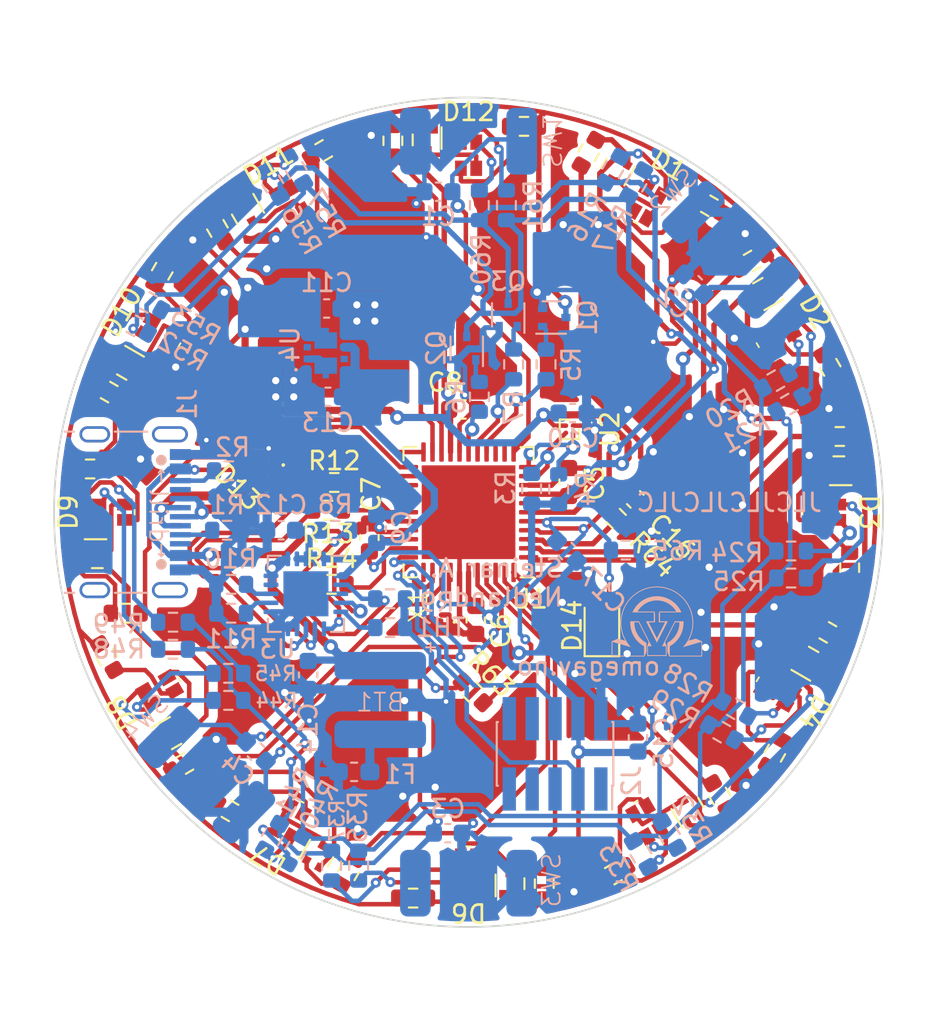
<source format=kicad_pcb>
(kicad_pcb (version 20221018) (generator pcbnew)
  (layers (0 "F.Cu" signal) (31 "B.Cu" signal) (34 "B.Paste" user) (35 "F.Paste" user) (36 "B.SilkS" user "B.Silkscreen") (37 "F.SilkS" user "F.Silkscreen") (38 "B.Mask" user) (39 "F.Mask" user) (44 "Edge.Cuts" user))
  (net 0 "")
  (net 1 "GND")
  (net 2 "VCC")
  (net 3 "+BATT")
  (net 4 "/SW1")
  (net 5 "/SW2")
  (net 6 "/SW3")
  (net 7 "/SW4")
  (net 8 "/MCP73871/Vout")
  (net 9 "VBUS")
  (net 10 "Net-(J1-CC1)")
  (net 12 "Net-(J1-CC2)")
  (net 16 "/PDI_DATA")
  (net 18 "/PDI_CLK")
  (net 23 "Net-(Q1-G)")
  (net 24 "/Ch_R")
  (net 25 "/Ch_G")
  (net 26 "Net-(Q2-G)")
  (net 27 "Net-(Q3-G)")
  (net 28 "Net-(Q4-G)")
  (net 29 "Net-(D1-A)")
  (net 30 "Net-(Q5-G)")
  (net 31 "Net-(D2-A)")
  (net 32 "Net-(Q6-G)")
  (net 33 "Net-(D3-A)")
  (net 34 "Net-(Q7-G)")
  (net 35 "Net-(D4-A)")
  (net 36 "Net-(Q8-G)")
  (net 37 "Net-(D5-A)")
  (net 38 "/Ch_B")
  (net 39 "Net-(Q9-G)")
  (net 40 "/D+")
  (net 41 "/D-")
  (net 42 "Net-(D6-A)")
  (net 43 "Net-(Q10-G)")
  (net 44 "Net-(D7-A)")
  (net 45 "Net-(Q11-G)")
  (net 46 "Net-(D8-A)")
  (net 47 "Net-(Q12-G)")
  (net 48 "Net-(D9-A)")
  (net 49 "Net-(Q13-G)")
  (net 50 "Net-(D10-A)")
  (net 51 "Net-(Q14-G)")
  (net 52 "Net-(D11-A)")
  (net 53 "Net-(Q15-G)")
  (net 54 "Net-(D12-A)")
  (net 55 "/SDA")
  (net 56 "/SCL")
  (net 57 "/Gate_R")
  (net 58 "/Gate_G")
  (net 59 "/Gate_B")
  (net 60 "Net-(U3-VPCC)")
  (net 61 "Net-(U3-PROG1)")
  (net 62 "Net-(U3-PROG3)")
  (net 63 "Net-(U3-STAT1{slash}~{LBO})")
  (net 64 "Net-(U3-STAT2)")
  (net 65 "Net-(U3-~{PG})")
  (net 66 "/Ch1")
  (net 67 "/Ch2")
  (net 68 "/Ch3")
  (net 69 "/Ch4")
  (net 70 "Net-(D1-BK)")
  (net 71 "Net-(D1-GK)")
  (net 72 "Net-(D1-RK)")
  (net 73 "Net-(D2-BK)")
  (net 74 "Net-(D2-GK)")
  (net 75 "Net-(D2-RK)")
  (net 76 "Net-(D3-BK)")
  (net 77 "Net-(D3-GK)")
  (net 78 "Net-(D3-RK)")
  (net 79 "Net-(D4-BK)")
  (net 80 "Net-(D4-GK)")
  (net 81 "Net-(D4-RK)")
  (net 82 "/Ch5")
  (net 83 "/Ch6")
  (net 84 "/Ch7")
  (net 85 "/Ch8")
  (net 86 "Net-(D5-BK)")
  (net 87 "Net-(D5-GK)")
  (net 88 "Net-(D5-RK)")
  (net 89 "Net-(D6-BK)")
  (net 90 "Net-(D6-GK)")
  (net 91 "Net-(D6-RK)")
  (net 92 "Net-(D7-BK)")
  (net 93 "Net-(D7-GK)")
  (net 94 "Net-(D7-RK)")
  (net 95 "Net-(D8-BK)")
  (net 96 "Net-(D8-GK)")
  (net 97 "Net-(D8-RK)")
  (net 98 "/Ch9")
  (net 99 "/Ch10")
  (net 100 "/Ch11")
  (net 101 "/Ch12")
  (net 102 "Net-(D9-BK)")
  (net 103 "Net-(D9-GK)")
  (net 104 "Net-(D9-RK)")
  (net 105 "Net-(D10-BK)")
  (net 106 "Net-(D10-GK)")
  (net 107 "Net-(D10-RK)")
  (net 108 "Net-(D11-BK)")
  (net 109 "Net-(D11-GK)")
  (net 110 "Net-(D11-RK)")
  (net 111 "Net-(D12-BK)")
  (net 112 "Net-(D12-GK)")
  (net 113 "Net-(D12-RK)")
  (net 114 "Net-(U1-AREFB{slash}PB0)")
  (net 115 "/Photodiode")
  (net 120 "/Osc")
  (net 121 "Net-(U3-THERM)")
  (net 122 "/STAT1")
  (net 123 "/STAT2")
  (net 124 "/~{PG}")
  (net 125 "Net-(BT1--)")
  (net 127 "Net-(U4-L1_1)")
  (footprint "Resistor_SMD:R_0603_1608Metric" (layer "F.Cu") (at 80.059877 93.337306 150)
    (fp_text reference "R51" hide)
    (fp_text value "150")
  )
  (footprint "Resistor_SMD:R_0603_1608Metric" (layer "F.Cu") (at 86.764471 116.5625 150)
    (fp_text reference "R42" hide)
    (fp_text value "60")
  )
  (footprint "ClockV4_projectlocal_footprints:LTST-C19HE1WT" (layer "F.Cu") (at 82.852697 109.9 120)
    (fp_text reference "D8")
    (fp_text value "LED_0606_LTST-C19HE1WT" hide)
  )
  (footprint "Resistor_SMD:R_0603_1608Metric" (layer "F.Cu") (at 91.963028 79.929557 30)
    (fp_text reference "R58" hide)
    (fp_text value "60")
  )
  (footprint "Resistor_SMD:R_0603_1608Metric" (layer "F.Cu") (at 120.599999 95.8)
    (fp_text reference "R23" hide)
    (fp_text value "150")
  )
  (footprint "Resistor_SMD:R_0603_1608Metric" (layer "F.Cu") (at 95.8 79.4 90)
    (fp_text reference "R59" hide)
    (fp_text value "150")
  )
  (footprint "Package_TO_SOT_SMD:SOT-723" (layer "F.Cu") (at 120.55 97.7 180)
    (fp_text reference "Q6" hide)
    (fp_text value "SSM3J56MFV")
  )
  (footprint "Diode_SMD:D_0805_2012Metric" (layer "F.Cu") (at 107.4 106.3 90)
    (fp_text reference "D14")
    (fp_text value "TEMD6200FX01")
  )
  (footprint "ClockV4_projectlocal_footprints:SIT1552AI" (layer "F.Cu") (at 98.705 105.2 90)
    (fp_text reference "X1")
    (fp_text value "SIT1552AI")
  )
  (footprint "Capacitor_SMD:C_0603_1608Metric" (layer "F.Cu") (at 100.4 105.975 90)
    (fp_text reference "C6")
    (fp_text value "100 nF")
  )
  (footprint "Package_TO_SOT_SMD:SOT-723" (layer "F.Cu") (at 81.152035 91.8125 -30)
    (fp_text reference "Q13" hide)
    (fp_text value "SSM3J56MFV")
  )
  (footprint "ClockV4_projectlocal_footprints:LTST-C19HE1WT" (layer "F.Cu") (at 82.852697 90.1 60)
    (fp_text reference "D10")
    (fp_text value "LED_0606_LTST-C19HE1WT" hide)
  )
  (footprint "Package_BGA:WLP-4_0.86x0.86mm_P0.4mm" (layer "F.Cu") (at 105.6 95.4 -90)
    (fp_text reference "U2")
    (fp_text value "MMC5603NJL")
  )
  (footprint "Package_DFN_QFN:QFN-44-1EP_7x7mm_P0.5mm_EP5.2x5.2mm" (layer "F.Cu") (at 100 100 180)
    (fp_text reference "U1")
    (fp_text value "ATxmega64A4U-M")
  )
  (footprint "Capacitor_SMD:C_0603_1608Metric" (layer "F.Cu") (at 99.7 94.3 180)
    (fp_text reference "C8")
    (fp_text value "100 nF")
  )
  (footprint "ClockV4_projectlocal_footprints:PUSB3FR4Z" (layer "F.Cu") (at 88.268536 97.417251 135)
    (fp_text reference "D13")
    (fp_text value "PUSB3FR4Z" hide)
  )
  (footprint "Resistor_SMD:R_0603_1608Metric" (layer "F.Cu") (at 106.662694 80.059877 60)
    (fp_text reference "R15" hide)
    (fp_text value "150")
  )
  (footprint "Resistor_SMD:R_0603_1608Metric" (layer "F.Cu") (at 115.740123 86.062694 30)
    (fp_text reference "R19" hide)
    (fp_text value "150")
  )
  (footprint "ClockV4_projectlocal_footprints:LTST-C19HE1WT" (layer "F.Cu") (at 119.8 100 -90)
    (fp_text reference "D3")
    (fp_text value "LED_0606_LTST-C19HE1WT" hide)
  )
  (footprint "Resistor_SMD:R_0603_1608Metric" (layer "F.Cu") (at 80.975 105.6 180)
    (fp_text reference "R47" hide)
    (fp_text value "150")
  )
  (footprint "ClockV4_projectlocal_footprints:LTST-C19HE1WT" (layer "F.Cu") (at 100 119.8 180)
    (fp_text reference "D6")
    (fp_text value "LED_0606_LTST-C19HE1WT" hide)
  )
  (footprint "Capacitor_SMD:C_0603_1608Metric" (layer "F.Cu") (at 94.5 101.4 -90)
    (fp_text reference "C7")
    (fp_text value "100 nF")
  )
  (footprint "Resistor_SMD:R_0603_1608Metric" (layer "F.Cu") (at 84.259876 113.937306 -150)
    (fp_text reference "R43" hide)
    (fp_text value "150")
  )
  (footprint "Package_TO_SOT_SMD:SOT-723" (layer "F.Cu") (at 108.2 81.05 -120)
    (fp_text reference "Q4" hide)
    (fp_text value "SSM3J56MFV")
  )
  (footprint "Package_TO_SOT_SMD:SOT-723" (layer "F.Cu") (at 97.7 79.35 -90)
    (fp_text reference "Q15" hide)
    (fp_text value "SSM3J56MFV")
  )
  (footprint "ClockV4_projectlocal_footprints:LTST-C19HE1WT" (layer "F.Cu") (at 80.2 100 90)
    (fp_text reference "D9")
    (fp_text value "LED_0606_LTST-C19HE1WT" hide)
  )
  (footprint "ClockV4_projectlocal_footprints:LTST-C19HE1WT" (layer "F.Cu") (at 117.147302 90.1 -60)
    (fp_text reference "D2")
    (fp_text value "LED_0606_LTST-C19HE1WT" hide)
  )
  (footprint "Resistor_SMD:R_0603_1608Metric" (layer "F.Cu") (at 96.925 121.399999 180)
    (fp_text reference "R38" hide)
    (fp_text value "60")
  )
  (footprint "Resistor_SMD:R_0603_1608Metric" (layer "F.Cu") (at 93.337306 119.940122 -120)
    (fp_text reference "R39" hide)
    (fp_text value "150")
  )
  (footprint "Resistor_SMD:R_0603_1608Metric" (layer "F.Cu") (at 92.55 98.35)
    (fp_text reference "R12")
    (fp_text value "1k")
  )
  (footprint "Resistor_SMD:R_0603_1608Metric" (layer "F.Cu") (at 79 97.6 180)
    (fp_text reference "R50" hide)
    (fp_text value "60")
  )
  (footprint "Package_TO_SOT_SMD:SOT-723" (layer "F.Cu") (at 79.4 102.3)
    (fp_text reference "Q12" hide)
    (fp_text value "SSM3J56MFV")
  )
  (footprint "ClockV4_projectlocal_footprints:LTST-C19HE1WT" (layer "F.Cu") (at 109.9 82.852697 -30)
    (fp_text reference "D1")
    (fp_text value "LED_0606_LTST-C19HE1WT" hide)
  )
  (footprint "Package_TO_SOT_SMD:SOT-723" (layer "F.Cu") (at 87.7125 83.352035 -60)
    (fp_text reference "Q14" hide)
    (fp_text value "SSM3J56MFV")
  )
  (footprint "ClockV4_projectlocal_footprints:LTST-C19HE1WT" (layer "F.Cu") (at 90.1 82.852697 30)
    (fp_text reference "D11")
    (fp_text value "LED_0606_LTST-C19HE1WT" hide)
  )
  (footprint "ClockV4_projectlocal_footprints:LTST-C19HE1WT" (layer "F.Cu") (at 90.1 117.147302 150)
    (fp_text reference "D7")
    (fp_text value "LED_0606_LTST-C19HE1WT" hide)
  )
  (footprint "Resistor_SMD:R_0603_1608Metric" (layer "F.Cu") (at 83.004556 86.636972 60)
    (fp_text reference "R54" hide)
    (fp_text value "60")
  )
  (footprint "Resistor_SMD:R_0603_1608Metric" (layer "F.Cu") (at 79.929557 108.036972 120)
    (fp_text reference "R46" hide)
    (fp_text value "60")
  )
  (footprint "Resistor_SMD:R_0603_1608Metric" (layer "F.Cu") (at 103.075 78.6)
    (fp_text reference "R62" hide)
    (fp_text value "60")
  )
  (footprint "Resistor_SMD:R_0603_1608Metric" (layer "F.Cu") (at 120.070442 91.963028 -60)
    (fp_text reference "R22" hide)
    (fp_text value "60")
  )
  (footprint "Package_TO_SOT_SMD:SOT-723" (layer "F.Cu") (at 118.75 108.3 150)
    (fp_text reference "Q7" hide)
    (fp_text value "SSM3J56MFV")
  )
  (footprint "Resistor_SMD:R_0603_1608Metric" (layer "F.Cu") (at 121.15 103.075 -90)
    (fp_text reference "R26" hide)
    (fp_text value "60")
  )
  (footprint "ClockV4_projectlocal_footprints:LTST-C19HE1WT" (layer "F.Cu") (at 109.9 117.147302 -150)
    (fp_text reference "D5" hide)
    (fp_text value "LED_0606_LTST-C19HE1WT" hide)
  )
  (footprint "Resistor_SMD:R_0603_1608Metric" (layer "F.Cu") (at 116.995443 113.363028 -120)
    (fp_text reference "R30" hide)
    (fp_text value "60")
  )
  (footprint "Capacitor_SMD:C_0603_1608Metric" (layer "F.Cu") (at 105.55 98.325 90)
    (fp_text reference "C5")
    (fp_text value "100 nF")
  )
  (footprint "Resistor_SMD:R_0603_1608Metric" (layer "F.Cu") (at 86.062694 84.259876 120)
    (fp_text reference "R55" hide)
    (fp_text value "150")
  )
  (footprint "Package_TO_SOT_SMD:SOT-723" (layer "F.Cu") (at 83.4 112.3 30)
    (fp_text reference "Q11" hide)
    (fp_text value "SSM3J56MFV")
  )
  (footprint "Package_TO_SOT_SMD:SOT-723" (layer "F.Cu") (at 91.65 119 60)
    (fp_text reference "Q10" hide)
    (fp_text value "SSM3J56MFV")
  )
  (footprint "Resistor_SMD:R_0603_1608Metric" (layer "F.Cu") (at 113.937306 115.740123 -60)
    (fp_text reference "R31" hide)
    (fp_text value "150")
  )
  (footprint "Resistor_SMD:R_0603_1608Metric" (layer "F.Cu") (at 113.363028 83.004556 -30)
    (fp_text reference "R18" hide)
    (fp_text value "60")
  )
  (footprint "ClockV4_projectlocal_footprints:LTST-C19HE1WT" (layer "F.Cu") (at 100 80.2)
    (fp_text reference "D12")
    (fp_text value "LED_0606_LTST-C19HE1WT" hide)
  )
  (footprint "Resistor_SMD:R_0603_1608Metric" (layer "F.Cu") (at 108.191332 100.35 -45)
    (fp_text reference "R64")
    (fp_text value "2.2M")
  )
  (footprint "Resistor_SMD:R_0603_1608Metric" (layer "F.Cu") (at 119.940122 106.662694 -30)
    (fp_text reference "R27" hide)
    (fp_text value "150")
  )
  (footprint "Resistor_SMD:R_0603_1608Metric" (layer "F.Cu") (at 100.233363 109.983363 -45)
    (fp_text reference "R63")
    (fp_text value "680k")
  )
  (footprint "Package_TO_SOT_SMD:SOT-723" (layer "F.Cu") (at 116.45 87.85 -150)
    (fp_text reference "Q5" hide)
    (fp_text value "SSM3J56MFV")
  )
  (footprint "Package_TO_SOT_SMD:SOT-723" (layer "F.Cu") (at 112.2 116.5 120)
    (fp_text reference "Q8" hide)
    (fp_text value "SSM3J56MFV")
  )
  (footprint "Resistor_SMD:R_0603_1608Metric" (layer "F.Cu") (at 92.4 104)
    (fp_text reference "R14")
    (fp_text value "1k")
  )
  (footprint "Resistor_SMD:R_0603_1608Metric" (layer "F.Cu") (at 92.2 99.89)
    (fp_text reference "R13")
    (fp_text value "1k")
  )
  (footprint "Resistor_SMD:R_0603_1608Metric" (layer "F.Cu") (at 104.2 120.6 -90)
    (fp_text reference "R35" hide)
    (fp_text value "150")
  )
  (footprint "Resistor_SMD:R_0603_1608Metric" (layer "F.Cu") (at 108.036972 120.070442 -150)
    (fp_text reference "R34" hide)
    (fp_text value "60")
  )
  (footprint "Package_TO_SOT_SMD:SOT-723" (layer "F.Cu") (at 102.3 120.6 90)
    (fp_text reference "Q9" hide)
    (fp_text value "SSM3J56MFV")
  )
  (footprint "ClockV4_projectlocal_footprints:LTST-C19HE1WT" (layer "F.Cu") (at 117.147302 109.9 -120)
    (fp_text reference "D4")
    (fp_text value "LED_0606_LTST-C19HE1WT" hide)
  )
  (footprint "Capacitor_SMD:C_0603_1608Metric" (layer "F.Cu") (at 109.251992 99.28934 -45)
    (fp_text reference "C16")
    (fp_text value "100 nF")
  )
  (footprint "Capacitor_SMD:C_0603_1608Metric" (layer "B.Cu") (at 112.495855 87.355653 135)
    (fp_text reference "C2")
    (fp_text value "4.7 uF")
  )
  (footprint "Resistor_SMD:R_0603_1608Metric" (layer "B.Cu") (at 90.399038 118.75 60)
    (fp_text reference "R40")
    (fp_text value "10")
  )
  (footprint "ClockV4_projectlocal_footprints:KSS side-actuated switch" (layer "B.Cu") (at 100 79.425)
    (fp_text reference "SW1")
    (fp_text value "KSS321G LFS")
  )
  (footprint "Resistor_SMD:R_0603_1608Metric" (layer "B.Cu") (at 114.05 112.2 150)
    (fp_text reference "R29")
    (fp_text value "15")
  )
  (footprint "Capacitor_SMD:C_0603_1608Metric" (layer "B.Cu") (at 105.45 102.15 -45)
    (fp_text reference "C17")
    (fp_text value "100 nF")
  )
  (footprint "Connector_USB:USB_C_Receptacle_Palconn_UTC16-G" (layer "B.Cu") (at 81.5 100 90)
    (fp_text reference "J1")
    (fp_text value "USB_C_Receptacle_USB2.0")
  )
  (footprint "Resistor_SMD:R_0603_1608Metric" (layer "B.Cu") (at 109.299038 81.75 -120)
    (fp_text reference "R17")
    (fp_text value "15")
  )
  (footprint "Capacitor_SMD:C_0603_1608Metric" (layer "B.Cu") (at 105.775 94.5 180)
    (fp_text reference "C10")
    (fp_text value "4.7 uF")
  )
  (footprint "Resistor_SMD:R_0603_1608Metric" (layer "B.Cu") (at 83.6 106.1)
    (fp_text reference "R49")
    (fp_text value "15")
  )
  (footprint "Capacitor_SMD:C_0603_1608Metric" (layer "B.Cu") (at 91.1 109.025 -90)
    (fp_text reference "C14")
    (fp_text value "4.7 uF")
  )
  (footprint "Resistor_SMD:R_0603_1608Metric" (layer "B.Cu") (at 111.15 117.9 120)
    (fp_text reference "R32")
    (fp_text value "10")
  )
  (footprint "Capacitor_SMD:C_0603_1608Metric" (layer "B.Cu") (at 89.6 101)
    (fp_text reference "C12")
    (fp_text value "4.7 uF")
  )
  (footprint "Resistor_SMD:R_0603_1608Metric" (layer "B.Cu") (at 117.9 103.65 180)
    (fp_text reference "R25")
    (fp_text value "15")
  )
  (footprint "Resistor_SMD:R_0603_1608Metric" (layer "B.Cu") (at 89.1 118 60)
    (fp_text reference "R41")
    (fp_text value "15")
  )
  (footprint "Resistor_SMD:R_0603_1608Metric" (layer "B.Cu") (at 86.673996 110.435548)
    (fp_text reference "R44")
    (fp_text value "10")
  )
  (footprint "Resistor_SMD:R_0603_1608Metric" (layer "B.Cu") (at 104.3 91.8 90)
    (fp_text reference "R5")
    (fp_text value "150")
  )
  (footprint "Resistor_SMD:R_0603_1608Metric" (layer "B.Cu") (at 92.4 119.6 90)
    (fp_text reference "R37")
    (fp_text value "15")
  )
  (footprint "Resistor_SMD:R_0603_1608Metric" (layer "B.Cu") (at 100.6 82.975 -90)
    (fp_text reference "R60")
    (fp_text value "10")
  )
  (footprint "Capacitor_SMD:C_0603_1608Metric" (layer "B.Cu") (at 94.9 100.925 90)
    (fp_text reference "C9")
    (fp_text value "4.7 uF")
  )
  (footprint "Capacitor_SMD:C_0603_1608Metric" (layer "B.Cu") (at 109.4 112.5 90)
    (fp_text reference "C15")
    (fp_text value "10 uF")
  )
  (footprint "Capacitor_SMD:C_0603_1608Metric" (layer "B.Cu") (at 92.2 93.6)
    (fp_text reference "C13")
    (fp_text value "4.7 uF")
  )
  (footprint "Resistor_SMD:R_0603_1608Metric" (layer "B.Cu") (at 109.56077 118.959737 120)
    (fp_text reference "R33")
    (fp_text value "15")
  )
  (footprint "Resistor_SMD:R_0603_1608Metric" (layer "B.Cu") (at 95.65 106.4)
    (fp_text reference "TH1")
    (fp_text value "10k")
  )
  (footprint "Resistor_SMD:R_0603_1608Metric" (layer "B.Cu") (at 86.7 97.7 180)
    (fp_text reference "R2")
    (fp_text value "5.1k")
  )
  (footprint "Connector_PinHeader_1.27mm:PinHeader_2x05_P1.27mm_Vertical_SMD" (layer "B.Cu") (at 104.8 113.4 90)
    (fp_text reference "J2")
    (fp_text value "Conn_02x05_Odd_Even")
  )
  (footprint "ClockV4_projectlocal_footprints:Battery-wires-solderfootprint" (layer "B.Cu") (at 95.1 111.0475 180)
    (fp_text reference "BT1")
    (fp_text value "3.7V Li-ion")
  )
  (footprint "Resistor_SMD:R_0603_1608Metric" (layer "B.Cu") (at 114.8 110.900962 150)
    (fp_text reference "R28")
    (fp_text value "10")
  )
  (footprint "Package_DFN_QFN:QFN-20-1EP_4x4mm_P0.5mm_EP2.5x2.5mm" (layer "B.Cu") (at 90.975 104.525 180)
    (fp_text reference "U3")
    (fp_text value "MCP73871")
  )
  (footprint "Resistor_SMD:R_0603_1608Metric" (layer "B.Cu") (at 82.240262 88.36077 -30)
    (fp_text reference "R53")
    (fp_text value "15")
  )
  (footprint "Resistor_SMD:R_0603_1608Metric" (layer "B.Cu") (at 86.825 104)
    (fp_text reference "R10")
    (fp_text value "5.1k")
  )
  (footprint "ClockV4_projectlocal_footprints:KSS side-actuated switch" (layer "B.Cu") (at 100 120.575 180)
    (fp_text reference "SW3")
    (fp_text value "KSS321G LFS")
  )
  (footprint "Package_TO_SOT_SMD:SOT-523" (layer "B.Cu") (at 104.755 89.2)
    (fp_text reference "Q1")
    (fp_text value "DMN2710UT-13")
  )
  (footprint "Capacitor_SMD:C_0603_1608Metric" (layer "B.Cu") (at 92.125 88.7 180)
    (fp_text reference "C11")
    (fp_text value "10 uF")
  )
  (footprint "Resistor_SMD:R_0603_1608Metric" (layer "B.Cu") (at 105 98.725 90)
    (fp_text reference "R4")
    (fp_text value "10k")
  )
  (footprint "Capacitor_SMD:C_0603_1608Metric" (layer "B.Cu") (at 98.85 117.8)
    (fp_text reference "C3")
    (fp_text value "4.7 uF")
  )
  (footprint "Package_TO_SOT_SMD:SOT-523" (layer "B.Cu") (at 102.2 89.055 90)
    (fp_text reference "Q3")
    (fp_text value "DMN2710UT-13")
  )
  (footprint "Resistor_SMD:R_0603_1608Metric" (layer "B.Cu") (at 90.43923 81.040262 -60)
    (fp_text reference "R57")
    (fp_text value "15")
  )
  (footprint "Package_TO_SOT_SMD:SOT-523" (layer "B.Cu") (at 99.9 90.9 90)
    (fp_text reference "Q2")
    (fp_text value "DMN2710UT-13")
  )
  (footprint "Resistor_SMD:R_0603_1608Metric" (layer "B.Cu") (at 86.6 101 180)
    (fp_text reference "R1")
    (fp_text value "5.1k")
  )
  (footprint "Capacitor_SMD:C_0603_1608Metric" (layer "B.Cu") (at 88.2 113.275 -45)
    (fp_text reference "C4")
    (fp_text value "4.7 uF")
  )
  (footprint "Resistor_SMD:R_0603_1608Metric" (layer "B.Cu") (at 102.1 82.975 -90)
    (fp_text reference "R61")
    (fp_text value "15")
  )
  (footprint "Resistor_SMD:R_0603_1608Metric" (layer "B.Cu") (at 89.140193 81.790262 -60)
    (fp_text reference "R56")
    (fp_text value "10")
  )
  (footprint "Resistor_SMD:R_0603_1608Metric" (layer "B.Cu") (at 93.899999 119.600001 90)
    (fp_text reference "R36")
    (fp_text value "10")
  )
  (footprint "Resistor_SMD:R_0603_1608Metric" (layer "B.Cu") (at 103.5 98.7 90)
    (fp_text reference "R3")
    (fp_text value "10k")
  )
  (footprint "Capacitor_SMD:C_0603_1608Metric" (layer "B.Cu") (at 98.325 82.225 180)
    (fp_text reference "C1")
    (fp_text value "4.7 uF")
  )
  (footprint "ClockV4_projectlocal_footprints:KSS side-actuated switch" (layer "B.Cu") (at 114.55 85.45 -45)
    (fp_text reference "SW2")
    (fp_text value "KSS321G LFS")
  )
  (footprint "Resistor_SMD:R_0603_1608Metric" (layer "B.Cu") (at 86.825 105.6)
    (fp_text reference "R11")
    (fp_text value "10k")
  )
  (footprint "Resistor_SMD:R_0603_1608Metric" (layer "B.Cu") (at 108 81 -120)
    (fp_text reference "R16")
    (fp_text value "10")
  )
  (footprint "Resistor_SMD:R_0603_1608Metric" (layer "B.Cu") (at 117.05 92.700963 -150)
    (fp_text reference "R20")
    (fp_text value "10")
  )
  (footprint "Resistor_SMD:R_0603_1608Metric" (layer "B.Cu") (at 117.8 94 -150)
    (fp_text reference "R21")
    (fp_text value "15")
  )
  (footprint "Resistor_SMD:R_0603_1608Metric" (layer "B.Cu") (at 83.6 107.599999)
    (fp_text reference "R48")
    (fp_text value "10")
  )
  (footprint "Resistor_SMD:R_0603_1608Metric" (layer "B.Cu") (at 86.673996 108.935549)
    (fp_text reference "R45")
    (fp_text value "15")
  )
  (footprint "Resistor_SMD:R_0603_1608Metric" (layer "B.Cu") (at 92.6 101 180)
    (fp_text reference "R8")
    (fp_text value "270k")
  )
  (footprint "Resistor_SMD:R_0603_1608Metric" (layer "B.Cu") (at 108.725 102.1)
    (fp_text reference "R65")
    (fp_text value "1.5M")
  )
  (footprint "Resistor_SMD:R_0603_1608Metric" (layer "B.Cu") (at 100.6 93.6 90)
    (fp_text reference "R6")
    (fp_text value "150")
  )
  (footprint "Resistor_SMD:R_0603_1608Metric" (layer "B.Cu") (at 117.9 102.15 180)
    (fp_text reference "R24")
    (fp_text value "10")
  )
  (footprint "Resistor_SMD:R_0603_1608Metric" (layer "B.Cu") (at 95.65 104.8 180)
    (fp_text reference "R9")
    (fp_text value "110k")
  )
  (footprint "Resistor_SMD:R_0603_1608Metric" (layer "B.Cu") (at 81.490262 89.659808 -30)
    (fp_text reference "R52")
    (fp_text value "10")
  )
  (footprint "Resistor_SMD:R_0603_1608Metric" (layer "B.Cu") (at 102.5 91.8 90)
    (fp_text reference "R7")
    (fp_text value "150")
  )
  (footprint "ClockV4_projectlocal_footprints:KSS side-actuated switch" (layer "B.Cu") (at 85.45 114.55 135)
    (fp_text reference "SW4")
    (fp_text value "KSS321G LFS")
  )
  (footprint "Fuse:Fuse_0603_1608Metric_Pad1.05x0.95mm_HandSolder" (layer "B.Cu") (at 93.65 114.4)
    (fp_text reference "F1")
    (fp_text value "500 mA")
  )
  (footprint "ClockV4_projectlocal_footprints:XCL209A333DR" (layer "B.Cu") (at 92.075 91.175 90)
    (fp_text reference "U4")
    (fp_text value "XCL209A333DR" hide)
  )
  (gr_poly (pts (xy 110.313183 104.124072) (xy 110.177402 104.137941) (xy 110.043776 104.160773) (xy 109.912693 104.192339) (xy 109.784543 104.232407) (xy 109.659716 104.280748) (xy 109.5386 104.337129) (xy 109.421584 104.401322) (xy 109.309059 104.473095) (xy 109.201413 104.552217) (xy 109.099036 104.638458) (xy 109.002317 104.731588) (xy 108.911645 104.831375) (xy 108.82741 104.93759) (xy 108.75 105.05) (xy 108.679806 105.168377) (xy 108.620946 105.284501) (xy 108.570057 105.403216) (xy 108.527126 105.524138) (xy 108.492142 105.646884) (xy 108.46509 105.771073) (xy 108.445958 105.896322) (xy 108.434734 106.022247) (xy 108.431405 106.148467) (xy 108.435956 106.274598) (xy 108.448377 106.400259) (xy 108.468654 106.525066) (xy 108.496774 106.648637) (xy 108.532724 106.770589) (xy 108.576492 106.89054) (xy 108.628065 107.008106) (xy 108.687429 107.122906) (xy 108.293071 107.009825) (xy 107.938209 107.161445) (xy 107.938209 108.003372) (xy 109.767454 108.003372) (xy 109.872593 107.736049) (xy 109.872593 107.242883) (xy 109.848467 107.229552) (xy 109.810656 107.207809) (xy 109.773809 107.184878) (xy 109.737942 107.16079) (xy 109.703073 107.135579) (xy 109.669221 107.109278) (xy 109.636404 107.081918) (xy 109.604639 107.053533) (xy 109.573945 107.024156) (xy 109.544338 106.993819) (xy 109.515839 106.962555) (xy 109.488463 106.930396) (xy 109.46223 106.897375) (xy 109.437157 106.863525) (xy 109.413262 106.828878) (xy 109.390563 106.793468) (xy 109.369079 106.757326) (xy 109.348826 106.720486) (xy 109.329823 106.68298) (xy 109.312089 106.644841) (xy 109.29564 106.606101) (xy 109.280495 106.566794) (xy 109.266673 106.526951) (xy 109.254189 106.486606) (xy 109.243064 106.445791) (xy 109.233315 106.404539) (xy 109.224959 106.362882) (xy 109.218014 106.320854) (xy 109.2125 106.278486) (xy 109.208433 106.235812) (xy 109.205831 106.192865) (xy 109.204713 106.149676) (xy 109.205097 106.106279) (xy 109.43491 106.106279) (xy 109.994751 107.205018) (xy 109.910866 107.425329) (xy 109.910866 107.973786) (xy 110.99059 107.973786) (xy 110.99059 107.425329) (xy 110.906705 107.205018) (xy 111.466528 106.106279) (xy 111.696343 106.106279) (xy 111.695608 106.192865) (xy 111.688939 106.278486) (xy 111.67648 106.362882) (xy 111.658375 106.445791) (xy 111.634766 106.526951) (xy 111.605798 106.606101) (xy 111.571615 106.68298) (xy 111.53236 106.757326) (xy 111.488177 106.828878) (xy 111.439209 106.897375) (xy 111.3856 106.962555) (xy 111.327494 107.024156) (xy 111.265035 107.081918) (xy 111.198365 107.135579) (xy 111.12763 107.184878) (xy 111.052972 107.229552) (xy 111.028845 107.242883) (xy 111.028845 107.736049) (xy 111.133985 108.003372) (xy 112.963229 108.003372) (xy 112.963229 107.956662) (xy 112.916536 107.956662) (xy 111.165805 107.956662) (xy 111.165805 107.433927) (xy 111.212092 107.407275) (xy 111.257163 107.379123) (xy 111.300993 107.349514) (xy 111.343559 107.318489) (xy 111.384839 107.286093) (xy 111.424809 107.252366) (xy 111.463444 107.217352) (xy 111.500723 107.181094) (xy 111.536621 107.143633) (xy 111.571115 107.105013) (xy 111.604181 107.065275) (xy 111.635797 107.024464) (xy 111.665939 106.98262) (xy 111.694583 106.939787) (xy 111.721707 106.896007) (xy 111.747286 106.851324) (xy 111.771297 106.805778) (xy 111.793718 106.759414) (xy 111.814523 106.712273) (xy 111.833691 106.664398) (xy 111.851198 106.615832) (xy 111.86702 106.566617) (xy 111.881133 106.516796) (xy 111.893516 106.466412) (xy 111.904143 106.415506) (xy 111.912992 106.364122) (xy 111.92004 106.312302) (xy 111.925262 106.260088) (xy 111.928636 106.207524) (xy 111.930138 106.154651) (xy 111.929745 106.101513) (xy 111.927433 106.048152) (xy 111.443749 106.048152) (xy 110.737659 107.433927) (xy 110.943879 107.433927) (xy 110.943879 107.927075) (xy 109.95756 107.927075) (xy 109.95756 107.433927) (xy 110.163797 107.433927) (xy 109.457708 106.048152) (xy 108.974022 106.048152) (xy 108.971314 106.154651) (xy 108.976188 106.260088) (xy 108.988455 106.364122) (xy 109.00793 106.466412) (xy 109.034424 106.566617) (xy 109.067751 106.664398) (xy 109.107724 106.759414) (xy 109.154155 106.851324) (xy 109.206857 106.939787) (xy 109.265642 107.024464) (xy 109.330324 107.105013) (xy 109.400716 107.181094) (xy 109.47663 107.252366) (xy 109.557879 107.318489) (xy 109.644276 107.379123) (xy 109.735633 107.433927) (xy 109.735633 107.956662) (xy 107.98492 107.956662) (xy 107.98492 107.192272) (xy 109.010027 107.486222) (xy 108.913983 107.375607) (xy 108.82722 107.259365) (xy 108.749835 107.138053) (xy 108.681924 107.012229) (xy 108.623583 106.882452) (xy 108.57491 106.749279) (xy 108.536 106.613268) (xy 108.506951 106.474977) (xy 108.487858 106.334963) (xy 108.478819 106.193785) (xy 108.47993 106.052) (xy 108.491286 105.910166) (xy 108.512986 105.768841) (xy 108.545125 105.628584) (xy 108.5878 105.489951) (xy 108.641107 105.3535) (xy 108.671592 105.286666) (xy 108.704349 105.221361) (xy 108.739321 105.157624) (xy 108.776448 105.095495) (xy 108.81567 105.035012) (xy 108.85693 104.976214) (xy 108.900167 104.91914) (xy 108.945322 104.863828) (xy 108.992336 104.810318) (xy 109.041151 104.758648) (xy 109.091706 104.708858) (xy 109.143943 104.660985) (xy 109.197802 104.615069) (xy 109.253225 104.571149) (xy 109.310152 104.529262) (xy 109.368525 104.48945) (xy 109.428283 104.451749) (xy 109.489367 104.416199) (xy 109.55172 104.382839) (xy 109.61528 104.351708) (xy 109.67999 104.322844) (xy 109.74579 104.296286) (xy 109.812621 104.272073) (xy 109.880424 104.250244) (xy 109.949139 104.230838) (xy 110.018708 104.213893) (xy 110.089071 104.199449) (xy 110.160169 104.187543) (xy 110.231943 104.178216) (xy 110.304333 104.171506) (xy 110.377282 104.167451) (xy 110.450728 104.166091) (xy 110.597123 104.171506) (xy 110.741288 104.187543) (xy 110.882749 104.213893) (xy 111.021032 104.250244) (xy 111.155666 104.296286) (xy 111.286176 104.351708) (xy 111.412089 104.416199) (xy 111.532932 104.48945) (xy 111.648231 104.571149) (xy 111.757513 104.660985) (xy 111.860306 104.758648) (xy 111.956135 104.863828) (xy 112.044527 104.976214) (xy 112.125009 105.095495) (xy 112.197107 105.221361) (xy 112.260349 105.3535) (xy 112.313656 105.489951) (xy 112.356331 105.628584) (xy 112.38847 105.768841) (xy 112.41017 105.910166) (xy 112.421526 106.052) (xy 112.422637 106.193785) (xy 112.413597 106.334963) (xy 112.394504 106.474977) (xy 112.365453 106.613268) (xy 112.326543 106.749279) (xy 112.277868 106.882452) (xy 112.219526 107.012229) (xy 112.151612 107.138053) (xy 112.074225 107.259365) (xy 111.987459 107.375607) (xy 111.891412 107.486222) (xy 112.916536 107.192272) (xy 112.916536 107.956662) (xy 112.963229 107.956662) (xy 112.963229 107.161445) (xy 112.608368 107.009825) (xy 112.21401 107.122906) (xy 112.273378 107.008106) (xy 112.324953 106.89054) (xy 112.368723 106.770589) (xy 112.404675 106.648637) (xy 112.432796 106.525066) (xy 112.453074 106.400259) (xy 112.465495 106.274598) (xy 112.470047 106.148467) (xy 112.466717 106.022247) (xy 112.455493 105.896322) (xy 112.43636 105.771073) (xy 112.409307 105.646884) (xy 112.374321 105.524138) (xy 112.331388 105.403216) (xy 112.280496 105.284501) (xy 112.221633 105.168377) (xy 112.187464 105.108458) (xy 112.151442 105.05) (xy 112.113616 104.993035) (xy 112.074034 104.93759) (xy 112.032747 104.883693) (xy 111.989801 104.831375) (xy 111.945246 104.780664) (xy 111.89913 104.731588) (xy 111.851502 104.684177) (xy 111.802411 104.638458) (xy 111.751906 104.594462) (xy 111.700034 104.552217) (xy 111.646846 104.511752) (xy 111.592389 104.473095) (xy 111.536712 104.436275) (xy 111.479863 104.401322) (xy 111.421893 104.368264) (xy 111.362848 104.337129) (xy 111.302778 104.307948) (xy 111.241732 104.280748) (xy 111.179758 104.255558) (xy 111.116905 104.232407) (xy 111.053221 104.211325) (xy 110.988756 104.192339) (xy 110.923557 104.175479) (xy 110.857674 104.160773) (xy 110.791155 104.148251) (xy 110.724049 104.137941) (xy 110.656405 104.129872) (xy 110.588271 104.124072) (xy 110.519696 104.120571) (xy 110.450728 104.119398)) (fill solid) (layer "B.SilkS"))
  (gr_poly (pts (xy 110.340554 104.663346) (xy 110.23207 104.675454) (xy 110.125634 104.695347) (xy 110.021605 104.722788) (xy 109.920339 104.757542) (xy 109.822196 104.799372) (xy 109.727534 104.848043) (xy 109.63671 104.903318) (xy 109.550082 104.964963) (xy 109.468009 105.03274) (xy 109.390849 105.106414) (xy 109.318959 105.18575) (xy 109.252699 105.270511) (xy 109.192425 105.360461) (xy 109.138496 105.455365) (xy 109.091271 105.554986) (xy 110.278119 105.554986) (xy 110.278119 106.048152) (xy 109.845134 106.048152) (xy 110.450728 107.236661) (xy 111.056304 106.048152) (xy 110.623337 106.048152) (xy 110.623337 105.554986) (xy 111.810168 105.554986) (xy 111.789083 105.508293) (xy 111.525506 105.508293) (xy 110.588433 105.508293) (xy 110.55484 105.621906) (xy 110.55484 106.106279) (xy 110.903656 106.106279) (xy 110.450728 106.995201) (xy 109.997783 106.106279) (xy 110.346599 106.106279) (xy 110.346599 105.621906) (xy 110.313006 105.508293) (xy 109.375932 105.508293) (xy 109.397341 105.473124) (xy 109.419809 105.438814) (xy 109.443311 105.405379) (xy 109.467818 105.372838) (xy 109.493303 105.341206) (xy 109.519739 105.310501) (xy 109.547097 105.28074) (xy 109.575352 105.251938) (xy 109.604475 105.224114) (xy 109.634438 105.197284) (xy 109.665214 105.171465) (xy 109.696777 105.146674) (xy 109.729097 105.122928) (xy 109.762149 105.100243) (xy 109.795904 105.078637) (xy 109.830334 105.058126) (xy 109.865413 105.038728) (xy 109.901113 105.020458) (xy 109.937407 105.003335) (xy 109.974266 104.987375) (xy 110.011664 104.972594) (xy 110.049573 104.95901) (xy 110.087966 104.94664) (xy 110.126815 104.9355) (xy 110.166092 104.925608) (xy 110.205771 104.91698) (xy 110.245823 104.909633) (xy 110.286221 104.903583) (xy 110.326939 104.898849) (xy 110.367947 104.895447) (xy 110.40922 104.893393) (xy 110.450728 104.892704) (xy 110.533509 104.895447) (xy 110.615234 104.903583) (xy 110.695684 104.91698) (xy 110.774639 104.9355) (xy 110.851879 104.95901) (xy 110.927185 104.987375) (xy 111.000336 105.020458) (xy 111.071113 105.058126) (xy 111.139297 105.100243) (xy 111.204667 105.146674) (xy 111.267005 105.197284) (xy 111.326089 105.251938) (xy 111.381702 105.310501) (xy 111.433622 105.372838) (xy 111.48163 105.438814) (xy 111.525506 105.508293) (xy 111.789083 105.508293) (xy 111.787416 105.5046) (xy 111.762942 105.455365) (xy 111.736794 105.407308) (xy 111.709014 105.360461) (xy 111.679647 105.314852) (xy 111.64874 105.270511) (xy 111.616336 105.227467) (xy 111.582479 105.18575) (xy 111.547216 105.145389) (xy 111.51059 105.106414) (xy 111.472647 105.068855) (xy 111.43343 105.03274) (xy 111.392986 104.998099) (xy 111.351358 104.964963) (xy 111.308591 104.933359) (xy 111.264731 104.903318) (xy 111.219822 104.87487) (xy 111.173908 104.848043) (xy 111.127035 104.822867) (xy 111.079247 104.799372) (xy 111.030588 104.777587) (xy 110.981105 104.757542) (xy 110.930841 104.739266) (xy 110.879841 104.722788) (xy 110.828151 104.708139) (xy 110.775814 104.695347) (xy 110.722876 104.684443) (xy 110.66938 104.675454) (xy 110.615373 104.668412) (xy 110.560899 104.663346) (xy 110.506003 104.660284) (xy 110.450728 104.659257)) (fill solid) (layer "B.SilkS"))
  (gr_arc (start 100 77) (mid 123 100) (end 100 123) (stroke (width 0.1)) (layer "Edge.Cuts"))
  (gr_arc (start 100 123) (mid 77 100) (end 100 77) (stroke (width 0.1)) (layer "Edge.Cuts"))
  (gr_text "Steinar A.\nNedland" (at 105.325 105.3) (layer "B.SilkS") (effects (font (size 1 1)) (justify left bottom mirror)))
  (gr_text "omegav.no" (at 110.725 109.125) (layer "B.SilkS") (effects (font (size 1 1)) (justify left bottom mirror)))
  (gr_text "JLCJLCJLCJLC" (at 119.7 100.05) (layer "B.SilkS") (effects (font (size 1 1)) (justify left bottom mirror)))
  (segment (start 95.05 100.8255) (end 94.8495 100.625) (width 0.25) (layer "F.Cu") (net 1))
  (segment (start 107.25 95.7) (end 107.25 97.88995) (width 0.3) (layer "F.Cu") (net 1))
  (segment (start 105.45 99) (end 105.55 99.1) (width 0.3) (layer "F.Cu") (net 1))
  (segment (start 101.638673 108.611327) (end 101.638673 107.9) (width 0.3) (layer "F.Cu") (net 1))
  (segment (start 111.3 87.1) (end 111.3 89.372182) (width 0.25) (layer "F.Cu") (net 1))
  (segment (start 99.7 106.75) (end 100.4 106.75) (width 0.3) (layer "F.Cu") (net 1))
  (segment (start 107.25 97.88995) (end 106.03995 99.1) (width 0.3) (layer "F.Cu") (net 1))
  (segment (start 111.8 90.327818) (end 111.477818 90.65) (width 0.25) (layer "F.Cu") (net 1))
  (segment (start 87.994179 97.691608) (end 88.542893 97.142894) (width 0.25) (layer "F.Cu") (net 1))
  (segment (start 99.5 103.3375) (end 99.5 105.775) (width 0.3) (layer "F.Cu") (net 1))
  (segment (start 94.975 101.1) (end 96.5625 101.1) (width 0.25) (layer "F.Cu") (net 1))
  (segment (start 94.8495 100.625) (end 94.5 100.625) (width 0.25) (layer "F.Cu") (net 1))
  (segment (start 99.8 93.5) (end 99.8 93.625) (width 0.25) (layer "F.Cu") (net 1))
  (segment (start 111.8 89.872182) (end 111.8 90.327818) (width 0.25) (layer "F.Cu") (net 1))
  (segment (start 100.719122 87.794622) (end 103.805378 87.794622) (width 0.3) (layer "F.Cu") (net 1))
  (segment (start 89.55 113.177112) (end 91.163556 111.563556) (width 0.25) (layer "F.Cu") (net 1))
  (segment (start 99.5 100.5) (end 100 100) (width 0.25) (layer "F.Cu") (net 1))
  (segment (start 101.738673 107.8) (end 101.638673 107.9) (width 0.3) (layer "F.Cu") (net 1))
  (segment (start 103.3375 99) (end 105.45 99) (width 0.3) (layer "F.Cu") (net 1))
  (segment (start 88.542893 97.001472) (end 88.909148 96.635217) (width 0.25) (layer "F.Cu") (net 1))
  (segment (start 100.33818 94.3) (end 100.475 94.3) (width 0.3) (layer "F.Cu") (net 1))
  (segment (start 88.542893 97.142894) (end 88.542893 97.001472) (width 0.25) (layer "F.Cu") (net 1))
  (segment (start 100.5245 87.6) (end 100.719122 87.794622) (width 0.3) (layer "F.Cu") (net 1))
  (segment (start 98.5 105.7) (end 98.91 105.7) (width 0.3) (layer "F.Cu") (net 1))
  (segment (start 99.5 103.3375) (end 99.5 100.5) (width 0.25) (layer "F.Cu") (net 1))
  (segment (start 98.75 110.5) (end 99.75 110.5) (width 0.3) (layer "F.Cu") (net 1))
  (segment (start 111.477818 90.65) (end 110.35 90.65) (width 0.25) (layer "F.Cu") (net 1))
  (segment (start 96.5625 101.1) (end 96.6625 101) (width 0.25) (layer "F.Cu") (net 1))
  (segment (start 100.345405 94.3) (end 100.475 94.3) (width 0.25) (layer "F.Cu") (net 1))
  (segment (start 88.909148 96.635217) (end 88.909148 96.459148) (width 0.25) (layer "F.Cu") (net 1))
  (segment (start 97.1 82.8755) (end 97.1 84.1995) (width 0.25) (layer "F.Cu") (net 1))
  (segment (start 97.1 84.1995) (end 97.6505 84.75) (width 0.25) (layer "F.Cu") (net 1))
  (segment (start 107 95.45) (end 106.75 95.2) (width 0.25) (layer "F.Cu") (net 1))
  (segment (start 110.35 90.65) (end 110.25 90.55) (width 0.25) (layer "F.Cu") (net 1))
  (segment (start 89.55 113.3) (end 89.55 113.177112) (width 0.25) (layer "F.Cu") (net 1))
  (segment (start 99.75 110.5) (end 101.638673 108.611327) (width 0.3) (layer "F.Cu") (net 1))
  (segment (start 106.75 95.2) (end 105.8 95.2) (width 0.25) (layer "F.Cu") (net 1))
  (segment (start 100.4 106.75) (end 100.488673 106.75) (width 0.3) (layer "F.Cu") (net 1))
  (segment (start 99.5 95.145405) (end 100.345405 94.3) (width 0.25) (layer "F.Cu") (net 1))
  (segment (start 98.91 105.96) (end 99.7 106.75) (width 0.3) (layer "F.Cu") (net 1))
  (segment (start 99.5 105.775) (end 100.4 106.675) (width 0.3) (layer "F.Cu") (net 1))
  (segment (start 111.3 89.372182) (end 111.8 89.872182) (width 0.25) (layer "F.Cu") (net 1))
  (segment (start 94.5 100.625) (end 94.975 101.1) (width 0.25) (layer "F.Cu") (net 1))
  (segment (start 98.91 105.7) (end 98.91 105.96) (width 0.3) (layer "F.Cu") (net 1))
  (segment (start 107 95.45) (end 107.25 95.7) (width 0.3) (layer "F.Cu") (net 1))
  (segment (start 102.8 107.8) (end 101.738673 107.8) (width 0.3) (layer "F.Cu") (net 1))
  (segment (start 99.8 93.625) (end 100.475 94.3) (width 0.25) (layer "F.Cu") (net 1))
  (segment (start 99.5 96.6625) (end 99.5 95.145405) (width 0.25) (layer "F.Cu") (net 1))
  (segment (start 106.03995 99.1) (end 105.55 99.1) (width 0.3) (layer "F.Cu") (net 1))
  (segment (start 100.488673 106.75) (end 101.638673 107.9) (width 0.3) (layer "F.Cu") (net 1))
  (via (at 103.805378 87.794622) (size 0.8) (drill 0.4) (layers "F.Cu" "B.Cu") (net 1))
  (via (at 115.2 96.7) (size 0.8) (drill 0.4) (layers "F.Cu" "B.Cu") (net 1))
  (via (at 86.45 87.8) (size 0.8) (drill 0.4) (layers "F.Cu" "B.Cu") (net 1))
  (via (at 99.8 93.5) (size 0.55) (drill 0.25) (layers "F.Cu" "B.Cu") (net 1))
  (via (at 114.15 94.3) (size 0.8) (drill 0.4) (layers "F.Cu" "B.Cu") (net 1))
  (via (at 100.5245 87.6) (size 0.8) (drill 0.4) (layers "F.Cu" "B.Cu") (net 1))
  (via (at 96.35 115.75) (size 0.8) (drill 0.4) (layers "F.Cu" "B.Cu") (net 1))
  (via (at 83.75 91.95) (size 0.8) (drill 0.4) (layers "F.Cu" "B.Cu") (net 1))
  (via (at 89.8 110) (size 0.8) (drill 0.4) (layers "F.Cu" "B.Cu") (net 1))
  (via (at 110.25 90.55) (size 0.55) (drill 0.25) (layers "F.Cu" "B.Cu") (net 1))
  (via (at 87.05 107.2) (size 0.8) (drill 0.4) (layers "F.Cu" "B.Cu") (net 1))
  (via (at 88.8 86.5) (size 0.8) (drill 0.4) (layers "F.Cu" "B.Cu") (net 1))
  (via (at 97.6505 84.75) (size 0.55) (drill 0.25) (layers "F.Cu" "B.Cu") (net 1))
  (via (at 86 112.6) (size 0.8) (drill 0.4) (layers "F.Cu" "B.Cu") (net 1))
  (via (at 112.9 105.55) (size 0.8) (drill 0.4) (layers "F.Cu" "B.Cu") (net 1))
  (via (at 111.3 87.1) (size 0.55) (drill 0.25) (layers "F.Cu" "B.Cu") (net 1))
  (via (at 115.35 84.55) (size 0.8) (drill 0.4) (layers "F.Cu" "B.Cu") (net 1))
  (via (at 107 95.45) (size 0.8) (drill 0.4) (layers "F.Cu" "B.Cu") (net 1))
  (via (at 93.85 117.55) (size 0.8) (drill 0.4) (layers "F.Cu" "B.Cu") (net 1))
  (via (at 108.8 107.85) (size 0.8) (drill 0.4) (layers "F.Cu" "B.Cu") (net 1))
  (via (at 93.8 89.4) (size 0.8) (drill 0.4) (layers "F.Cu" "B.Cu") (net 1))
  (via (at 98.15 115.25) (size 0.8) (drill 0.4) (layers "F.Cu" "B.Cu") (net 1))
  (via (at 89.55 113.3) (size 0.55) (drill 0.25) (layers "F.Cu" "B.Cu") (net 1))
  (via (at 120 94.25) (size 0.8) (drill 0.4) (layers "F.Cu" "B.Cu") (net 1))
  (via (at 114.75 90.35) (size 0.8) (drill 0.4) (layers "F.Cu" "B.Cu") (net 1))
  (via (at 105.9 108.95) (size 0.8) (drill 0.4) (layers "F.Cu" "B.Cu") (net 1))
  (via (at 105.2 105) (size 0.8) (drill 0.4) (layers "F.Cu" "B.Cu") (net 1))
  (via (at 113.35 103.05) (size 0.8) (drill 0.4) (layers "F.Cu" "B.Cu") (net 1))
  (via (at 94.6 79.1) (size 0.8) (drill 0.4) (layers "F.Cu" "B.Cu") (net 1))
  (via (at 106.65 103.4) (size 0.8) (drill 0.4) (layers "F.Cu" "B.Cu") (net 1))
  (via (at 102.8 107.8) (size 0.8) (drill 0.4) (layers "F.Cu" "B.Cu") (net 1))
  (via (at 85.45 96) (size 0.55) (drill 0.25) (layers "F.Cu" "B.Cu") (net 1))
  (via (at 113.15 107.5) (size 0.8) (drill 0.4) (layers "F.Cu" "B.Cu") (net 1))
  (via (at 94.8 89.4) (size 0.8) (drill 0.4) (layers "F.Cu" "B.Cu") (net 1))
  (via (at 90.3 92.7) (size 0.8) (drill 0.4) (layers "F.Cu" "B.Cu") (net 1))
  (via (at 108.85 94.3) (size 0.8) (drill 0.4) (layers "F.Cu" "B.Cu") (net 1))
  (via (at 110.15 101.05) (size 0.8) (drill 0.4) (layers "F.Cu" "B.Cu") (net 1))
  (via (at 95.05 100.8255) (size 0.55) (drill 0.25) (layers "F.Cu" "B.Cu") (net 1))
  (via (at 97.1 82.8755) (size 0.55) (drill 0.25) (layers "F.Cu" "B.Cu") (net 1))
  (via (at 91.163556 111.563556) (size 0.55) (drill 0.25) (layers "F.Cu" "B.Cu") (net 1))
  (via (at 111.2 111.5) (size 0.8) (drill 0.4) (layers "F.Cu" "B.Cu") (net 1))
  (via (at 116.95 105.25) (size 0.8) (drill 0.4) (layers "F.Cu" "B.Cu") (net 1))
  (via (at 94.8 88.5) (size 0.8) (drill 0.4) (layers "F.Cu" "B.Cu") (net 1))
  (via (at 89.3 92.7) (size 0.8) (drill 0.4) (layers "F.Cu" "B.Cu") (net 1))
  (via (at 107.2 84.05) (size 0.8) (drill 0.4) (layers "F.Cu" "B.Cu") (net 1))
  (via (at 112.25 94.7) (size 0.8) (drill 0.4) (layers "F.Cu" "B.Cu") (net 1))
  (via (at 115.2 99.6) (size 0.8) (drill 0.4) (layers "F.Cu" "B.Cu") (net 1))
  (via (at 84.7 84.9) (size 0.8) (drill 0.4) (layers "F.Cu" "B.Cu") (net 1))
  (via (at 110.25 96.65) (size 0.8) (drill 0.4) (layers "F.Cu" "B.Cu") (net 1))
  (via (at 105.25 84.05) (size 0.8) (drill 0.4) (layers "F.Cu" "B.Cu") (net 1))
  (via (at 115.4 115.15) (size 0.8) (drill 0.4) (layers "F.Cu" "B.Cu") (net 1))
  (via (at 100.253601 117.246399) (size 0.55) (drill 0.25) (layers "F.Cu" "B.Cu") (net 1))
  (via (at 89.3 93.6) (size 0.8) (drill 0.4) (layers "F.Cu" "B.Cu") (net 1))
  (via (at 81.8 97.05) (size 0.8) (drill 0.4) (layers "F.Cu" "B.Cu") (net 1))
  (via (at 98.75 110.5) (size 0.55) (drill 0.25) (layers "F.Cu" "B.Cu") (net 1))
  (via (at 116.1 107.3) (size 0.8) (drill 0.4) (layers "F.Cu" "B.Cu") (net 1))
  (via (at 93.8 88.5) (size 0.8) (drill 0.4) (layers "F.Cu" "B.Cu") (net 1))
  (via (at 89.3 84.85) (size 0.8) (drill 0.4) (layers "F.Cu" "B.Cu") (net 1))
  (via (at 88.909148 96.459148) (size 0.55) (drill 0.25) (layers "F.Cu" "B.Cu") (net 1))
  (via (at 105.85 121.05) (size 0.8) (drill 0.4) (layers "F.Cu" "B.Cu") (net 1))
  (via (at 118.9 96.85) (size 0.8) (drill 0.4) (layers "F.Cu" "B.Cu") (net 1))
  (via (at 90.3 93.6) (size 0.8) (drill 0.4) (layers "F.Cu" "B.Cu") (net 1))
  (via (at 96.45 110.45) (size 0.8) (drill 0.4) (layers "F.Cu" "B.Cu") (net 1))
  (segment (start 93.1 88.9) (end 92.9 88.7) (width 0.5) (layer "B.Cu") (net 1))
  (segment (start 90.9 92.1) (end 90.3 92.7) (width 0.5) (layer "B.Cu") (net 1))
  (segment (start 87.098528 101) (end 87.425 101) (width 0.5) (layer "B.Cu") (net 1))
  (segment (start 100.005 90.94) (end 99.4 91.545) (width 0.4) (layer "B.Cu") (net 1))
  (segment (start 109.4 111.725) (end 109.4 110.85) (width 0.25) (layer "B.Cu") (net 1))
  (segment (start 97.05 106.975) (end 96.475 106.4) (width 0.3) (layer "B.Cu") (net 1))
  (segment (start 107.615 111.725) (end 107.34 111.45) (width 0.4) (layer "B.Cu") (net 1))
  (segment (start 90.975 104.525) (end 90.975 105.4625) (width 0.4) (layer "B.Cu") (net 1))
  (segment (start 104.11 88.099244) (end 103.805378 87.794622) (width 0.3) (layer "B.Cu") (net 1))
  (segment (start 111.592355 86.807645) (end 111.3 87.1) (width 0.25) (layer "B.Cu") (net 1))
  (segment (start 91.325 93.6) (end 90.3 93.6) (width 0.5) (layer "B.Cu") (net 1))
  (segment (start 86 99.5) (end 86 100.125) (width 0.5) (layer "B.Cu") (net 1))
  (segment (start 92.16 113.785) (end 92.16 112.56) (width 0.5) (layer "B.Cu") (net 1))
  (segment (start 95.05 100.8255) (end 95.05 100.3) (width 0.25) (layer "B.Cu") (net 1))
  (segment (start 91.163556 111.563556) (end 91.163556 109.863556) (width 0.5) (layer "B.Cu") (net 1))
  (segment (start 91.05 92.1) (end 91.05 93.325) (width 0.5) (layer "B.Cu") (net 1))
  (segment (start 100.175 117.8) (end 102.95 120.575) (width 0.3) (layer "B.Cu") (net 1))
  (segment (start 107.34 110.62) (end 105.9 109.18) (width 0.3) (layer "B.Cu") (net 1))
  (segment (start 110.5 110.3) (end 111.2 111) (width 0.25) (layer "B.Cu") (net 1))
  (segment (start 93.8 89.4) (end 94.8 89.4) (width 0.5) (layer "B.Cu") (net 1))
  (segment (start 91.1 109.75) (end 89.563869 108.213869) (width 0.5) (layer "B.Cu") (net 1))
  (segment (start 91.05 93.325) (end 91.325 93.6) (width 0.5) (layer "B.Cu") (net 1))
  (segment (start 92.9125 104.525) (end 90.975 104.525) (width 0.25) (layer "B.Cu") (net 1))
  (segment (start 93.1 90.2) (end 93.1 88.9) (width 0.5) (layer "B.Cu") (net 1))
  (segment (start 91.163556 109.813556) (end 91.1 109.75) (width 0.25) (layer "B.Cu") (net 1))
  (segment (start 97.94 108.49) (end 97.94 107.844421) (width 0.3) (layer "B.Cu") (net 1))
  (segment (start 86 100.125) (end 86.223528 100.125) (width 0.5) (layer "B.Cu") (net 1))
  (segment (start 103.925 87.675) (end 103.805378 87.794622) (width 0.25) (layer "B.Cu") (net 1))
  (segment (start 85.8 99.2) (end 85.8 99.3) (width 0.5) (layer "B.Cu") (net 1))
  (segment (start 95.75 109.75) (end 91.1 109.75) (width 0.3) (layer "B.Cu") (net 1))
  (segment (start 100.91 90.94) (end 100.005 90.94) (width 0.4) (layer "B.Cu") (net 1))
  (segment (start 105.67 108.95) (end 105.9 108.95) (width 0.3) (layer "B.Cu") (net 1))
  (segment (start 111.947847 86.807645) (end 111.592355 86.807645) (width 0.25) (layer "B.Cu") (net 1))
  (segment (start 95.05 100.3) (end 94.9 100.15) (width 0.25) (layer "B.Cu") (net 1))
  (segment (start 107 95.45) (end 107 94.95) (width 0.25) (layer "B.Cu") (net 1))
  (segment (start 86.625 96.8) (end 84.01 96.8) (width 0.5) (layer "B.Cu") (net 1))
  (segment (start 96.45 110.45) (end 96.5 110.5) (width 0.3) (layer "B.Cu") (net 1))
  (segment (start 112.464035 86.291457) (end 111.947847 86.807645) (width 0.3) (layer "B.Cu") (net 1))
  (segment (start 105.9 109.18) (end 105.9 108.95) (width 0.3) (layer "B.Cu") (net 1))
  (segment (start 97.6505 85.6495) (end 95.375 87.925) (width 0.25) (layer "B.Cu") (net 1))
  (segment (start 86.5 103.5) (end 86.5 101.925) (width 0.5) (layer "B.Cu") (net 1))
  (segment (start 99.8 91.945) (end 99.8 93.5) (width 0.25) (layer "B.Cu") (net 1))
  (segment (start 92.16 112.56) (end 91.163556 111.563556) (width 0.5) (layer "B.Cu") (net 1))
  (segment (start 86.5 101.925) (end 87.425 101) (width 0.5) (layer "B.Cu") (net 1))
  (segment (start 97.070579 106.975) (end 97.05 106.975) (width 0.3) (layer "B.Cu") (net 1))
  (segment (start 93.8 88.5) (end 94.8 88.5) (width 0.5) (layer "B.Cu") (net 1))
  (segment (start 86 105.6) (end 86.825 106.425) (width 0.4) (layer "B.Cu") (net 1))
  (segment (start 89.0375 105.525) (end 89.975 105.525) (width 0.3) (layer "B.Cu") (net 1))
  (segment (start 89.563869 108.213869) (end 89.563869 105.936131) (width 0.5) (layer "B.Cu") (net 1))
  (segment (start 85.2 103.2) (end 86 104) (width 0.5) (layer "B.Cu") (net 1))
  (segment (start 93.6 88.7) (end 93.8 88.5) (width 0.5) (layer "B.Cu") (net 1))
  (segment (start 89.026992 113.823008) (end 89.55 113.3) (width 0.25) (layer "B.Cu") (net 1))
  (segment (start 89.975 105.525) (end 90.975 104.525) (width 0.3) (layer "B.Cu") (net 1))
  (segment (start 105.998008 102.748008) (end 106.65 103.4) (width 0.25) (layer "B.Cu") (net 1))
  (segment (start 88.748008 113.823008) (end 89.026992 113.823008) (width 0.25) (layer "B.Cu") (net 1))
  (segment (start 86.223528 100.125) (end 87.098528 101) (width 0.5) (layer "B.Cu") (net 1))
  (segment (start 97.55 79.925) (end 97.05 79.425) (width 0.25) (layer "B.Cu") (net 1))
  (segment (start 93.1 90.2) (end 94.2 90.2) (width 0.5) (layer "B.Cu") (net 1))
  (segment (start 91.163556 111.563556) (end 91.163556 109.813556) (width 0.25) (layer "B.Cu") (net 1))
  (segment (start 107 94.95) (end 106.55 94.5) (width 0.25) (layer "B.Cu") (net 1))
  (segment (start 111.2 111) (end 111.2 111.5) (width 0.25) (layer "B.Cu") (net 1))
  (segment (start 96.475 104.8) (end 96.475 106.4) (width 0.4) (layer "B.Cu") (net 1))
  (segment (start 104.52 107.8) (end 105.67 108.95) (width 0.3) (layer "B.Cu") (net 1))
  (segment (start 86.625 96.8) (end 87.525 97.7) (width 0.5) (layer "B.Cu") (net 1))
  (segment (start 97.55 82.4255) (end 97.1 82.8755) (width 0.25) (layer "B.Cu") (net 1))
  (segment (start 86 104) (end 86.5 103.5) (width 0.5) (layer "B.Cu") (net 1))
  (segment (start 96.45 110.45) (end 95.75 109.75) (width 0.3) (layer "B.Cu") (net 1))
  (segment (start 107.375 87.675) (end 103.925 87.675) (width 0.25) (layer "B.Cu") (net 1))
  (segment (start 85.8 99.3) (end 86 99.5) (width 0.5) (layer "B.Cu") (net 1))
  (segment (start 92.9 88.7) (end 93.1 88.7) (width 0.5) (layer "B.Cu") (net 1))
  (segment (start 101.7 89.7) (end 101.7 90.15) (width 0.4) (layer "B.Cu") (net 1))
  (segment (start 96.5 110.5) (end 98.75 110.5) (width 0.3) (layer "B.Cu") (net 1))
  (segment (start 90.475 105.025) (end 90.975 104.525) (width 0.3) (layer "B.Cu") (net 1))
  (segment (start 100.5245 87.6) (end 95.7 87.6) (width 0.3) (layer "B.Cu") (net 1))
  (segment (start 112.464035 83.364035) (end 112.464035 86.291457) (width 0.3) (layer "B.Cu") (net 1))
  (segment (start 90.3 93.6) (end 89.3 93.6) (width 0.5) (layer "B.Cu") (net 1))
  (segment (start 107.34 111.45) (end 107.34 110.62) (width 0.3) (layer "B.Cu") (net 1))
  (segment (start 91.163556 109.863556) (end 91.1 109.8) (width 0.5) (layer "B.Cu") (net 1))
  (segment (start 92.9 88.7) (end 93.6 88.7) (width 0.5) (layer "B.Cu") (net 1))
  (segment (start 102.8 107.8) (end 104.52 107.8) (width 0.3) (layer "B.Cu") (net 1))
  (segment (start 98.75 109.3) (end 97.94 108.49) (width 0.3) (layer "B.Cu") (net 1))
  (segment (start 84.01 103.2) (end 85.2 103.2) (width 0.5) (layer "B.Cu") (net 1))
  (segment (start 90.475 106.4625) (end 90.475 105.025) (width 0.3) (layer "B.Cu") (net 1))
  (segment (start 99.4 91.545) (end 99.8 91.945) (width 0.25) (layer "B.Cu") (net 1))
  (segment (start 89.075 106.425) (end 90.975 104.525) (width 0.4) (layer "B.Cu") (net 1))
  (segment (start 95.7 87.6) (end 95.375 87.925) (width 0.3) (layer "B.Cu") (net 1))
  (segment (start 109.4 111.725) (end 107.615 111.725) (width 0.4) (layer "B.Cu") (net 1))
  (segment (start 97.55 82.225) (end 97.55 82.4255) (width 0.25) (layer "B.Cu") (net 1))
  (segment (start 101.7 90.15) (end 100.91 90.94) (width 0.4) (layer "B.Cu") (net 1))
  (segment (start 95.375 87.925) (end 94.8 88.5) (width 0.3) (layer "B.Cu") (net 1))
  (segment (start 97.94 107.844421) (end 97.070579 106.975) (width 0.3) (layer "B.Cu") (net 1))
  (segment (start 87.535965 116.635965) (end 88.748008 115.423922) (width 0.25) (layer "B.Cu") (net 1))
  (segment (start 96.475 104.69464) (end 96.475 104.8) (width 0.25) (layer "B.Cu") (net 1))
  (segment (start 109.95 110.3) (end 110.5 110.3) (width 0.25) (layer "B.Cu") (net 1))
  (segment (start 89.0375 105.525) (end 89.975 106.4625) (width 0.3) (layer "B.Cu") (net 1))
  (segment (start 105.998008 102.698008) (end 105.998008 102.748008) (width 0.25) (layer "B.Cu") (net 1))
  (segment (start 97.55 82.225) (end 97.55 79.925) (width 0.25) (layer "B.Cu") (net 1))
  (segment (start 86 104) (end 86 105.6) (width 0.5) (layer "B.Cu") (net 1))
  (segment (start 99.7 117.8) (end 100.253601 117.246399) (width 0.3) (layer "B.Cu") (net 1))
  (segment (start 88.748008 115.423922) (end 88.748008 113.823008) (width 0.25) (layer "B.Cu") (net 1))
  (segment (start 109.4 110.85) (end 109.95 110.3) (width 0.25) (layer "B.Cu") (net 1))
  (segment (start 110.25 90.55) (end 107.375 87.675) (width 0.25) (layer "B.Cu") (net 1))
  (segment (start 93.1 88.7) (end 93.8 89.4) (width 0.5) (layer "B.Cu") (net 1))
  (segment (start 90.975 105.4625) (end 89.975 106.4625) (width 0.4) (layer "B.Cu") (net 1))
  (segment (start 90.3 92.7) (end 89.6 92.7) (width 0.5) (layer "B.Cu") (net 1))
  (segment (start 92.775 114.4) (end 92.16 113.785) (width 0.5) (layer "B.Cu") (net 1))
  (segment (start 99.625 117.8) (end 100.175 117.8) (width 0.3) (layer "B.Cu") (net 1))
  (segment (start 87.3 97.7) (end 85.8 99.2) (width 0.5) (layer "B.Cu") (net 1))
  (segment (start 90.975 104.525) (end 89.563869 105.936131) (width 0.4) (layer "B.Cu") (net 1))
  (segment (start 99.625 117.8) (end 99.7 117.8) (width 0.3) (layer "B.Cu") (net 1))
  (segment (start 87.525 97.7) (end 87.3 97.7) (width 0.5) (layer "B.Cu") (net 1))
  (segment (start 91.05 92.1) (end 90.9 92.1) (width 0.5) (layer "B.Cu") (net 1))
  (segment (start 98.75 110.5) (end 98.75 109.3) (width 0.3) (layer "B.Cu") (net 1))
  (segment (start 86.825 106.425) (end 89.075 106.425) (width 0.4) (layer "B.Cu") (net 1))
  (segment (start 97.6505 84.75) (end 97.6505 85.6495) (width 0.25) (layer "B.Cu") (net 1))
  (segment (start 104.11 88.7) (end 104.11 88.099244) (width 0.3) (layer "B.Cu") (net 1))
  (segment (start 100 103.3375) (end 100 104.725) (width 0.3) (layer "F.Cu") (net 2))
  (segment (start 120.7 102.95) (end 121.670655 102.95) (width 0.3) (layer "F.Cu") (net 2))
  (segment (start 120.35 103.3) (end 120.7 102.95) (width 0.3) (layer "F.Cu") (net 2))
  (segment (start 110.45 86.05) (end 107.283494 82.883494) (width 0.3) (layer "F.Cu") (net 2))
  (segment (start 98.5 105.095786) (end 98.5 104.7) (width 0.25) (layer "F.Cu") (net 2))
  (segment (start 80.385 96.065) (end 80.385 94.735) (width 0.25) (layer "F.Cu") (net 2))
  (segment (start 104.4 120.75) (end 106.1 119.05) (width 0.25) (layer "F.Cu") (net 2))
  (segment (start 104.75 95.2) (end 104.15 94.6) (width 0.25) (layer "F.Cu") (net 2))
  (segment (start 81.125 104.194009) (end 81.125 106.125) (width 0.25) (layer "F.Cu") (net 2))
  (segment (start 103.125 120.75) (end 104.4 120.75) (width 0.25) (layer "F.Cu") (net 2))
  (segment (start 96.05 94.744975) (end 96.044975 94.744975) (width 0.3) (layer "F.Cu") (net 2))
  (segment (start 81.311666 92.729006) (end 80.45407 91.87141) (width 0.3) (layer "F.Cu") (net 2))
  (segment (start 110.023237 113.3) (end 106.1 113.3) (width 0.25) (layer "F.Cu") (net 2))
  (segment (start 81.125 106.125) (end 82.8 107.8) (width 0.25) (layer "F.Cu") (net 2))
  (segment (start 107.4 108.2) (end 107.4 107.2375) (width 0.25) (layer "F.Cu") (net 2))
  (segment (start 92.541506 118.865369) (end 91.70891 119.697965) (width 0.25) (layer "F.Cu") (net 2))
  (segment (start 118.967731 109.850717) (end 118.967731 110.35) (width 0.3) (layer "F.Cu") (net 2))
  (segment (start 87.07859 83.05407) (end 87.07859 83.211749) (width 0.25) (layer "F.Cu") (net 2))
  (segment (start 78.95 98.05) (end 78.95 97.328249) (width 0.25) (layer "F.Cu") (net 2))
  (segment (start 89.908518 114.4) (end 89.91535 114.406832) (width 0.25) (layer "F.Cu") (net 2))
  (segment (start 96.044975 94.744975) (end 95.75 94.45) (width 0.3) (layer "F.Cu") (net 2))
  (segment (start 108.85 96.139339) (end 108.85 96.968402) (width 0.4) (layer "F.Cu") (net 2))
  (segment (start 98.65 93.1755) (end 98.8745 93.4) (width 0.3) (layer "F.Cu") (net 2))
  (segment (start 78.375 100.475) (end 78.375 98.625) (width 0.25) (layer "F.Cu") (net 2))
  (segment (start 119.447965 108.24109) (end 119.670765 108.01829) (width 0.3) (layer "F.Cu") (net 2))
  (segment (start 121.125 97.3) (end 121.35 97.3) (width 0.3) (layer "F.Cu") (net 2))
  (segment (start 120.35 106.2) (end 120.35 103.3) (width 0.3) (layer "F.Cu") (net 2))
  (segment (start 118.453109 108.634554) (end 118.453109 109.336095) (width 0.3) (layer "F.Cu") (net 2))
  (segment (start 89.91535 114.406832) (end 90.106832 114.406832) (width 0.25) (layer "F.Cu") (net 2))
  (segment (start 87.07859 83.211749) (end 85.627299 84.66304) (width 0.25) (layer "F.Cu") (net 2))
  (segment (start 118.846573 108.24109) (end 118.453109 108.634554) (width 0.3) (layer "F.Cu") (net 2))
  (segment (start 100 104.725) (end 100.4 105.125) (width 0.3) (layer "F.Cu") (net 2))
  (segment (start 102.7 121.175) (end 103.125 120.75) (width 0.25) (layer "F.Cu") (net 2))
  (segment (start 112.83391 116.797965) (end 112.83391 116.110673) (width 0.25) (layer "F.Cu") (net 2))
  (segment (start 84.55 107.8) (end 85.45 108.7) (width 0.25) (layer "F.Cu") (net 2))
  (segment (start 92.541506 116.841506) (end 92.541506 118.865369) (width 0.25) (layer "F.Cu") (net 2))
  (segment (start 78.375 98.625) (end 78.95 98.05) (width 0.25) (layer "F.Cu") (net 2))
  (segment (start 94.5 102.7995) (end 94.7505 103.05) (width 0.25) (layer "F.Cu") (net 2))
  (segment (start 79.325 101.425) (end 78.375 100.475) (width 0.25) (layer "F.Cu") (net 2))
  (segment (start 112.844583 116.1) (end 112.83391 116.110673) (width 0.3) (layer "F.Cu") (net 2))
  (segment (start 78.95 97.328249) (end 79.628249 96.65) (width 0.25) (layer "F.Cu") (net 2))
  (segment (start 83.789327 112.93391) (end 85.45 111.273237) (width 0.25) (layer "F.Cu") (net 2))
  (segment (start 116.025318 87.21609) (end 116.747965 87.21609) (width 0.3) (layer "F.Cu") (net 2))
  (segment (start 110.45 89.3) (end 110.45 86.05) (width 0.3) (layer "F.Cu") (net 2))
  (segment (start 118.453109 109.336095) (end 118.967731 109.850717) (width 0.3) (layer "F.Cu") (net 2))
  (segment (start 106.4755 97.55) (end 106.626492 97.700992) (width 0.3) (layer "F.Cu") (net 2))
  (segment (start 85.627299 85.427299) (end 87.75 87.55) (width 0.25) (layer "F.Cu") (net 2))
  (segment (start 79.953905 93.446095) (end 80.45407 92.94593) (width 0.25) (layer "F.Cu") (net 2))
  (segment (start 85.45 111.273237) (end 85.45 108.7) (width 0.25) (layer "F.Cu") (net 2))
  (segment (start 113.620204 92.05) (end 113.620204 89.621204) (width 0.3) (layer "F.Cu") (net 2))
  (segment (start 90.106832 114.406832) (end 92.541506 116.841506) (width 0.25) (layer "F.Cu") (net 2))
  (segment (start 104.15 94.6) (end 107.310661 94.6) (width 0.4) (layer "F.Cu") (net 2))
  (segment (start 95.175 101.5) (end 96.6625 101.5) (width 0.25) (layer "F.Cu") (net 2))
  (segment (start 79.325 102.225) (end 79.325 101.425) (width 0.25) (layer "F.Cu") (net 2))
  (segment (start 110.2 111) (end 107.4 108.2) (width 0.25) (layer "F.Cu") (net 2))
  (segment (start 97.15 78.925) (end 97.15 80.7) (width 0.3) (layer "F.Cu") (net 2))
  (segment (start 104.6 98.5) (end 105.55 97.55) (width 0.3) (layer "F.Cu") (net 2))
  (segment (start 121.670655 102.95) (end 121.987711 102.632944) (width 0.3) (layer "F.Cu") (net 2))
  (segment (start 87.6 89.85) (end 87.6 92.960661) (width 0.4) (layer "F.Cu") (net 2))
  (segment (start 106.1 119.05) (end 106.1 113.3) (width 0.25) (layer "F.Cu") (net 2))
  (segment (start 119.670765 108.01829) (end 119.670765 106.879235) (width 0.3) (layer "F.Cu") (net 2))
  (segment (start 113.620204 89.621204) (end 116.025318 87.21609) (width 0.3) (layer "F.Cu") (net 2))
  (segment (start 98.8745 93.4) (end 98.8745 94.2495) (width 0.3) (layer "F.Cu") (net 2))
  (segment (start 87.6 92.960661) (end 88.989339 94.35) (width 0.4) (layer "F.Cu") (net 2))
  (segment (start 82.8 107.8) (end 84.55 107.8) (width 0.25) (layer "F.Cu") (net 2))
  (segment (start 80.385 94.735) (end 79.953905 94.303905) (width 0.25) (layer "F.Cu") (net 2))
  (segment (start 79.628249 96.65) (end 79.8 96.65) (width 0.25) (layer "F.Cu") (net 2))
  (segment (start 78.825 102.7) (end 79.275 103.15) (width 0.25) (layer "F.Cu") (net 2))
  (segment (start 84.720994 92.729006) (end 81.311666 92.729006) (width 0.3) (layer "F.Cu") (net 2))
  (segment (start 119.670765 106.879235) (end 120.35 106.2) (width 0.3) (layer "F.Cu") (net 2))
  (segment (start 107.310661 94.6) (end 108.85 96.139339) (width 0.4) (layer "F.Cu") (net 2))
  (segment (start 78.825 102.7) (end 78.85 102.7) (width 0.25) (layer "F.Cu") (net 2))
  (segment (start 79.8 96.65) (end 80.385 96.065) (width 0.25) (layer "F.Cu") (net 2))
  (segment (start 121.987711 97.937711) (end 121.987711 102.632944) (width 0.3) (layer "F.Cu") (net 2))
  (segment (start 103.3375 98.5) (end 104.6 98.5) (width 0.3) (layer "F.Cu") (net 2))
  (segment (start 111.25 90.1) (end 110.45 89.3) (width 0.3) (layer "F.Cu") (net 2))
  (segment (start 112.83391 116.110673) (end 110.023237 113.3) (width 0.25) (layer "F.Cu") (net 2))
  (segment (start 119.447965 108.24109) (end 118.846573 108.24109) (width 0.3) (layer "F.Cu") (net 2))
  (segment (start 121.35 97.3) (end 121.987711 97.937711) (width 0.3) (layer "F.Cu") (net 2))
  (segment (start 97.3 78.775) (end 97.15 78.925) (width 0.3) (layer "F.Cu") (net 2))
  (segment (start 80.45407 92.94593) (end 80.45407 91.87141) (width 0.25) (layer "F.Cu") (net 2))
  (segment (start 98.8745 94.2495) (end 98.925 94.3) (width 0.3) (layer "F.Cu") (net 2))
  (segment (start 84.754801 114.4) (end 89.908518 114.4) (width 0.25) (layer "F.Cu") (net 2))
  (segment (start 83.102035 112.93391) (end 83.789327 112.93391) (width 0.25) (layer "F.Cu") (net 2))
  (segment (start 98.65 82.2) (end 98.65 93.1755) (width 0.3) (layer "F.Cu") (net 2))
  (segment (start 80.080991 103.15) (end 81.125 104.194009) (width 0.25) (layer "F.Cu") (net 2))
  (segment (start 87.6 89.85) (end 84.720994 92.729006) (width 0.3) (layer "F.Cu") (net 2))
  (segment (start 94.5 102.175) (end 95.175 101.5) (width 0.25) (layer "F.Cu") (net 2))
  (segment (start 79.275 103.15) (end 80.080991 103.15) (width 0.25) (layer "F.Cu") (net 2))
  (segment (start 95.655025 94.35) (end 96.05 94.744975) (width 0.4) (layer "F.Cu") (net 2))
  (segment (start 99 94.375) (end 98.925 94.3) (width 0.3) (layer "F.Cu") (net 2))
  (segment (start 101.15 105.8) (end 101.075 105.8) (width 0.25) (layer "F.Cu") (net 2))
  (segment (start 83.288711 112.93391) (end 84.754801 114.4) (width 0.25) (layer "F.Cu") (net 2))
  (segment (start 101.075 105.8) (end 100.4 105.125) (width 0.25) (layer "F.Cu") (net 2))
  (segment (start 113.4 116.1) (end 112.844583 116.1) (width 0.3) (layer "F.Cu") (net 2))
  (segment (start 105.55 97.55) (end 106.4755 97.55) (width 0.3) (layer "F.Cu") (net 2))
  (segment (start 108.85 96.968402) (end 108.513823 97.304579) (width 0.4) (layer "F.Cu") (net 2))
  (segment (start 105.4 95.2) (end 104.75 95.2) (width 0.25) (layer "F.Cu") (net 2))
  (segment (start 85.627299 84.66304) (end 85.627299 85.427299) (width 0.25) (layer "F.Cu") (net 2))
  (segment (start 83.102035 112.93391) (end 83.288711 112.93391) (width 0.25) (layer "F.Cu") (net 2))
  (segment (start 78.85 102.7) (end 79.325 102.225) (width 0.25) (layer "F.Cu") (net 2))
  (segment (start 88.989339 94.35) (end 95.655025 94.35) (width 0.4) (layer "F.Cu") (net 2))
  (segment (start 107.283494 81.209631) (end 108.14109 80.352035) (width 0.3) (layer "F.Cu") (net 2))
  (segment (start 99 96.6625) (end 99 94.375) (width 0.3) (layer "F.Cu") (net 2))
  (segment (start 97.15 80.7) (end 98.65 82.2) (width 0.3) (layer "F.Cu") (net 2))
  (segment (start 79.953905 94.303905) (end 79.953905 93.446095) (width 0.25) (layer "F.Cu") (net 2))
  (segment (start 94.5 102.175) (end 94.5 102.7995) (width 0.25) (layer "F.Cu") (net 2))
  (segment (start 107.283494 82.883494) (end 107.283494 81.209631) (width 0.3) (layer "F.Cu") (net 2))
  (via (at 98.5 105.095786) (size 0.55) (drill 0.25) (layers "F.Cu" "B.Cu") (net 2))
  (via (at 104.15 94.6) (size 0.8) (drill 0.4) (layers "F.Cu" "B.Cu") (net 2))
  (via (at 87.6 89.85) (size 0.8) (drill 0.4) (layers "F.Cu" "B.Cu") (net 2))
  (via (at 101.15 105.8) (size 0.8) (drill 0.4) (layers "F.Cu" "B.Cu") (net 2))
  (via (at 87.75 87.55) (size 0.8) (drill 0.4) (layers "F.Cu" "B.Cu") (net 2))
  (via (at 113.4 116.1) (size 0.55) (drill 0.25) (layers "F.Cu" "B.Cu") (net 2))
  (via (at 113.620204 92.05) (size 0.55) (drill 0.25) (layers "F.Cu" "B.Cu") (net 2))
  (via (at 96.05 94.744975) (size 0.8) (drill 0.4) (layers "F.Cu" "B.Cu") (net 2))
  (via (at 106.626492 97.700992) (size 0.55) (drill 0.25) (layers "F.Cu" "B.Cu") (net 2))
  (via (at 110.2 111) (size 0.55) (drill 0.25) (layers "F.Cu" "B.Cu") (net 2))
  (via (at 98.8745 93.4) (size 0.8) (drill 0.4) (layers "F.Cu" "B.Cu") (net 2))
  (via (at 118.967731 110.35) (size 0.55) (drill 0.25) (layers "F.Cu" "B.Cu") (net 2))
  (via (at 94.7505 103.05) (size 0.55) (drill 0.25) (layers "F.Cu" "B.Cu") (net 2))
  (via (at 111.25 90.1) (size 0.55) (drill 0.25) (layers "F.Cu" "B.Cu") (net 2))
  (via (at 108.513823 97.304579) (size 0.8) (drill 0.4) (layers "F.Cu" "B.Cu") (net 2))
  (via (at 106.1 113.3) (size 0.8) (drill 0.4) (layers "F.Cu" "B.Cu") (net 2))
  (segment (start 118.967731 110.532269) (end 113.4 116.1) (width 0.3) (layer "B.Cu") (net 2))
  (segment (start 90.2 87.55) (end 91.35 88.7) (width 0.25) (layer "B.Cu") (net 2))
  (segment (start 111.670204 90.1) (end 113.620204 92.05) (width 0.3) (layer "B.Cu") (net 2))
  (segment (start 99.889339 96.15) (end 102.6 96.15) (width 0.4) (layer "B.Cu") (net 2))
  (segment (start 98.555025 94.744975) (end 98.8745 95.06445) (width 0.4) (layer "B.Cu") (net 2))
  (segment (start 87.75 87.55) (end 90.2 87.55) (width 0.25) (layer "B.Cu") (net 2))
  (segment (start 100.445786 105.095786) (end 101.15 105.8) (width 0.25) (layer "B.Cu") (net 2))
  (segment (start 106.626492 97.700992) (end 106.626492 97.923508) (width 0.3) (layer "B.Cu") (net 2))
  (segment (start 98.5 105.095786) (end 100.445786 105.095786) (width 0.25) (layer "B.Cu") (net 2))
  (segment (start 110.2 111) (end 110.2 112.475) (width 0.25) (layer "B.Cu") (net 2))
  (segment (start 92.075 90.45) (end 91.775 90.15) (width 0.75) (layer "B.Cu") (net 2))
  (segment (start 94.7505 103.05) (end 95.572431 102.228069) (width 0.25) (layer "B.Cu") (net 2))
  (segment (start 104.15 94.6) (end 104.9 94.6) (width 0.4) (layer "B.Cu") (net 2))
  (segment (start 106.1 113.3) (end 106.1 111.48) (width 0.25) (layer "B.Cu") (net 2))
  (segment (start 106.425 98.125) (end 107.025 97.525) (width 0.4) (layer "B.Cu") (net 2))
  (segment (start 91.775 90.15) (end 91.05 90.15) (width 0.75) (layer "B.Cu") (net 2))
  (segment (start 91.35 88.7) (end 88.75 88.7) (width 0.4) (layer "B.Cu") (net 2))
  (segment (start 103.5 103.45) (end 101.15 105.8) (width 0.4) (layer "B.Cu") (net 2))
  (segment (start 118.967731 110.35) (end 118.967731 110.532269) (width 0.3) (layer "B.Cu") (net 2))
  (segment (start 102.05 106.466116) (end 102.05 108.15) (width 0.4) (layer "B.Cu") (net 2))
  (segment (start 106.849008 97.700992) (end 107.025 97.525) (width 0.3) (layer "B.Cu") (net 2))
  (segment (start 97.778069 102.228069) (end 98.6 103.05) (width 0.25) (layer "B.Cu") (net 2))
  (segment (start 109.3 113.325) (end 106.125 113.325) (width 0.4) (layer "B.Cu") (net 2))
  (segment (start 98.8745 95.06445) (end 98.8745 93.4) (width 0.3) (layer "B.Cu") (net 2))
  (segment (start 106.626492 97.923508) (end 106.425 98.125) (width 0.3) (layer "B.Cu") (net 2))
  (segment (start 101.15 105.8) (end 101.383884 105.8) (width 0.4) (layer "B.Cu") (net 2))
  (segment (start 107.245421 97.304579) (end 108.513823 97.304579) (width 0.4) (layer "B.Cu") (net 2))
  (segment (start 95.572431 102.228069) (end 97.778069 102.228069) (width 0.25) (layer "B.Cu") (net 2))
  (segment (start 101.383884 105.8) (end 102.05 106.466116) (width 0.4) (layer "B.Cu") (net 2))
  (segment (start 106.1 111.48) (end 106.07 111.45) (width 0.25) (layer "B.Cu") (net 2))
  (segment (start 106.07 110.55) (end 106.07 111.45) (width 0.4) (layer "B.Cu") (net 2))
  (segment (start 88.75 88.7) (end 87.6 89.85) (width 0.4) (layer "B.Cu") (net 2))
  (segment (start 105 99.55) (end 106.425 98.125) (width 0.4) (layer "B.Cu") (net 2))
  (segment (start 105 99.55) (end 103.525 99.55) (width 0.4) (layer "B.Cu") (net 2))
  (segment (start 110.2 112.475) (end 109.4 113.275) (width 0.25) (layer "B.Cu") (net 2))
  (segment (start 106.626492 97.700992) (end 106.849008 97.700992) (width 0.3) (layer "B.Cu") (net 2))
  (segment (start 102.05 108.15) (end 102.475 108.575) (width 0.4) (layer "B.Cu") (net 2))
  (segment (start 104.095 108.575) (end 106.07 110.55) (width 0.4) (layer "B.Cu") (net 2))
  (segment (start 96.05 94.744975) (end 98.555025 94.744975) (width 0.4) (layer "B.Cu") (net 2))
  (segment (start 102.6 96.15) (end 104.15 94.6) (width 0.4) (layer "B.Cu") (net 2))
  (segment (start 98.8745 95.135161) (end 99.889339 96.15) (width 0.4) (layer "B.Cu") (net 2))
  (segment (start 106.125 113.325) (end 106.1 113.3) (width 0.4) (layer "B.Cu") (net 2))
  (segment (start 98.8745 95.06445) (end 98.8745 95.135161) (width 0.4) (layer "B.Cu") (net 2))
  (segment (start 98.6 103.05) (end 98.6 104.995786) (width 0.25) (layer "B.Cu") (net 2))
  (segment (start 107.025 97.525) (end 107.245421 97.304579) (width 0.4) (layer "B.Cu") (net 2))
  (segment (start 104.9 94.6) (end 105 94.5) (width 0.4) (layer "B.Cu") (net 2))
  (segment (start 111.25 90.1) (end 111.670204 90.1) (width 0.3) (layer "B.Cu") (net 2))
  (segment (start 108.513823 97.156381) (end 113.620204 92.05) (width 0.3) (layer "B.Cu") (net 2))
  (segment (start 102.475 108.575) (end 104.095 108.575) (width 0.4) (layer "B.Cu") (net 2))
  (segment (start 98.6 104.995786) (end 98.5 105.095786) (width 0.25) (layer "B.Cu") (net 2))
  (segment (start 103.525 99.55) (end 103.5 99.525) (width 0.4) (layer "B.Cu") (net 2))
  (segment (start 92.075 90.475) (end 92.075 90.45) (width 0.75) (layer "B.Cu") (net 2))
  (segment (start 108.513823 97.304579) (end 108.513823 97.156381) (width 0.3) (layer "B.Cu") (net 2))
  (segment (start 103.5 99.525) (end 103.5 103.45) (width 0.4) (layer "B.Cu") (net 2))
  (segment (start 98.1755 109.75) (end 99.3 109.75) (width 0.25) (layer "F.Cu") (net 3))
  (segment (start 92.35 107.45) (end 92.27929 107.45) (width 0.5) (layer "F.Cu") (net 3))
  (segment (start 89.1 104.27071) (end 89.1 103.0995) (width 0.5) (layer "F.Cu") (net 3))
  (segment (start 99.3 109.75) (end 99.65 109.4) (width 0.25) (layer "F.Cu") (net 3))
  (segment (start 92.27929 107.45) (end 89.1 104.27071) (width 0.5) (layer "F.Cu") (net 3))
  (via (at 92.35 107.45) (size 0.8) (drill 0.4) (layers "F.Cu" "B.Cu") (net 3))
  (via (at 98.1755 109.75) (size 0.55) (drill 0.25) (layers "F.Cu" "B.Cu") (net 3))
  (via (at 89.1 103.0995) (size 0.8) (drill 0.4) (layers "F.Cu" "B.Cu") (net 3))
  (segment (start 89.1 103.0995) (end 89.1 103.4625) (width 0.4) (layer "B.Cu") (net 3))
  (segment (start 89.1 103.0995) (end 89.1 103.9625) (width 0.4) (layer "B.Cu") (net 3))
  (segment (start 94.7925 108.2) (end 95.1 108.5075) (width 0.4) (layer "B.Cu") (net 3))
  (segment (start 89.612 102.5875) (end 89.925 102.5875) (width 0.4) (layer "B.Cu") (net 3))
  (segment (start 96.933 108.5075) (end 98.1755 109.75) (width 0.25) (layer "B.Cu") (net 3))
  (segment (start 89.1 103.0995) (end 89.612 102.5875) (width 0.4) (layer "B.Cu") (net 3))
  (segment (start 95.1 108.5075) (end 96.933 108.5075) (width 0.25) (layer "B.Cu") (net 3))
  (segment (start 89.463 103.0995) (end 89.975 102.5875) (width 0.3) (layer "B.Cu") (net 3))
  (segment (start 89.1 103.9625) (end 89.0375 104.025) (width 0.4) (layer "B.Cu") (net 3))
  (segment (start 93.4075 108.5075) (end 92.35 107.45) (width 0.5) (layer "B.Cu") (net 3))
  (segment (start 89.1 103.0995) (end 89.463 103.0995) (width 0.3) (layer "B.Cu") (net 3))
  (segment (start 91.1 108.2) (end 94.7925 108.2) (width 0.4) (layer "B.Cu") (net 3))
  (segment (start 89.1 103.4625) (end 89.0375 103.525) (width 0.4) (layer "B.Cu") (net 3))
  (segment (start 95.1 108.5075) (end 93.4075 108.5075) (width 0.5) (layer "B.Cu") (net 3))
  (segment (start 103.325 91.575) (end 99.85 88.1) (width 0.25) (layer "F.Cu") (net 4))
  (segment (start 99.85 88.1) (end 99.85 83.45) (width 0.25) (layer "F.Cu") (net 4))
  (segment (start 103.325 95.8375) (end 103.325 91.575) (width 0.25) (layer "F.Cu") (net 4))
  (segment (start 99.85 83.45) (end 99.4 83) (width 0.25) (layer "F.Cu") (net 4))
  (segment (start 102.5 96.6625) (end 103.325 95.8375) (width 0.25) (layer "F.Cu") (net 4))
  (via (at 99.4 83) (size 0.8) (drill 0.4) (layers "F.Cu" "B.Cu") (net 4))
  (segment (start 99.1 81.345405) (end 101.120405 79.325) (width 0.25) (layer "B.Cu") (net 4))
  (segment (start 99.1 82.225) (end 99.1 81.345405) (width 0.25) (layer "B.Cu") (net 4))
  (segment (start 101.120405 79.325) (end 102.85 79.325) (width 0.25) (layer "B.Cu") (net 4))
  (segment (start 102.85 79.325) (end 102.95 79.425) (width 0.25) (layer "B.Cu") (net 4))
  (segment (start 99.4 83) (end 99.4 82.525) (width 0.25) (layer "B.Cu") (net 4))
  (segment (start 99.4 82.525) (end 99.1 82.225) (width 0.25) (layer "B.Cu") (net 4))
  (segment (start 111.9 91.5) (end 112.595704 90.804296) (width 0.3) (layer "F.Cu") (net 5))
  (segment (start 112.595704 88.384394) (end 112.205655 87.994345) (width 0.3) (layer "F.Cu") (net 5))
  (segment (start 112.595704 90.804296) (end 112.595704 88.384394) (width 0.3) (layer "F.Cu") (net 5))
  (segment (start 103.3375 100) (end 105.867462 100) (width 0.3) (layer "F.Cu") (net 5))
  (segment (start 107.8 98.067462) (end 107.8 96.75) (width 0.3) (layer "F.Cu") (net 5))
  (segment (start 105.867462 100) (end 107.8 98.067462) (width 0.3) (layer "F.Cu") (net 5))
  (segment (start 107.8 96.75) (end 108.1 96.45) (width 0.3) (layer "F.Cu") (net 5))
  (via (at 112.205655 87.994345) (size 0.8) (drill 0.4) (layers "F.Cu" "B.Cu") (net 5))
  (via (at 108.1 96.45) (size 0.8) (drill 0.4) (layers "F.Cu" "B.Cu") (net 5))
  (via (at 111.9 91.5) (size 0.8) (drill 0.4) (layers "F.Cu" "B.Cu") (net 5))
  (segment (start 112.953179 87.994345) (end 113.043863 87.903661) (width 0.3) (layer "B.Cu") (net 5))
  (segment (start 108.1 96.45) (end 108.3 96.45) (width 0.3) (layer "B.Cu") (net 5))
  (segment (start 113.411559 87.535965) (end 113.043863 87.903661) (width 0.3) (layer "B.Cu") (net 5))
  (segment (start 112.205655 87.994345) (end 112.953179 87.994345) (width 0.3) (layer "B.Cu") (net 5))
  (segment (start 111.9 92.85) (end 111.9 91.5) (width 0.3) (layer "B.Cu") (net 5))
  (segment (start 116.635965 87.535965) (end 113.411559 87.535965) (width 0.3) (layer "B.Cu") (net 5))
  (segment (start 108.3 96.45) (end 111.9 92.85) (width 0.3) (layer "B.Cu") (net 5))
  (segment (start 97.3 116.1495) (end 98.3 117.1495) (width 0.25) (layer "F.Cu") (net 6))
  (segment (start 99.55 108.0245) (end 98.451177 108.0245) (width 0.25) (layer "F.Cu") (net 6))
  (segment (start 97.3 109.175677) (end 97.3 116.1495) (width 0.25) (layer "F.Cu") (net 6))
  (segment (start 96.2 102.5) (end 95.9 102.8) (width 0.25) (layer "F.Cu") (net 6))
  (segment (start 98.451177 108.0245) (end 97.3 109.175677) (width 0.25) (layer "F.Cu") (net 6))
  (segment (start 96.6625 102.5) (end 96.2 102.5) (width 0.25) (layer "F.Cu") (net 6))
  (via (at 95.868926 102.778069) (size 0.55) (drill 0.25) (layers "F.Cu" "B.Cu") (net 6))
  (via (at 99.55 108.0245) (size 0.55) (drill 0.25) (layers "F.Cu" "B.Cu") (net 6))
  (via (at 98.3 117.1495) (size 0.55) (drill 0.25) (layers "F.Cu" "B.Cu") (net 6))
  (segment (start 98.075 117.8) (end 98.075 117.3745) (width 0.3) (layer "B.Cu") (net 6))
  (segment (start 99.55 107.45) (end 97.95 105.85) (width 0.25) (layer "B.Cu") (net 6))
  (segment (start 98.075 117.3745) (end 98.3 117.1495) (width 0.3) (layer "B.Cu") (net 6))
  (segment (start 97.95 103.786794) (end 96.941275 102.778069) (width 0.25) (layer "B.Cu") (net 6))
  (segment (start 97.05 118.825) (end 98.075 117.8) (width 0.3) (layer "B.Cu") (net 6))
  (segment (start 97.05 120.575) (end 97.05 118.825) (width 0.3) (layer "B.Cu") (net 6))
  (segment (start 97.95 105.85) (end 97.95 103.786794) (width 0.25) (layer "B.Cu") (net 6))
  (segment (start 96.941275 102.778069) (end 95.868926 102.778069) (width 0.25) (layer "B.Cu") (net 6))
  (segment (start 99.55 108.0245) (end 99.55 107.45) (width 0.25) (layer "B.Cu") (net 6))
  (segment (start 98.5 104.134315) (end 97.534315 105.1) (width 0.25) (layer "F.Cu") (net 7))
  (segment (start 97.534315 105.1) (end 96.1 105.1) (width 0.25) (layer "F.Cu") (net 7))
  (segment (start 98.5 103.3375) (end 98.5 104.134315) (width 0.25) (layer "F.Cu") (net 7))
  (segment (start 96.1 105.1) (end 88.75 112.45) (width 0.25) (layer "F.Cu") (net 7))
  (segment (start 88.75 112.45) (end 88.5 112.45) (width 0.25) (layer "F.Cu") (net 7))
  (via (at 88.5 112.45) (size 0.55) (drill 0.25) (layers "F.Cu" "B.Cu") (net 7))
  (segment (start 86.725 111.8) (end 84.02807 111.8) (width 0.25) (layer "B.Cu") (net 7))
  (segment (start 87.651992 112.726992) (end 86.725 111.8) (width 0.25) (layer "B.Cu") (net 7))
  (segment (start 88.5 112.45) (end 87.928984 112.45) (width 0.25) (layer "B.Cu") (net 7))
  (segment (start 87.928984 112.45) (end 87.651992 112.726992) (width 0.25) (layer "B.Cu") (net 7))
  (segment (start 84.02807 111.8) (end 83.364035 112.464035) (width 0.25) (layer "B.Cu") (net 7))
  (segment (start 93.7 91) (end 93.55 90.85) (width 0.5) (layer "B.Cu") (net 8))
  (segment (start 93.1 92.15) (end 93.675 92.15) (width 0.5) (layer "B.Cu") (net 8))
  (segment (start 93.125 103.525) (end 95 101.65) (width 0.4) (layer "B.Cu") (net 8))
  (segment (start 98.1 98.8) (end 92.975 93.675) (width 0.4) (layer "B.Cu") (net 8))
  (segment (start 93.675 92.15) (end 93.7 92.125) (width 0.5) (layer "B.Cu") (net 8))
  (segment (start 92.975 93.675) (end 92.975 93.6) (width 0.4) (layer "B.Cu") (net 8))
  (segment (start 92.9125 103.525) (end 93.125 103.525) (width 0.4) (layer "B.Cu") (net 8))
  (segment (start 93.7 92.125) (end 93.7 91) (width 0.5) (layer "B.Cu") (net 8))
  (segment (start 96.15 101.65) (end 98.1 99.7) (width 0.4) (layer "B.Cu") (net 8))
  (segment (start 95 101.65) (end 96.15 101.65) (width 0.4) (layer "B.Cu") (net 8))
  (segment (start 94.0625 102.5875) (end 95 101.65) (width 0.4) (layer "B.Cu") (net 8))
  (segment (start 93.1 93.375) (end 93.1 92.15) (width 0.5) (layer "B.Cu") (net 8))
  (segment (start 91.975 102.5875) (end 94.0625 102.5875) (width 0.4) (layer "B.Cu") (net 8))
  (segment (start 92.875 93.6) (end 93.1 93.375) (width 0.5) (layer "B.Cu") (net 8))
  (segment (start 98.1 99.7) (end 98.1 98.8) (width 0.4) (layer "B.Cu") (net 8))
  (segment (start 93.55 90.85) (end 93.1 90.85) (width 0.5) (layer "B.Cu") (net 8))
  (segment (start 92.75 101.05) (end 91.15 101.05) (width 0.25) (layer "F.Cu") (net 9))
  (segment (start 87.32868 97.65) (end 88.18934 96.78934) (width 0.25) (layer "F.Cu") (net 9))
  (segment (start 93.562677 105.484428) (end 92.55 104.471751) (width 0.25) (layer "F.Cu") (net 9))
  (segment (start 93.99721 105.484428) (end 93.562677 105.484428) (width 0.25) (layer "F.Cu") (net 9))
  (segment (start 92.55 102.45) (end 93.35 101.65) (width 0.25) (layer "F.Cu") (net 9))
  (segment (start 93.35 101.65) (end 92.75 101.05) (width 0.25) (layer "F.Cu") (net 9))
  (segment (start 85.6 102.35) (end 89.85 102.35) (width 0.4) (layer "F.Cu") (net 9))
  (segment (start 92.55 104.471751) (end 92.55 102.45) (width 0.25) (layer "F.Cu") (net 9))
  (segment (start 89.85 102.35) (end 91.15 101.05) (width 0.4) (layer "F.Cu") (net 9))
  (segment (start 88.18934 96.78934) (end 87.640625 97.338055) (width 0.25) (layer "F.Cu") (net 9))
  (segment (start 84.8 97.65) (end 87.32868 97.65) (width 0.25) (layer "F.Cu") (net 9))
  (via (at 91.15 101.05) (size 0.8) (drill 0.4) (layers "F.Cu" "B.Cu") (net 9))
  (via (at 84.8 97.65) (size 0.55) (drill 0.25) (layers "F.Cu" "B.Cu") (net 9))
  (via (at 85.6 102.35) (size 0.8) (drill 0.4) (layers "F.Cu" "B.Cu") (net 9))
  (via (at 93.99721 105.484428) (size 0.8) (drill 0.4) (layers "F.Cu" "B.Cu") (net 9))
  (segment (start 82.262485 98.737515) (end 82.262485 101.250353) (width 0.3) (layer "B.Cu") (net 9))
  (segment (start 83.412132 102.4) (end 84.01 102.4) (width 0.3) (layer "B.Cu") (net 9))
  (segment (start 91.725 101.05) (end 91.775 101) (width 0.4) (layer "B.Cu") (net 9))
  (segment (start 90.975 102.5875) (end 91.425 102.5875) (width 0.4) (layer "B.Cu") (net 9))
  (segment (start 90.425 101.05) (end 90.375 101) (width 0.4) (layer "B.Cu") (net 9))
  (segment (start 84.01 97.6) (end 83.4 97.6) (width 0.3) (layer "B.Cu") (net 9))
  (segment (start 84.01 102.4) (end 85.55 102.4) (width 0.4) (layer "B.Cu") (net 9))
  (segment (start 92.9125 105.025) (end 93.537782 105.025) (width 0.25) (layer "B.Cu") (net 9))
  (segment (start 91.15 101.05) (end 91.725 101.05) (width 0.4) (layer "B.Cu") (net 9))
  (segment (start 90.975 102.5875) (end 90.475 102.5875) (width 0.4) (layer "B.Cu") (net 9))
  (segment (start 84.8 97.65) (end 84.06 97.65) (width 0.25) (layer "B.Cu") (net 9))
  (segment (start 91.15 101.05) (end 90.425 101.05) (width 0.4) (layer "B.Cu") (net 9))
  (segment (start 82.262485 101.250353) (end 83.412132 102.4) (width 0.3) (layer "B.Cu") (net 9))
  (segment (start 83.4 97.6) (end 82.262485 98.737515) (width 0.3) (layer "B.Cu") (net 9))
  (segment (start 85.55 102.4) (end 85.6 102.35) (width 0.4) (layer "B.Cu") (net 9))
  (segment (start 84.06 97.65) (end 84.01 97.6) (width 0.25) (layer "B.Cu") (net 9))
  (segment (start 91.15 101.05) (end 91.15 102.4125) (width 0.4) (layer "B.Cu") (net 9))
  (segment (start 93.537782 105.025) (end 93.99721 105.484428) (width 0.25) (layer "B.Cu") (net 9))
  (segment (start 91.15 102.4125) (end 90.975 102.5875) (width 0.4) (layer "B.Cu") (net 9))
  (segment (start 85.525 101.25) (end 85.775 101) (width 0.25) (layer "B.Cu") (net 10))
  (segment (start 84.01 101.25) (end 85.525 101.25) (width 0.25) (layer "B.Cu") (net 10))
  (segment (start 85.325 98.25) (end 85.875 97.7) (width 0.25) (layer "B.Cu") (net 12))
  (segment (start 84.01 98.25) (end 85.325 98.25) (width 0.25) (layer "B.Cu") (net 12))
  (segment (start 96.7 102.9) (end 97.0625 102.9) (width 0.25) (layer "F.Cu") (net 16))
  (segment (start 97.0625 102.9) (end 97.5 103.3375) (width 0.25) (layer "F.Cu") (net 16))
  (segment (start 96.079089 103.520911) (end 96.7 102.9) (width 0.25) (layer "F.Cu") (net 16))
  (via (at 96.079089 103.520911) (size 0.55) (drill 0.25) (layers "F.Cu" "B.Cu") (net 16))
  (segment (start 97.15 106.47396) (end 97.22604 106.55) (width 0.25) (layer "B.Cu") (net 16))
  (segment (start 102.275 113.875) (end 105.475 113.875) (width 0.25) (layer "B.Cu") (net 16))
  (segment (start 97.15 104.328249) (end 97.15 106.47396) (width 0.25) (layer "B.Cu") (net 16))
  (segment (start 106.07 114.47) (end 106.07 115.35) (width 0.25) (layer "B.Cu") (net 16))
  (segment (start 98.365 108.215) (end 99.9 109.75) (width 0.25) (layer "B.Cu") (net 16))
  (segment (start 96.608178 104.05) (end 96.871751 104.05) (width 0.25) (layer "B.Cu") (net 16))
  (segment (start 99.9 111.5) (end 102.275 113.875) (width 0.25) (layer "B.Cu") (net 16))
  (segment (start 96.079089 103.520911) (end 96.608178 104.05) (width 0.25) (layer "B.Cu") (net 16))
  (segment (start 98.365 107.61396) (end 98.365 108.215) (width 0.25) (layer "B.Cu") (net 16))
  (segment (start 99.9 109.75) (end 99.9 111.5) (width 0.25) (layer "B.Cu") (net 16))
  (segment (start 96.871751 104.05) (end 97.15 104.328249) (width 0.25) (layer "B.Cu") (net 16))
  (segment (start 97.30104 106.55) (end 98.365 107.61396) (width 0.25) (layer "B.Cu") (net 16))
  (segment (start 105.475 113.875) (end 106.07 114.47) (width 0.25) (layer "B.Cu") (net 16))
  (segment (start 97.22604 106.55) (end 97.30104 106.55) (width 0.25) (layer "B.Cu") (net 16))
  (segment (start 98 103.852297) (end 98 103.3375) (width 0.25) (layer "F.Cu") (net 18))
  (segment (start 96.986963 103.390149) (end 96.986963 103.83926) (width 0.25) (layer "F.Cu") (net 18))
  (segment (start 97.702297 104.15) (end 98 103.852297) (width 0.25) (layer "F.Cu") (net 18))
  (segment (start 96.88125 103.495862) (end 96.986963 103.390149) (width 0.25) (layer "F.Cu") (net 18))
  (segment (start 96.986963 103.83926) (end 97.297703 104.15) (width 0.25) (layer "F.Cu") (net 18))
  (segment (start 97.297703 104.15) (end 97.702297 104.15) (width 0.25) (layer "F.Cu") (net 18))
  (via (at 96.88125 103.495862) (size 0.55) (drill 0.25) (layers "F.Cu" "B.Cu") (net 18))
  (segment (start 97.55 104.162564) (end 97.55 106.233274) (width 0.25) (layer "B.Cu") (net 18))
  (segment (start 98.765 108.049314) (end 100.3 109.584314) (width 0.25) (layer "B.Cu") (net 18))
  (segment (start 104.8 110.62) (end 104.8 111.45) (width 0.25) (layer "B.Cu") (net 18))
  (segment (start 96.88125 103.495862) (end 96.883298 103.495862) (width 0.25) (layer "B.Cu") (net 18))
  (segment (start 96.883298 103.495862) (end 97.55 104.162564) (width 0.25) (layer "B.Cu") (net 18))
  (segment (start 100.3 109.6) (end 103.78 109.6) (width 0.25) (layer "B.Cu") (net 18))
  (segment (start 100.3 109.584314) (end 100.3 109.6) (width 0.25) (layer "B.Cu") (net 18))
  (segment (start 103.78 109.6) (end 104.8 110.62) (width 0.25) (layer "B.Cu") (net 18))
  (segment (start 98.765 107.448275) (end 98.765 108.049314) (width 0.25) (layer "B.Cu") (net 18))
  (segment (start 97.55 106.233274) (end 98.765 107.448275) (width 0.25) (layer "B.Cu") (net 18))
  (segment (start 104.3 90.975) (end 104.3 89.89) (width 0.25) (layer "B.Cu") (net 23))
  (segment (start 104.3 89.89) (end 104.11 89.7) (width 0.25) (layer "B.Cu") (net 23))
  (segment (start 118.261484 113.267732) (end 117.689859 114.020819) (width 0.25) (layer "F.Cu") (net 24))
  (segment (start 96.702551 77.669721) (end 97.64053 77.551227) (width 0.25) (layer "F.Cu") (net 24))
  (segment (start 122.079169 104.693057) (end 121.863274 105.613532) (width 0.25) (layer "F.Cu") (net 24))
  (segment (start 122.552627 99.054745) (end 122.572428 100) (width 0.25) (layer "F.Cu") (net 24))
  (segment (start 122.394439 97.170933) (end 122.493264 98.111189) (width 0.25) (layer "F.Cu") (net 24))
  (segment (start 115.793098 83.872613) (end 116.454591 84.548109) (width 0.25) (layer "F.Cu") (net 24))
  (segment (start 120.560171 90.689829) (end 120.620942 90.818973) (width 0.25) (layer "F.Cu") (net 24))
  (segment (start 117.689859 114.020819) (end 117.087211 114.749296) (width 0.25) (layer "F.Cu") (net 24))
  (segment (start 84.206902 83.872613) (end 83.545409 84.548109) (width 0.25) (layer "F.Cu") (net 24))
  (segment (start 77.506736 101.888811) (end 77.605561 102.829067) (width 0.25) (layer "F.Cu") (net 24))
  (segment (start 78.136726 94.386468) (end 77.920831 95.306943) (width 0.25) (layer "F.Cu") (net 24))
  (segment (start 103.9 78.6) (end 103.9 78.157044) (width 0.3) (layer "F.Cu") (net 24))
  (segment (start 122.572428 100) (end 122.552627 100.945255) (width 0.25) (layer "F.Cu") (net 24))
  (segment (start 114.388195 82.607635) (end 115.103916 83.225428) (width 0.25) (layer "F.Cu") (net 24))
  (segment (start 116.454591 84.548109) (end 117.087211 85.250704) (width 0.25) (layer "F.Cu") (net 24))
  (segment (start 120.987315 91.69054) (end 121.316869 92.576685) (width 0.25) (layer "F.Cu") (net 24))
  (segment (start 117.214946 114.077499) (end 116.582943 114.077499) (width 0.25) (layer "F.Cu") (net 24))
  (segment (start 104.207966 77.849078) (end 104.224965 77.851953) (width 0.3) (layer "F.Cu") (net 24))
  (segment (start 106.975251 78.532341) (end 107.868125 78.843273) (width 0.25) (layer "F.Cu") (net 24))
  (segment (start 90.389114 120.424138) (end 91.252846 120.808695) (width 0.25) (layer "F.Cu") (net 24))
  (segment (start 83.417056 84.690659) (end 82.912789 85.250704) (width 0.25) (layer "F.Cu") (net 24))
  (segment (start 91.252846 120.808695) (end 92.131875 121.156727) (width 0.25) (layer "F.Cu") (net 24))
  (segment (start 117.689859 85.979181) (end 118.261484 86.732268) (width 0.25) (layer "F.Cu") (net 24))
  (segment (start 84.69202 116.582943) (end 85.617057 116.582943) (width 0.25) (layer "F.Cu") (net 24))
  (segment (start 83.545409 115.451891) (end 84.206902 116.127387) (width 0.25) (layer "F.Cu") (net 24))
  (segment (start 112.882386 81.464665) (end 113.647279 82.020392) (width 0.25) (layer "F.Cu") (net 24))
  (segment (start 109.610886 120.424138) (end 108.924352 120.424138) (width 0.25) (layer "F.Cu") (net 24))
  (segment (start 79.78162 89.963485) (end 79.379058 90.818973) (width 0.25) (layer "F.Cu") (net 24))
  (segment (start 78.390979 106.524163) (end 78.683131 107.423315) (width 0.25) (layer "F.Cu") (net 24))
  (segment (start 101.417338 77.472114) (end 102.35947 77.551227) (width 0.25) (layer "F.Cu") (net 24))
  (segment (start 122.079169 95.306943) (end 122.256323 96.235614) (width 0.25) (layer "F.Cu") (net 24))
  (segment (start 90.795104 79.395104) (end 91.252846 79.191305) (width 0.25) (layer "F.Cu") (net 24))
  (segment (start 114.077499 82.659778) (end 114.077499 83.417056) (width 0.25) (layer "F.Cu") (net 24))
  (segment (start 83 114.836507) (end 83 114.846154) (width 0.25) (layer "F.Cu") (net 24))
  (segment (start 79.78162 110.036515) (end 80.219622 110.874336) (width 0.25) (layer "F.Cu") (net 24))
  (segment (start 122.381186 102.918814) (end 122.256323 103.764386) (width 0.25) (layer "F.Cu") (net 24))
  (segment (start 97.64053 77.551227) (end 98.582662 77.472114) (width 0.25) (layer "F.Cu") (net 24))
  (segment (start 103.9 78.6) (end 103.9 78.272272) (width 0.25) (layer "F.Cu") (net 24))
  (segment (start 93.024749 121.467659) (end 93.929813 121.740914) (width 0.25) (layer "F.Cu") (net 24))
  (segment (start 116.397909 115.451891) (end 114.894246 116.955554) (width 0.25) (layer "F.Cu") (net 24))
  (segment (start 77.920831 95.306943) (end 77.779085 96.05) (width 0.25) (layer "F.Cu") (net 24))
  (segment (start 85.611805 82.607635) (end 84.896084 83.225428) (width 0.25) (layer "F.Cu") (net 24))
  (segment (start 80.692356 88.306865) (end 80.219622 89.125664) (width 0.25) (layer "F.Cu") (net 24))
  (segment (start 77.447373 100.945254) (end 77.506736 101.888811) (width 0.25) (layer "F.Cu") (net 24))
  (segment (start 122.493264 98.111189) (end 122.552627 99.054745) (width 0.25) (layer "F.Cu") (net 24))
  (segment (start 78.136726 105.613532) (end 78.390979 106.524163) (width 0.25) (layer "F.Cu") (net 24))
  (segment (start 90.389114 79.575862) (end 89.542288 79.996231) (width 0.25) (layer "F.Cu") (net 24))
  (segment (start 121.316869 92.576685) (end 121.609021 93.475837) (width 0.25) (layer "F.Cu") (net 24))
  (segment (start 113.647279 117.979608) (end 112.882386 118.535335) (width 0.25) (layer "F.Cu") (net 24))
  (segment (start 79.189317 107.322501) (end 79.517057 107.322501) (width 0.25) (layer "F.Cu") (net 24))
  (segment (start 103.297449 77.669721) (end 104.229653 77.827391) (width 0.25) (layer "F.Cu") (net 24))
  (segment (start 120.987315 108.30946) (end 120.620942 109.181027) (width 0.25) (layer "F.Cu") (net 24))
  (segment (start 118.261484 86.732268) (end 118.801059 87.508614) (width 0.25) (layer "F.Cu") (net 24))
  (segment (start 122.256323 103.764386) (end 122.079169 104.693057) (width 0.25) (layer "F.Cu") (net 24))
  (segment (start 122.394439 102.829067) (end 122.381186 102.918814) (width 0.25) (layer "F.Cu") (net 24))
  (segment (start 106.070187 78.259086) (end 106.975251 78.532341) (width 0.25) (layer "F.Cu") (net 24))
  (segment (start 113.647279 82.020392) (end 114.388195 82.607635) (width 0.25) (layer "F.Cu") (net 24))
  (segment (start 93.929813 78.259086) (end 94.845585 78.023955) (width 0.25) (layer "F.Cu") (net 24))
  (segment (start 78.390979 106.524163) (end 79.189317 107.322501) (width 0.25) (layer "F.Cu") (net 24))
  (segment (start 78.390979 93.475837) (end 78.136726 94.386468) (width 0.25) (layer "F.Cu") (net 24))
  (segment (start 77.743677 103.764386) (end 77.920831 104.693057) (width 0.25) (layer "F.Cu") (net 24))
  (segment (start 103.9 78.157044) (end 104.207966 77.849078) (width 0.3) (layer "F.Cu") (net 24))
  (segment (start 105.154415 78.023955) (end 106.070187 78.259086) (width 0.25) (layer "F.Cu") (net 24))
  (segment (start 120.21838 110.036515) (end 119.780378 110.874336) (width 0.25) (layer "F.Cu") (net 24))
  (segment (start 77.605561 97.170933) (end 77.506736 98.111189) (width 0.25) (layer "F.Cu") (net 24))
  (segment (start 108.924352 120.424138) (end 108.865548 120.482942) (width 0.25) (layer "F.Cu") (net 24))
  (segment (start 82.912789 85.250704) (end 82.310141 85.979181) (width 0.25) (layer "F.Cu") (net 24))
  (segment (start 112.882386 81.464665) (end 114.077499 82.659778) (width 0.25) (layer "F.Cu") (net 24))
  (segment (start 84.206902 116.127387) (end 84.69202 116.582943) (width 0.25) (layer "F.Cu") (net 24))
  (segment (start 77.779085 96.05) (end 77.743677 96.235614) (width 0.25) (layer "F.Cu") (net 24))
  (segment (start 104.345208 77.851953) (end 105.154415 78.023955) (width 0.25) (layer "F.Cu") (net 24))
  (segment (start 99.528413 77.432475) (end 100.471587 77.432475) (width 0.25) (layer "F.Cu") (net 24))
  (segment (start 121.863274 94.386468) (end 122.079169 95.306943) (width 0.25) (layer "F.Cu") (net 24))
  (segment (start 119.307644 111.693135) (end 118.801059 112.491386) (width 0.25) (layer "F.Cu") (net 24))
  (segment (start 79.012685 108.30946) (end 79.379058 109.181027) (width 0.25) (layer "F.Cu") (net 24))
  (segment (start 115.103916 83.225428) (end 115.793098 83.872613) (width 0.25) (layer "F.Cu") (net 24))
  (segment (start 105.35 88.35) (end 103.9 86.9) (width 0.3) (layer "F.Cu") (net 24))
  (segment (start 95.770347 77.827391) (end 96.702551 77.669721) (width 0.25) (layer "F.Cu") (net 24))
  (segment (start 121.609021 106.524163) (end 121.316869 107.423315) (width 0.25) (layer "F.Cu") (net 24))
  (segment (start 122.493264 101.888811) (end 122.394439 102.829067) (width 0.25) (layer "F.Cu") (net 24))
  (segment (start 112.882386 118.535335) (end 112.094929 119.058521) (width 0.25) (layer "F.Cu") (net 24))
  (segment (start 82.310141 114.020819) (end 82.912789 114.749296) (width 0.25) (layer "F.Cu") (net 24))
  (segment (start 120.620942 109.181027) (end 120.21838 110.036515) (width 0.25) (layer "F.Cu") (net 24))
  (segment (start 112.094929 119.058521) (end 111.286205 119.548301) (width 0.25) (layer "F.Cu") (net 24))
  (segment (start 94.845585 78.023955) (end 95.770347 77.827391) (width 0.25) (layer "F.Cu") (net 24))
  (segment (start 118.801059 87.508614) (end 119.307644 88.306865) (width 0.25) (layer "F.Cu") (net 24))
  (segment (start 114.388195 117.392365) (end 113.647279 117.979608) (width 0.25) (layer "F.Cu") (net 24))
  (segment (start 110.457712 79.996231) (end 111.286205 80.451699) (width 0.25) (layer "F.Cu") (net 24))
  (segment (start 77.506736 98.111189) (end 77.447373 99.054746) (width 0.25) (layer "F.Cu") (net 24))
  (segment (start 103.9 86.9) (end 103.9 78.6) (width 0.3) (layer "F.Cu") (net 24))
  (segment (start 119.780378 110.874336) (end 119.307644 111.693135) (width 0.25) (layer "F.Cu") (net 24))
  (segment (start 83.545409 84.548109) (end 83.417056 84.690659) (width 0.25) (layer "F.Cu") (net 24))
  (segment (start 103.9 78.272272) (end 103.297449 77.669721) (width 0.25) (layer "F.Cu") (net 24))
  (segment (start 95.759085 121.740914) (end 96.1 121.399999) (width 0.25) (layer "F.Cu") (net 24))
  (segment (start 109.610886 79.575862) (end 110.457712 79.996231) (width 0.25) (layer "F.Cu") (net 24))
  (segment (start 91.252846 79.191305) (end 92.131875 78.843273) (width 0.25) (layer "F.Cu") (net 24))
  (segment (start 122.552627 100.945255) (end 122.493264 101.888811) (width 0.25) (layer "F.Cu") (net 24))
  (segment (start 104.224965 77.851953) (end 104.345208 77.851953) (width 0.25) (layer "F.Cu") (net 24))
  (segment (start 122.381186 102.918814) (end 121.4 103.9) (width 0.25) (layer "F.Cu") (net 24))
  (segment (start 77.743677 96.235614) (end 77.605561 97.170933) (width 0.25) (layer "F.Cu") (net 24))
  (segment (start 79.379058 90.818973) (end 79.012685 91.69054) (width 0.25) (layer "F.Cu") (net 24))
  (segment (start 107.868125 78.843273) (end 108.747154 79.191305) (width 0.25) (layer "F.Cu") (net 24))
  (segment (start 81.198941 87.508614) (end 80.692356 88.306865) (width 0.25) (layer "F.Cu") (net 24))
  (segment (start 87.905071 119.058521) (end 88.713795 119.548301) (width 0.25) (layer "F.Cu") (net 24))
  (segment (start 83 114.846154) (end 83.545409 115.451891) (width 0.25) (layer "F.Cu") (net 24))
  (segment (start 78.683131 107.423315) (end 79.012685 108.30946) (width 0.25) (layer "F.Cu") (net 24))
  (segment (start 110.457712 120.003769) (end 109.610886 120.424138) (width 0.25) (layer "F.Cu") (net 24))
  (segment (start 84.896084 83.225428) (end 84.206902 83.872613) (width 0.25) (layer "F.Cu") (net 24))
  (segment (start 100.471587 77.432475) (end 101.417338 77.472114) (width 0.25) (layer "F.Cu") (net 24))
  (segment (start 77.743677 96.235614) (end 77.743677 97.168677) (width 0.25) (layer "F.Cu") (net 24))
  (segment (start 102.35947 77.551227) (end 103.297449 77.669721) (width 0.25) (layer "F.Cu") (net 24))
  (segment (start 80.219622 110.874336) (end 80.692356 111.693135) (width 0.25) (layer "F.Cu") (net 24))
  (segment (start 90.795104 79.395104) (end 90.389114 79.575862) (width 0.25) (layer "F.Cu") (net 24))
  (segment (start 81.198941 112.491386) (end 81.738516 113.267732) (width 0.25) (layer "F.Cu") (net 24))
  (segment (start 79.012685 91.69054) (end 78.683131 92.576685) (width 0.25) (layer "F.Cu") (net 24))
  (segment (start 85.611805 117.392365) (end 86.352721 117.979608) (width 0.25) (layer "F.Cu") (net 24))
  (segment (start 121.863274 105.613532) (end 121.609021 106.524163) (width 0.25) (layer "F.Cu") (net 24))
  (segment (start 83.417056 84.690659) (end 83.417056 85.922501) (width 0.25) (layer "F.Cu") (net 24))
  (segment (start 84.69202 116.582943) (end 84.896084 116.774572) (width 0.25) (layer "F.Cu") (net 24))
  (segment (start 85.617057 116.582943) (end 86.05 116.15) (width 0.25) (layer "F.Cu") (net 24))
  (segment (start 77.743677 97.168677) (end 78.175 97.6) (width 0.25) (layer "F.Cu") (net 24))
  (segment (start 117.087211 114.749296) (end 116.454591 115.451891) (width 0.25) (layer "F.Cu") (net 24))
  (segment (start 118.801059 112.491386) (end 117.214946 114.077499) (width 0.25) (layer "F.Cu") (net 24))
  (segment (start 84.896084 116.774572) (end 85.611805 117.392365) (width 0.25) (layer "F.Cu") (net 24))
  (segment (start 82.912789 114.749296) (end 83 114.836507) (width 0.25) (layer "F.Cu") (net 24))
  (segment (start 81.738516 113.267732) (end 82.310141 114.020819) (width 0.25) (layer "F.Cu") (net 24))
  (segment (start 80.219622 89.125664) (end 79.78162 89.963485) (width 0.25) (layer "F.Cu") (net 24))
  (segment (start 121.609021 93.475837) (end 121.863274 94.386468) (width 0.25) (layer "F.Cu") (net 24))
  (segment (start 79.379058 109.181027) (end 79.78162 110.036515) (width 0.25) (layer "F.Cu") (net 24))
  (segment (start 88.713795 119.548301) (end 89.542288 120.003769) (width 0.25) (layer "F.Cu") (net 24))
  (segment (start 77.447373 99.054746) (end 77.427573 100) (width 0.25) (layer "F.Cu") (net 24))
  (segment (start 89.542288 79.996231) (end 88.713795 80.451699) (width 0.25) (layer "F.Cu") (net 24))
  (segment (start 92.131875 78.843273) (end 93.024749 78.532341) (width 0.25) (layer "F.Cu") (net 24))
  (segment (start 120.21838 89.963485) (end 120.560171 90.689829) (width 0.25) (layer "F.Cu") (net 24))
  (segment (start 86.352721 82.020392) (end 85.611805 82.607635) (width 0.25) (layer "F.Cu") (net 24))
  (segment (start 114.894246 116.955554) (end 114.388195 117.392365) (width 0.25) (layer "F.Cu") (net 24))
  (segment (start 120.620942 92.539499) (end 120.482942 92.677499) (width 0.25) (layer "F.Cu") (net 24))
  (segment (start 120.620942 90.818973) (end 120.620942 92.539499) (width 0.25) (layer "F.Cu") (net 24))
  (segment (start 119.307644 88.306865) (end 119.780378 89.125664) (width 0.25) (layer "F.Cu") (net 24))
  (segment (start 87.117614 81.464665) (end 86.352721 82.020392) (width 0.25) (layer "F.Cu") (net 24))
  (segment (start 118.801059 112.491386) (end 118.261484 113.267732) (width 0.25) (layer "F.Cu") (net 24))
  (segment (start 81.738516 86.732268) (end 81.198941 87.508614) (width 0.25) (layer "F.Cu") (net 24))
  (segment (start 78.683131 92.576685) (end 78.390979 93.475837) (width 0.25) (layer "F.Cu") (net 24))
  (segment (start 77.605561 102.829067) (end 77.743677 103.764386) (width 0.25) (layer "F.Cu") (net 24))
  (segment (start 82.310141 85.979181) (end 81.738516 86.732268) (width 0.25) (layer "F.Cu") (net 24))
  (segment (start 111.286205 119.548301) (end 110.457712 120.003769) (width 0.25) (layer "F.Cu") (net 24))
  (segment (start 80.692356 111.693135) (end 81.198941 112.491386) (width 0.25) (layer "F.Cu") (net 24))
  (segment (start 89.542288 120.003769) (end 90.389114 120.424138) (width 0.25) (layer "F.Cu") (net 24))
  (segment (start 117.087211 85.250704) (end 117.689859 85.979181) (width 0.25) (layer "F.Cu") (net 24))
  (segment (start 108.747154 79.191305) (end 109.610886 79.575862) (width 0.25) (layer "F.Cu") (net 24))
  (segment (start 121.316869 107.423315) (end 120.987315 108.30946) (width 0.25) (layer "F.Cu") (net 24))
  (segment (start 77.427573 100) (end 77.447373 100.945254) (width 0.25) (layer "F.Cu") (net 24))
  (segment (start 119.780378 89.125664) (end 120.21838 89.963485) (width 0.25) (layer "F.Cu") (net 24))
  (segment (start 108.865548 120.482942) (end 107.322501 120.482942) (width 0.25) (layer "F.Cu") (net 24))
  (segment (start 87.117614 118.535335) (end 87.905071 119.058521) (width 0.25) (layer "F.Cu") (net 24))
  (segment (start 98.582662 77.472114) (end 99.528413 77.432475) (width 0.25) (layer "F.Cu") (net 24))
  (segment (start 112.094929 80.941479) (end 112.882386 81.464665) (width 0.25) (layer "F.Cu") (net 24))
  (segment (start 87.905071 80.941479) (end 87.117614 81.464665) (width 0.25) (layer "F.Cu") (net 24))
  (segment (start 122.256323 96.235614) (end 122.394439 97.170933) (width 0.25) (layer "F.Cu") (net 24))
  (segment (start 92.555546 79.395104) (end 90.795104 79.395104) (width 0.25) (layer "F.Cu") (net 24))
  (segment (start 88.713795 80.451699) (end 87.905071 80.941479) (width 0.25) (layer "F.Cu") (net 24))
  (segment (start 93.024749 78.532341) (end 93.929813 78.259086) (width 0.25) (layer "F.Cu") (net 24))
  (segment (start 77.920831 104.693057) (end 78.136726 105.613532) (width 0.25) (layer "F.Cu") (net 24))
  (segment (start 116.454591 115.451891) (end 116.397909 115.451891) (width 0.25) (layer "F.Cu") (net 24))
  (segment (start 120.620942 90.818973) (end 120.987315 91.69054) (width 0.25) (layer "F.Cu") (net 24))
  (segment (start 92.131875 121.156727) (end 93.024749 121.467659) (width 0.25) (layer "F.Cu") (net 24))
  (segment (start 86.352721 117.979608) (end 87.117614 118.535335) (width 0.25) (layer "F.Cu") (net 24))
  (segment (start 92.677499 79.517057) (end 92.555546 79.395104) (width 0.25) (layer "F.Cu") (net 24))
  (segment (start 111.286205 80.451699) (end 112.094929 80.941479) (width 0.25) (layer "F.Cu") (net 24))
  (segment (start 93.929813 121.740914) (end 95.759085 121.740914) (width 0.25) (layer "F.Cu") (net 24))
  (via (at 105.35 88.35) (size 0.8) (drill 0.4) (layers "F.Cu" "B.Cu") (net 24))
  (segment (start 105.4 88.4) (end 105.35 88.35) (width 0.3) (layer "B.Cu") (net 24))
  (segment (start 105.4 89.2) (end 105.4 88.4) (width 0.3) (layer "B.Cu") (net 24))
  (segment (start 117.473028 94.8) (end 117.636514 94.963486) (width 0.3) (layer "F.Cu") (net 25))
  (segment (start 90.9 112.8) (end 90.9 113.1) (width 0.25) (layer "F.Cu") (net 25))
  (segment (start 115.7 94.8) (end 117.473028 94.8) (width 0.3) (layer "F.Cu") (net 25))
  (segment (start 90.9 113.1) (end 90.143168 113.856832) (width 0.25) (layer "F.Cu") (net 25))
  (via (at 90.9 112.8) (size 0.55) (drill 0.25) (layers "F.Cu" "B.Cu") (net 25))
  (via (at 90.143168 113.856832) (size 0.55) (drill 0.25) (layers "F.Cu" "B.Cu") (net 25))
  (via (at 117.636514 94.963486) (size 0.55) (drill 0.25) (layers "F.Cu" "B.Cu") (net 25))
  (via (at 115.7 94.8) (size 0.55) (drill 0.25) (layers "F.Cu" "B.Cu") (net 25))
  (segment (start 117.075 103.65) (end 117.85 102.875) (width 0.25) (layer "B.Cu") (net 25))
  (segment (start 102.9 88.65) (end 102.9 84.6) (width 0.3) (layer "B.Cu") (net 25))
  (segment (start 93.075001 119.450001) (end 92.4 118.775) (width 0.25) (layer "B.Cu") (net 25))
  (segment (start 90.85173 82.300436) (end 84.378896 88.77327) (width 0.25) (layer "B.Cu") (net 25))
  (segment (start 101.2245 87.88995) (end 101.2245 86.6745) (width 0.3) (layer "B.Cu") (net 25))
  (segment (start 89.5125 117.9125) (end 89.5125 117.285529) (width 0.25) (layer "B.Cu") (net 25))
  (segment (start 109.14827 118.245266) (end 108.253004 117.35) (width 0.25) (layer "B.Cu") (net 25))
  (segment (start 99.9 89.655) (end 100.59 88.965) (width 0.3) (layer "B.Cu") (net 25))
  (segment (start 87.498996 108.935549) (end 87.498996 108.873112) (width 0.25) (layer "B.Cu") (net 25))
  (segment (start 87.498996 109.098996) (end 87.498996 108.935549) (width 0.25) (layer "B.Cu") (net 25))
  (segment (start 90.85173 81.754733) (end 90.85173 82.300436) (width 0.25) (layer "B.Cu") (net 25))
  (segment (start 101.134314 117.35) (end 100.384314 116.6) (width 0.25) (layer "B.Cu") (net 25))
  (segment (start 100.384314 116.6) (end 97.6 116.6) (width 0.25) (layer "B.Cu") (net 25))
  (segment (start 109.443536 117.95) (end 110.457565 117.95) (width 0.25) (layer "B.Cu") (net 25))
  (segment (start 90.9 112.8) (end 90.9 112.5) (width 0.25) (layer "B.Cu") (net 25))
  (segment (start 100.81445 88.3) (end 101.2245 87.88995) (width 0.3) (layer "B.Cu") (net 25))
  (segment (start 84.378896 88.77327) (end 82.954733 88.77327) (width 0.25) (layer "B.Cu") (net 25))
  (segment (start 110.666452 118.005972) (end 110.994028 118.005972) (width 0.25) (layer "B.Cu") (net 25))
  (segment (start 100.8 88.965) (end 102.585 88.965) (width 0.3) (layer "B.Cu") (net 25))
  (segment (start 108.886538 82.464471) (end 108.886538 86.503161) (width 0.3) (layer "B.Cu") (net 25))
  (segment (start 114.195204 91.811827) (end 114.195204 93.295204) (width 0.3) (layer "B.Cu") (net 25))
  (segment (start 108.253004 117.35) (end 101.134314 117.35) (width 0.25) (layer "B.Cu") (net 25))
  (segment (start 109.14827 118.245266) (end 109.443536 117.95) (width 0.25) (layer "B.Cu") (net 25))
  (segment (start 90.9 112.5) (end 87.498996 109.098996) (width 0.25) (layer "B.Cu") (net 25))
  (segment (start 92.4 118.775) (end 92.219028 118.955972) (width 0.25) (layer "B.Cu") (net 25))
  (segment (start 100.59 88.965) (end 100.8 88.965) (width 0.3) (layer "B.Cu") (net 25))
  (segment (start 101.2245 86.6745) (end 98.5 83.95) (width 0.3) (layer "B.Cu") (net 25))
  (segment (start 84.725884 106.1) (end 84.425 106.1) (width 0.25) (layer "B.Cu") (net 25))
  (segment (start 98.5 83.95) (end 93.046997 83.95) (width 0.3) (layer "B.Cu") (net 25))
  (segment (start 90.143168 116.654861) (end 89.5125 117.285529) (width 0.25) (layer "B.Cu") (net 25))
  (segment (start 100.8 88.965) (end 100.8 88.3) (width 0.3) (layer "B.Cu") (net 25))
  (segment (start 117.636514 94.963486) (end 117.085529 94.4125) (width 0.25) (layer "B.Cu") (net 25))
  (segment (start 97.6 116.6) (end 94.749999 119.450001) (width 0.25) (layer "B.Cu") (net 25))
  (segment (start 99.9 90.255) (end 99.9 89.655) (width 0.3) (layer "B.Cu") (net 25))
  (segment (start 115.25 110.418731) (end 115.25 105.475) (width 0.25) (layer "B.Cu") (net 25))
  (segment (start 92.4 118.775) (end 92.255972 118.919028) (width 0.25) (layer "B.Cu") (net 25))
  (segment (start 113.335529 111.7875) (end 113.881231 111.7875) (width 0.25) (layer "B.Cu") (net 25))
  (segment (start 110.457565 117.95) (end 110.666452 118.005972) (width 0.25) (layer "B.Cu") (net 25))
  (segment (start 100.8 88.3) (end 100.81445 88.3) (width 0.3) (layer "B.Cu") (net 25))
  (segment (start 115.25 105.475) (end 117.075 103.65) (width 0.25) (layer "B.Cu") (net 25))
  (segment (start 104.2 83.8) (end 105.35 82.65) (width 0.3) (layer "B.Cu") (net 25))
  (segment (start 90.519028 118.919028) (end 89.5125 117.9125) (width 0.25) (layer "B.Cu") (net 25))
  (segment (start 117.85 95.176971) (end 117.636514 94.963486) (width 0.25) (layer "B.Cu") (net 25))
  (segment (start 117.85 102.875) (end 117.85 95.176971) (width 0.25) (layer "B.Cu") (net 25))
  (segment (start 112.85 116.15) (end 112.85 112.273029) (width 0.25) (layer "B.Cu") (net 25))
  (segment (start 102.1 83.8) (end 104.2 83.8) (width 0.3) (layer "B.Cu") (net 25))
  (segment (start 90.143168 113.856832) (end 90.143168 116.654861) (width 0.25) (layer "B.Cu") (net 25))
  (segment (start 102.9 84.6) (end 102.1 83.8) (width 0.3) (layer "B.Cu") (net 25))
  (segment (start 114.195204 93.295204) (end 115.7 94.8) (width 0.3) (layer "B.Cu") (net 25))
  (segment (start 108.701009 82.65) (end 108.886538 82.464471) (width 0.3) (layer "B.Cu") (net 25))
  (segment (start 93.046997 83.95) (end 90.85173 81.754733) (width 0.3) (layer "B.Cu") (net 25))
  (segment (start 112.85 112.273029) (end 113.335529 111.7875) (width 0.25) (layer "B.Cu") (net 25))
  (segment (start 113.881231 111.7875) (end 115.25 110.418731) (width 0.25) (layer "B.Cu") (net 25))
  (segment (start 102.585 88.965) (end 102.9 88.65) (width 0.3) (layer "B.Cu") (net 25))
  (segment (start 108.886538 86.503161) (end 114.195204 91.811827) (width 0.3) (layer "B.Cu") (net 25))
  (segment (start 87.498996 108.873112) (end 84.725884 106.1) (width 0.25) (layer "B.Cu") (net 25))
  (segment (start 92.255972 118.919028) (end 90.519028 118.919028) (width 0.25) (layer "B.Cu") (net 25))
  (segment (start 105.35 82.65) (end 108.701009 82.65) (width 0.3) (layer "B.Cu") (net 25))
  (segment (start 94.749999 119.450001) (end 93.075001 119.450001) (width 0.25) (layer "B.Cu") (net 25))
  (segment (start 110.994028 118.005972) (end 112.85 116.15) (width 0.25) (layer "B.Cu") (net 25))
  (segment (start 100.4 91.545) (end 100.4 92.575) (width 0.25) (layer "B.Cu") (net 26))
  (segment (start 100.4 92.575) (end 100.6 92.775) (width 0.25) (layer "B.Cu") (net 26))
  (segment (start 102.5 90.975) (end 102.5 89.9) (width 0.25) (layer "B.Cu") (net 27))
  (segment (start 102.5 89.9) (end 102.7 89.7) (width 0.25) (layer "B.Cu") (net 27))
  (segment (start 108.83391 80.752035) (end 108.83391 80.24003) (width 0.3) (layer "F.Cu") (net 28))
  (segment (start 108.83391 80.24003) (end 107.939286 79.345406) (width 0.3) (layer "F.Cu") (net 28))
  (segment (start 107.939286 79.345406) (end 107.075194 79.345406) (width 0.3) (layer "F.Cu") (net 28))
  (segment (start 110.4 83.15) (end 109.15 82.45) (width 0.25) (layer "F.Cu") (net 29))
  (segment (start 109.905561 83.693065) (end 110.216683 83.381943) (width 0.25) (layer "F.Cu") (net 29))
  (segment (start 109.15 82.45) (end 108.247965 81.547965) (width 0.25) (layer "F.Cu") (net 29))
  (segment (start 108.247965 81.547965) (end 107.9125 81.547965) (width 0.25) (layer "F.Cu") (net 29))
  (segment (start 110.216683 83.381943) (end 110.4 83.15) (width 0.25) (layer "F.Cu") (net 29))
  (segment (start 117.147965 87.90891) (end 117.342821 87.714054) (width 0.3) (layer "F.Cu") (net 30))
  (segment (start 117.342821 86.538421) (end 116.454594 85.650194) (width 0.3) (layer "F.Cu") (net 30))
  (segment (start 117.342821 87.714054) (end 117.342821 86.538421) (width 0.3) (layer "F.Cu") (net 30))
  (segment (start 116.420812 91.141683) (end 116.230393 91.141683) (width 0.3) (layer "F.Cu") (net 31))
  (segment (start 116.230393 91.141683) (end 115.476373 90.387663) (width 0.3) (layer "F.Cu") (net 31))
  (segment (start 115.476373 90.387663) (end 115.476373 88.613162) (width 0.3) (layer "F.Cu") (net 31))
  (segment (start 116.731934 90.830561) (end 116.420812 91.141683) (width 0.3) (layer "F.Cu") (net 31))
  (segment (start 115.476373 88.613162) (end 115.952035 88.1375) (width 0.3) (layer "F.Cu") (net 31))
  (segment (start 120.9 98.1) (end 120.6 97.8) (width 0.3) (layer "F.Cu") (net 32))
  (segment (start 120.6 97.8) (end 120.6 96.624999) (width 0.3) (layer "F.Cu") (net 32))
  (segment (start 120.6 96.624999) (end 121.424999 95.8) (width 0.3) (layer "F.Cu") (net 32))
  (segment (start 121.125 98.1) (end 120.9 98.1) (width 0.3) (layer "F.Cu") (net 32))
  (segment (start 118.3 99.05) (end 118.3 100.35) (width 0.25) (layer "F.Cu") (net 33))
  (segment (start 119.975 97.7) (end 119.65 97.7) (width 0.25) (layer "F.Cu") (net 33))
  (segment (start 118.375 100.425) (end 119.075 100.425) (width 0.25) (layer "F.Cu") (net 33))
  (segment (start 118.3 100.35) (end 118.375 100.425) (width 0.25) (layer "F.Cu") (net 33))
  (segment (start 119.65 97.7) (end 118.3 99.05) (width 0.25) (layer "F.Cu") (net 33))
  (segment (start 119.047965 108.93391) (end 119.55997 108.93391) (width 0.3) (layer "F.Cu") (net 34))
  (segment (start 119.55997 108.93391) (end 120.654593 107.839287) (width 0.3) (layer "F.Cu") (net 34))
  (segment (start 120.654593 107.839287) (end 120.654593 107.075194) (width 0.3) (layer "F.Cu") (net 34))
  (segment (start 116.306934 109.905561) (end 116.618056 110.216683) (width 0.25) (layer "F.Cu") (net 35))
  (segment (start 116.618056 110.216683) (end 116.9 110.3) (width 0.25) (layer "F.Cu") (net 35))
  (segment (start 118.1 108.164535) (end 118.252035 108.0125) (width 0.25) (layer "F.Cu") (net 35))
  (segment (start 118.1 108.3) (end 118.1 108.164535) (width 0.25) (layer "F.Cu") (net 35))
  (segment (start 116.9 110.3) (end 118.1 108.3) (width 0.25) (layer "F.Cu") (net 35))
  (segment (start 112.14109 117.197965) (end 112.310946 117.367821) (width 0.25) (layer "F.Cu") (net 36))
  (segment (start 113.436579 117.367821) (end 114.349806 116.454594) (width 0.25) (layer "F.Cu") (net 36))
  (segment (start 112.310946 117.367821) (end 113.436579 117.367821) (width 0.25) (layer "F.Cu") (net 36))
  (segment (start 109.65 117.3) (end 111.6 116.15) (width 0.25) (layer "F.Cu") (net 37))
  (segment (start 109.169439 116.731934) (end 109.65 117.3) (width 0.25) (layer "F.Cu") (net 37))
  (segment (start 111.9125 116.002035) (end 111.747965 116.002035) (width 0.25) (layer "F.Cu") (net 37))
  (segment (start 111.747965 116.002035) (end 111.6 116.15) (width 0.25) (layer "F.Cu") (net 37))
  (segment (start 93.05 118.1) (end 90.876009 118.1) (width 0.25) (layer "B.Cu") (net 38))
  (segment (start 97.25 116.2) (end 94.75 118.7) (width 0.25) (layer "B.Cu") (net 38))
  (segment (start 108.819021 81.617199) (end 108.9875 81.714471) (width 0.3) (layer "B.Cu") (net 38))
  (segment (start 82.204733 89.107213) (end 82.204733 90.072308) (width 0.25) (layer "B.Cu") (net 38))
  (segment (start 102.2 85.4) (end 100.6 83.8) (width 0.3) (layer "B.Cu") (net 38))
  (segment (start 110.35 87.127934) (end 116.335529 93.113463) (width 0.3) (layer "B.Cu") (net 38))
  (segment (start 110.6 117.048029) (end 110.6 113.428289) (width 0.25) (layer "B.Cu") (net 38))
  (segment (start 93.975 118.7) (end 93.899999 118.775001) (width 0.25) (layer "B.Cu") (net 38))
  (segment (start 110.7375 117.185529) (end 110.401971 116.85) (width 0.25) (layer "B.Cu") (net 38))
  (segment (start 116.25 101.325) (end 116.25 93.198992) (width 0.25) (layer "B.Cu") (net 38))
  (segment (start 101.3 83.1) (end 103.75 83.1) (width 0.3) (layer "B.Cu") (net 38))
  (segment (start 90.442539 80.907461) (end 89.552693 81.797307) (width 0.3) (layer "B.Cu") (net 38))
  (segment (start 93.899999 118.775001) (end 93.725001 118.775001) (width 0.25) (layer "B.Cu") (net 38))
  (segment (start 85.660197 107.599999) (end 86.8 108.739802) (width 0.25) (layer "B.Cu") (net 38))
  (segment (start 98.986396 83.8) (end 98.636396 83.45) (width 0.3) (layer "B.Cu") (net 38))
  (segment (start 93.725001 118.775001) (end 93.05 118.1) (width 0.25) (layer "B.Cu") (net 38))
  (segment (start 90.876009 118.1) (end 90.811538 118.035529) (width 0.25) (layer "B.Cu") (net 38))
  (segment (start 107.5875 81.714471) (end 108.455998 81.714471) (width 0.3) (layer "B.Cu") (net 38))
  (segment (start 90.811538 113.74809) (end 90.811538 118.035529) (width 0.25) (layer "B.Cu") (net 38))
  (segment (start 94.75 118.7) (end 93.975 118.7) (width 0.25) (layer "B.Cu") (net 38))
  (segment (start 89.552693 81.797307) (end 89.552693 82.504733) (width 0.3) (layer "B.Cu") (net 38))
  (segment (start 102.2 88.41) (end 102.2 85.4) (width 0.3) (layer "B.Cu") (net 38))
  (segment (start 108.9875 81.714471) (end 109.487501 81.714471) (width 0.3) (layer "B.Cu") (net 38))
  (segment (start 114.085529 110.488462) (end 114.085529 105.139471) (width 0.25) (layer "B.Cu") (net 38))
  (segment (start 100.6 83.8) (end 101.3 83.1) (width 0.3) (layer "B.Cu") (net 38))
  (segment (start 86.8 108.739802) (end 86.8 109.736552) (width 0.25) (layer "B.Cu") (net 38))
  (segment (start 110.6 113.428289) (end 113.539827 110.488462) (width 0.25) (layer "B.Cu") (net 38))
  (segment (start 117.075 102.15) (end 116.25 101.325) (width 0.25) (layer "B.Cu") (net 38))
  (segment (start 82.13429 88.844318) (end 82.204733 89.107213) (width 0.25) (layer "B.Cu") (net 38))
  (segment (start 100.6 83.8) (end 98.986396 83.8) (width 0.3) (layer "B.Cu") (net 38))
  (segment (start 84.132051 87.925375) (end 82.724625 87.925375) (width 0.25) (layer "B.Cu") (net 38))
  (segment (start 101.2 116.85) (end 100.55 116.2) (width 0.25) (layer "B.Cu") (net 38))
  (segment (start 98.636396 83.45) (end 93.95 83.45) (width 0.3) (layer "B.Cu") (net 38))
  (segment (start 84.425 107.599999) (end 85.660197 107.599999) (width 0.25) (layer "B.Cu") (net 38))
  (segment (start 113.539827 110.488462) (end 114.085529 110.488462) (width 0.25) (layer "B.Cu") (net 38))
  (segment (start 87.498996 110.435548) (end 90.811538 113.74809) (width 0.25) (layer "B.Cu") (net 38))
  (segment (start 110.401971 116.85) (end 101.2 116.85) (width 0.25) (layer "B.Cu") (net 38))
  (segment (start 82.13429 88.51571) (end 82.13429 88.844318) (width 0.25) (layer "B.Cu") (net 38))
  (segment (start 86.8 109.736552) (end 87.498996 110.435548) (width 0.25) (layer "B.Cu") (net 38))
  (segment (start 109.487501 81.714471) (end 110.35 82.57697) (width 0.3) (layer "B.Cu") (net 38))
  (segment (start 110.7375 117.185529) (end 110.6 117.048029) (width 0.25) (layer "B.Cu") (net 38))
  (segment (start 105.135529 81.714471) (end 107.5875 81.714471) (width 0.3) (layer "B.Cu") (net 38))
  (segment (start 108.455998 81.714471) (end 108.819021 81.617199) (width 0.3) (layer "B.Cu") (net 38))
  (segment (start 91.407461 80.907461) (end 90.442539 80.907461) (width 0.3) (layer "B.Cu") (net 38))
  (segment (start 93.95 83.45) (end 91.407461 80.907461) (width 0.3) (layer "B.Cu") (net 38))
  (segment (start 114.085529 105.139471) (end 117.075 102.15) (width 0.25) (layer "B.Cu") (net 38))
  (segment (start 100.55 116.2) (end 97.25 116.2) (width 0.25) (layer "B.Cu") (net 38))
  (segment (start 89.552693 82.504733) (end 84.132051 87.925375) (width 0.25) (layer "B.Cu") (net 38))
  (segment (start 103.75 83.1) (end 105.135529 81.714471) (width 0.3) (layer "B.Cu") (net 38))
  (segment (start 82.724625 87.925375) (end 82.13429 88.51571) (width 0.25) (layer "B.Cu") (net 38))
  (segment (start 110.35 82.57697) (end 110.35 87.127934) (width 0.3) (layer "B.Cu") (net 38))
  (segment (start 116.25 93.198992) (end 116.335529 93.113463) (width 0.25) (layer "B.Cu") (net 38))
  (segment (start 102.65 121.95) (end 103.675 121.95) (width 0.25) (layer "F.Cu") (net 39))
  (segment (start 101.9 121.175) (end 101.9 121.2) (width 0.25) (layer "F.Cu") (net 39))
  (segment (start 103.675 121.95) (end 104.2 121.425) (width 0.25) (layer "F.Cu") (net 39))
  (segment (start 101.9 121.2) (end 102.65 121.95) (width 0.25) (layer "F.Cu") (net 39))
  (segment (start 88.3 98.96095) (end 88.3 99.041924) (width 0.4) (layer "F.Cu") (net 40))
  (segment (start 88.3 99.041924) (end 88.3 99.1) (width 0.5) (layer "F.Cu") (net 40))
  (segment (start 94.5 98.016188) (end 94.75 98.3) (width 0.6) (layer "F.Cu") (net 40))
  (segment (start 86.05936 99.8279) (end 85.3721 99.8279) (width 0.5) (layer "F.Cu") (net 40))
  (segment (start 87.5721 99.8279) (end 88.3 99.1) (width 0.6) (layer "F.Cu") (net 40))
  (segment (start 85.3721 99.8279) (end 85.2 100) (width 0.5) (layer "F.Cu") (net 40))
  (segment (start 93.348812 96.865) (end 94.5 98.016188) (width 0.6) (layer "F.Cu") (net 40))
  (segment (start 96.6625 99.5) (end 96.004236 99.5) (width 0.3) (layer "F.Cu") (net 40))
  (segment (start 96.004236 99.5) (end 94.804236 98.3) (width 0.3) (layer "F.Cu") (net 40))
  (segment (start 89.319026 97.941924) (end 88.3 98.96095) (width 0.4) (layer "F.Cu") (net 40))
  (segment (start 89.504956 97.941924) (end 89.4 97.941924) (width 0.5) (layer "F.Cu") (net 40))
  (segment (start 86.05936 99.8279) (end 87.5721 99.8279) (width 0.6) (layer "F.Cu") (net 40))
  (segment (start 89.4 97.941924) (end 89.319026 97.941924) (width 0.4) (layer "F.Cu") (net 40))
  (segment (start 89.504956 97.941924) (end 90.58188 96.865) (width 0.6) (layer "F.Cu") (net 40))
  (segment (start 90.58188 96.865) (end 93.348812 96.865) (width 0.6) (layer "F.Cu") (net 40))
  (segment (start 94.804236 98.3) (end 94.75 98.3) (width 0.3) (layer "F.Cu") (net 40))
  (via (at 85.2 100) (size 0.8) (drill 0.4) (layers "F.Cu" "B.Cu") (net 40))
  (segment (start 84.89 99.25) (end 85.2 99.56) (width 0.3) (layer "B.Cu") (net 40))
  (segment (start 84.01 99.25) (end 84.89 99.25) (width 0.3) (layer "B.Cu") (net 40))
  (segment (start 85 99.8) (end 85.2 100) (width 0.2) (layer "B.Cu") (net 40))
  (segment (start 84.01 100.25) (end 84.95 100.25) (width 0.3) (layer "B.Cu") (net 40))
  (segment (start 84.79 100.25) (end 84.01 100.25) (width 0.2) (layer "B.Cu") (net 40))
  (segment (start 85 99.46) (end 85 99.8) (width 0.2) (layer "B.Cu") (net 40))
  (segment (start 84.95 100.25) (end 85.2 100) (width 0.3) (layer "B.Cu") (net 40))
  (segment (start 85 99.8) (end 85 100.04) (width 0.2) (layer "B.Cu") (net 40))
  (segment (start 85.2 99.56) (end 85.2 100) (width 0.3) (layer "B.Cu") (net 40))
  (segment (start 85 100.04) (end 84.79 100.25) (width 0.2) (layer "B.Cu") (net 40))
  (segment (start 84.01 99.25) (end 84.79 99.25) (width 0.2) (layer "B.Cu") (net 40))
  (segment (start 84.79 99.25) (end 85 99.46) (width 0.2) (layer "B.Cu") (net 40))
  (segment (start 88.681351 97.739825) (end 88.896447 97.524729) (width 0.4) (layer "F.Cu") (net 41))
  (segment (start 87.85 98.45) (end 87.971176 98.45) (width 0.5) (layer "F.Cu") (net 41))
  (segment (start 96.112348 99) (end 95.5 98.387652) (width 0.3) (layer "F.Cu") (net 41))
  (segment (start 88.896447 97.524729) (end 88.896447 97.496447) (width 0.4) (layer "F.Cu") (net 41))
  (segment (start 89.221447 97.171447) (end 90.257894 96.135) (width 0.6) (layer "F.Cu") (net 41))
  (segment (start 87.85 98.45) (end 87.2021 99.0979) (width 0.6) (layer "F.Cu") (net 41))
  (segment (start 93.651188 96.135) (end 95.5 97.983812) (width 0.6) (layer "F.Cu") (net 41))
  (segment (start 86.05936 99.0979) (end 83.675826 99.0979) (width 0.5) (layer "F.Cu") (net 41))
  (segment (start 87.971176 98.45) (end 88.59111 97.830066) (width 0.4) (layer "F.Cu") (net 41))
  (segment (start 96.6625 99) (end 96.112348 99) (width 0.3) (layer "F.Cu") (net 41))
  (segment (start 90.257894 96.135) (end 93.651188 96.135) (width 0.6) (layer "F.Cu") (net 41))
  (segment (start 83.675826 99.0979) (end 82.962485 99.811241) (width 0.5) (layer "F.Cu") (net 41))
  (segment (start 87.2021 99.0979) (end 86.05936 99.0979) (width 0.6) (layer "F.Cu") (net 41))
  (segment (start 95.5 98.387652) (end 95.5 97.983812) (width 0.3) (layer "F.Cu") (net 41))
  (segment (start 89.221447 97.171447) (end 88.896447 97.496447) (width 0.4) (layer "F.Cu") (net 41))
  (segment (start 88.59111 97.830066) (end 88.59111 97.801784) (width 0.4) (layer "F.Cu") (net 41))
  (segment (start 88.59111 97.801784) (end 88.896447 97.496447) (width 0.4) (layer "F.Cu") (net 41))
  (via (at 82.962485 99.811241) (size 0.8) (drill 0.4) (layers "F.Cu" "B.Cu") (net 41))
  (segment (start 84.01 99.75) (end 83.023726 99.75) (width 0.3) (layer "B.Cu") (net 41))
  (segment (start 83.25 100.75) (end 84.01 100.75) (width 0.2) (layer "B.Cu") (net 41))
  (segment (start 83.023726 99.75) (end 82.962485 99.811241) (width 0.3) (layer "B.Cu") (net 41))
  (segment (start 84.01 100.75) (end 83.13 100.75) (width 0.3) (layer "B.Cu") (net 41))
  (segment (start 83 100.3) (end 83 99.848756) (width 0.2) (layer "B.Cu") (net 41))
  (segment (start 84.01 99.75) (end 83.23 99.75) (width 0.2) (layer "B.Cu") (net 41))
  (segment (start 83 99.848756) (end 82.962485 99.811241) (width 0.2) (layer "B.Cu") (net 41))
  (segment (start 83 100.5) (end 83.25 100.75) (width 0.2) (layer "B.Cu") (net 41))
  (segment (start 82.962485 100.582485) (end 82.962485 99.811241) (width 0.3) (layer "B.Cu") (net 41))
  (segment (start 83 99.98) (end 83 100.3) (width 0.2) (layer "B.Cu") (net 41))
  (segment (start 83.23 99.75) (end 83 99.98) (width 0.2) (layer "B.Cu") (net 41))
  (segment (start 83 100.3) (end 83 100.5) (width 0.2) (layer "B.Cu") (net 41))
  (segment (start 83.13 100.75) (end 82.962485 100.582485) (width 0.3) (layer "B.Cu") (net 41))
  (segment (start 101.125 118.375) (end 102.3 119.55) (width 0.25) (layer "F.Cu") (net 42))
  (segment (start 99.575 118.625) (end 99.825 118.375) (width 0.25) (layer "F.Cu") (net 42))
  (segment (start 99.825 118.375) (end 101.125 118.375) (width 0.25) (layer "F.Cu") (net 42))
  (segment (start 102.3 119.55) (end 102.3 120.025) (width 0.25) (layer "F.Cu") (net 42))
  (segment (start 99.575 119.075) (end 99.575 118.625) (width 0.25) (layer "F.Cu") (net 42))
  (segment (start 91.841476 120.6) (end 92.870213 120.6) (width 0.25) (layer "F.Cu") (net 43))
  (segment (start 91.01609 119.297965) (end 91.01609 119.774614) (width 0.25) (layer "F.Cu") (net 43))
  (segment (start 91.01609 119.774614) (end 91.841476 120.6) (width 0.25) (layer "F.Cu") (net 43))
  (segment (start 92.870213 120.6) (end 92.924806 120.654593) (width 0.25) (layer "F.Cu") (net 43))
  (segment (start 90.094439 116.306934) (end 89.783317 116.618056) (width 0.25) (layer "F.Cu") (net 44))
  (segment (start 89.783317 116.618056) (end 89.65 116.9) (width 0.25) (layer "F.Cu") (net 44))
  (segment (start 89.65 116.9) (end 91.95 118.15) (width 0.25) (layer "F.Cu") (net 44))
  (segment (start 91.9375 118.1625) (end 91.9375 118.502035) (width 0.25) (layer "F.Cu") (net 44))
  (segment (start 91.95 118.15) (end 91.9375 118.1625) (width 0.25) (layer "F.Cu") (net 44))
  (segment (start 82.532179 113.33658) (end 82.532179 112.410946) (width 0.25) (layer "F.Cu") (net 45))
  (segment (start 83.545405 114.349806) (end 82.532179 113.33658) (width 0.25) (layer "F.Cu") (net 45))
  (segment (start 82.532179 112.410946) (end 82.702035 112.24109) (width 0.25) (layer "F.Cu") (net 45))
  (segment (start 83.268065 109.169439) (end 83.579187 108.858317) (width 0.25) (layer "F.Cu") (net 46))
  (segment (start 84.5 110.55) (end 83.897965 111.152035) (width 0.25) (layer "F.Cu") (net 46))
  (segment (start 83.858317 108.858317) (end 84.5 109.5) (width 0.25) (layer "F.Cu") (net 46))
  (segment (start 83.897965 111.152035) (end 83.897965 112.0125) (width 0.25) (layer "F.Cu") (net 46))
  (segment (start 84.5 109.5) (end 84.5 110.55) (width 0.25) (layer "F.Cu") (net 46))
  (segment (start 83.579187 108.858317) (end 83.858317 108.858317) (width 0.25) (layer "F.Cu") (net 46))
  (segment (start 78.2 102.35) (end 78.65 101.9) (width 0.25) (layer "F.Cu") (net 47))
  (segment (start 78.7 103.55) (end 78.2 103.05) (width 0.25) (layer "F.Cu") (net 47))
  (segment (start 78.2 103.05) (end 78.2 102.35) (width 0.25) (layer "F.Cu") (net 47))
  (segment (start 80.385 105.365) (end 80.385 104.019695) (width 0.25) (layer "F.Cu") (net 47))
  (segment (start 80.15 105.6) (end 80.385 105.365) (width 0.25) (layer "F.Cu") (net 47))
  (segment (start 78.65 101.9) (end 78.825 101.9) (width 0.25) (layer "F.Cu") (net 47))
  (segment (start 79.915305 103.55) (end 78.7 103.55) (width 0.25) (layer "F.Cu") (net 47))
  (segment (start 80.385 104.019695) (end 79.915305 103.55) (width 0.25) (layer "F.Cu") (net 47))
  (segment (start 80.175 99.65) (end 80.175 102.1) (width 0.25) (layer "F.Cu") (net 48))
  (segment (start 80.25 99.575) (end 80.175 99.65) (width 0.25) (layer "F.Cu") (net 48))
  (segment (start 80.925 99.575) (end 80.25 99.575) (width 0.25) (layer "F.Cu") (net 48))
  (segment (start 80.175 102.1) (end 79.975 102.3) (width 0.25) (layer "F.Cu") (net 48))
  (segment (start 79.345406 91.94342) (end 80.110236 91.17859) (width 0.25) (layer "F.Cu") (net 49))
  (segment (start 80.110236 91.17859) (end 80.85407 91.17859) (width 0.25) (layer "F.Cu") (net 49))
  (segment (start 79.345406 92.924806) (end 79.345406 91.94342) (width 0.25) (layer "F.Cu") (net 49))
  (segment (start 81.85 91.85) (end 81.85 91.9) (width 0.25) (layer "F.Cu") (net 50))
  (segment (start 81.85 91.9) (end 81.65 92.1) (width 0.25) (layer "F.Cu") (net 50))
  (segment (start 83.693065 90.094439) (end 83.381943 89.783317) (width 0.25) (layer "F.Cu") (net 50))
  (segment (start 83.381943 89.783317) (end 83.1 89.65) (width 0.25) (layer "F.Cu") (net 50))
  (segment (start 83.1 89.65) (end 81.85 91.85) (width 0.25) (layer "F.Cu") (net 50))
  (segment (start 86.711385 82.484214) (end 85.650194 83.545405) (width 0.25) (layer "F.Cu") (net 51))
  (segment (start 87.77141 82.65407) (end 87.601554 82.484214) (width 0.25) (layer "F.Cu") (net 51))
  (segment (start 87.601554 82.484214) (end 86.711385 82.484214) (width 0.25) (layer "F.Cu") (net 51))
  (segment (start 88.75 83.85) (end 88 83.85) (width 0.25) (layer "F.Cu") (net 52))
  (segment (start 90.830561 83.268065) (end 90.3 82.75) (width 0.25) (layer "F.Cu") (net 52))
  (segment (start 89.3 83.3) (end 88.75 83.85) (width 0.25) (layer "F.Cu") (net 52))
  (segment (start 90.3 82.75) (end 89.3 83.3) (width 0.25) (layer "F.Cu") (net 52))
  (segment (start 96.1 78.275) (end 97.625 78.275) (width 0.25) (layer "F.Cu") (net 53))
  (segment (start 97.625 78.275) (end 98.1 78.75) (width 0.25) (layer "F.Cu") (net 53))
  (segment (start 98.1 78.75) (end 98.1 78.775) (width 0.25) (layer "F.Cu") (net 53))
  (segment (start 95.8 78.575) (end 96.1 78.275) (width 0.25) (layer "F.Cu") (net 53))
  (segment (start 100.425 80.25) (end 100.35 80.175) (width 0.25) (layer "F.Cu") (net 54))
  (segment (start 100.35 80.175) (end 97.95 80.175) (width 0.25) (layer "F.Cu") (net 54))
  (segment (start 100.425 80.925) (end 100.425 80.25) (width 0.25) (layer "F.Cu") (net 54))
  (segment (start 97.95 80.175) (end 97.7 79.925) (width 0.25) (layer "F.Cu") (net 54))
  (segment (start 104.377384 97.474913) (end 103.852297 98) (width 0.25) (layer "F.Cu") (net 55))
  (segment (start 104.377384 96.940577) (end 104.377384 97.474913) (width 0.25) (layer "F.Cu") (net 55))
  (segment (start 104.377384 96.940577) (end 104.377384 96.622616) (width 0.25) (layer "F.Cu") (net 55))
  (segment (start 103.852297 98) (end 103.3375 98) (width 0.25) (layer "F.Cu") (net 55))
  (segment (start 104.377384 96.622616) (end 105.4 95.6) (width 0.25) (layer "F.Cu") (net 55))
  (via (at 104.377384 96.940577) (size 0.8) (drill 0.4) (layers "F.Cu" "B.Cu") (net 55))
  (segment (start 103.5 97.817961) (end 104.377384 96.940577) (width 0.25) (layer "B.Cu") (net 55))
  (segment (start 103.5 97.875) (end 103.5 97.817961) (width 0.25) (layer "B.Cu") (net 55))
  (segment (start 103.3375 96.851053) (end 103.449518 96.739035) (width 0.25) (layer "F.Cu") (net 56))
  (segment (start 103.3375 97.5) (end 103.3375 96.851053) (width 0.25) (layer "F.Cu") (net 56))
  (segment (start 105.8 96.4) (end 105.8 95.6) (width 0.25) (layer "F.Cu") (net 56))
  (via (at 103.449518 96.739035) (size 0.8) (drill 0.4) (layers "F.Cu" "B.Cu") (net 56))
  (via (at 105.8 96.4) (size 0.8) (drill 0.4) (layers "F.Cu" "B.Cu") (net 56))
  (segment (start 103.449518 96.739035) (end 103.922976 96.265577) (width 0.25) (layer "B.Cu") (net 56))
  (segment (start 105 97.2) (end 105.8 96.4) (width 0.25) (layer "B.Cu") (net 56))
  (segment (start 105 97.9) (end 105 97.2) (width 0.25) (layer "B.Cu") (net 56))
  (segment (start 105.665577 96.265577) (end 105.8 96.4) (width 0.25) (layer "B.Cu") (net 56))
  (segment (start 103.922976 96.265577) (end 105.665577 96.265577) (width 0.25) (layer "B.Cu") (net 56))
  (segment (start 101 96.147703) (end 102.65 94.497702) (width 0.25) (layer "F.Cu") (net 57))
  (segment (start 101 96.6625) (end 101 96.147703) (width 0.25) (layer "F.Cu") (net 57))
  (segment (start 102.65 94.497702) (end 102.65 93.75) (width 0.25) (layer "F.Cu") (net 57))
  (via (at 102.65 93.75) (size 0.8) (drill 0.4) (layers "F.Cu" "B.Cu") (net 57))
  (segment (start 102.65 93.75) (end 103.175 93.75) (width 0.25) (layer "B.Cu") (net 57))
  (segment (start 103.175 93.75) (end 104.3 92.625) (width 0.25) (layer "B.Cu") (net 57))
  (segment (start 100.2 95.4) (end 100 95.62813) (width 0.25) (layer "F.Cu") (net 58))
  (segment (start 100 95.62813) (end 100 96.6625) (width 0.25) (layer "F.Cu") (net 58))
  (via (at 100.2 95.4) (size 0.8) (drill 0.4) (layers "F.Cu" "B.Cu") (net 58))
  (segment (start 100.2 95.4) (end 100.214065 94.810935) (width 0.25) (layer "B.Cu") (net 58))
  (segment (start 100.214065 94.810935) (end 100.6 94.425) (width 0.25) (layer "B.Cu") (net 58))
  (segment (start 100.5 96.6625) (end 100.5 96.082017) (width 0.25) (layer "F.Cu") (net 59))
  (segment (start 100.5 96.082017) (end 100.791009 95.791008) (width 0.25) (layer "F.Cu") (net 59))
  (segment (start 100.791009 95.791008) (end 101.6245 94.957517) (width 0.25) (layer "F.Cu") (net 59))
  (segment (start 101.6245 94.957517) (end 101.6245 94.4) (width 0.25) (layer "F.Cu") (net 59))
  (via (at 101.6245 94.4) (size 0.8) (drill 0.4) (layers "F.Cu" "B.Cu") (net 59))
  (segment (start 101.6245 93.5005) (end 102.5 92.625) (width 0.25) (layer "B.Cu") (net 59))
  (segment (start 101.6245 94.4) (end 101.6245 93.5005) (width 0.25) (layer "B.Cu") (net 59))
  (segment (start 90.9 105.328248) (end 92.321752 106.75) (width 0.25) (layer "F.Cu") (net 60))
  (segment (start 90.9 103.3) (end 90.9 105.328248) (width 0.25) (layer "F.Cu") (net 60))
  (segment (start 92.321752 106.75) (end 93.686233 106.75) (width 0.25) (layer "F.Cu") (net 60))
  (segment (start 92.561444 101.638556) (end 90.9 103.3) (width 0.25) (layer "F.Cu") (net 60))
  (segment (start 95.35 105.086233) (end 95.35 104.9) (width 0.25) (layer "F.Cu") (net 60))
  (segment (start 93.686233 106.75) (end 95.35 105.086233) (width 0.25) (layer "F.Cu") (net 60))
  (via (at 92.561444 101.638556) (size 0.55) (drill 0.25) (layers "F.Cu" "B.Cu") (net 60))
  (via (at 95.35 104.9) (size 0.55) (drill 0.25) (layers "F.Cu" "B.Cu") (net 60))
  (segment (start 93.302297 104.025) (end 94.077297 104.8) (width 0.25) (layer "B.Cu") (net 60))
  (segment (start 92.9125 104.025) (end 93.302297 104.025) (width 0.25) (layer "B.Cu") (net 60))
  (segment (start 94.825 104.8) (end 95.25 104.8) (width 0.25) (layer "B.Cu") (net 60))
  (segment (start 93.2 101) (end 92.561444 101.638556) (width 0.25) (layer "B.Cu") (net 60))
  (segment (start 94.077297 104.8) (end 94.825 104.8) (width 0.25) (layer "B.Cu") (net 60))
  (segment (start 93.425 101) (end 93.2 101) (width 0.25) (layer "B.Cu") (net 60))
  (segment (start 95.25 104.8) (end 95.35 104.9) (width 0.25) (layer "B.Cu") (net 60))
  (segment (start 88.175 104.525) (end 87.65 104) (width 0.25) (layer "B.Cu") (net 61))
  (segment (start 89.0375 104.525) (end 88.175 104.525) (width 0.25) (layer "B.Cu") (net 61))
  (segment (start 88.225 105.025) (end 87.65 105.6) (width 0.25) (layer "B.Cu") (net 62))
  (segment (start 89.0375 105.025) (end 88.225 105.025) (width 0.25) (layer "B.Cu") (net 62))
  (segment (start 85.279719 101.15) (end 84.525 101.90472) (width 0.25) (layer "F.Cu") (net 63))
  (segment (start 84.525 102.795281) (end 85.279719 103.55) (width 0.25) (layer "F.Cu") (net 63))
  (segment (start 91.65 98.35) (end 88.85 101.15) (width 0.25) (layer "F.Cu") (net 63))
  (segment (start 84.525 101.90472) (end 84.525 102.795281) (width 0.25) (layer "F.Cu") (net 63))
  (segment (start 88.85 101.15) (end 85.279719 101.15) (width 0.25) (layer "F.Cu") (net 63))
  (segment (start 85.279719 103.55) (end 86.05 103.55) (width 0.25) (layer "F.Cu") (net 63))
  (segment (start 86.05 103.55) (end 89.9165 107.4165) (width 0.25) (layer "F.Cu") (net 63))
  (segment (start 91.725 98.35) (end 91.65 98.35) (width 0.25) (layer "F.Cu") (net 63))
  (segment (start 89.9165 107.4165) (end 90.313869 107.4165) (width 0.25) (layer "F.Cu") (net 63))
  (via (at 90.313869 107.4165) (size 0.55) (drill 0.25) (layers "F.Cu" "B.Cu") (net 63))
  (segment (start 90.975 106.852297) (end 90.975 106.4625) (width 0.25) (layer "B.Cu") (net 63))
  (segment (start 90.410797 107.4165) (end 90.975 106.852297) (width 0.25) (layer "B.Cu") (net 63))
  (segment (start 90.313869 107.4165) (end 90.410797 107.4165) (width 0.25) (layer "B.Cu") (net 63))
  (segment (start 89.85 106.5) (end 86.45 103.1) (width 0.25) (layer "F.Cu") (net 64))
  (segment (start 91.355405 99.89) (end 91.375 99.89) (width 0.25) (layer "F.Cu") (net 64))
  (segment (start 86.45 103.1) (end 85.395405 103.1) (width 0.25) (layer "F.Cu") (net 64))
  (segment (start 85.395405 103.1) (end 84.925 102.629595) (width 0.25) (layer "F.Cu") (net 64))
  (segment (start 84.925 102.070405) (end 85.445405 101.55) (width 0.25) (layer "F.Cu") (net 64))
  (segment (start 85.445405 101.55) (end 89.7 101.55) (width 0.25) (layer "F.Cu") (net 64))
  (segment (start 89.7 101.55) (end 89.7 101.545405) (width 0.25) (layer "F.Cu") (net 64))
  (segment (start 91.25 107.3755) (end 90.3745 106.5) (width 0.25) (layer "F.Cu") (net 64))
  (segment (start 84.925 102.629595) (end 84.925 102.070405) (width 0.25) (layer "F.Cu") (net 64))
  (segment (start 89.7 101.545405) (end 91.355405 99.89) (width 0.25) (layer "F.Cu") (net 64))
  (segment (start 90.3745 106.5) (end 89.85 106.5) (width 0.25) (layer "F.Cu") (net 64))
  (via (at 91.25 107.3755) (size 0.55) (drill 0.25) (layers "F.Cu" "B.Cu") (net 64))
  (segment (start 91.25 107.3755) (end 91.475 107.1505) (width 0.25) (layer "B.Cu") (net 64))
  (segment (start 91.475 107.1505) (end 91.475 106.4625) (width 0.25) (layer "B.Cu") (net 64))
  (segment (start 91.575 104.062437) (end 91.575 104) (width 0.25) (layer "F.Cu") (net 65))
  (segment (start 92.815537 105.302974) (end 91.575 104.062437) (width 0.25) (layer "F.Cu") (net 65))
  (segment (start 92.815537 106.0745) (end 92.815537 105.302974) (width 0.25) (layer "F.Cu") (net 65))
  (via (at 92.815537 106.0745) (size 0.55) (drill 0.25) (layers "F.Cu" "B.Cu") (net 65))
  (segment (start 92.815537 106.0745) (end 92.427537 106.4625) (width 0.25) (layer "B.Cu") (net 65))
  (segment (start 92.427537 106.4625) (end 91.975 106.4625) (width 0.25) (layer "B.Cu") (net 65))
  (segment (start 104.298896 101.75) (end 104.098896 101.55) (width 0.3) (layer "F.Cu") (net 66))
  (segment (start 107.45 94.1) (end 107.517767 94.1) (width 0.3) (layer "F.Cu") (net 66))
  (segment (start 109.65 97.03995) (end 109.65 98.976472) (width 0.3) (layer "F.Cu") (net 66))
  (segment (start 106.9 101.75) (end 104.298896 101.75) (width 0.3) (layer "F.Cu") (net 66))
  (segment (start 108.939124 99.637564) (end 108.939124 99.710876) (width 0.3) (layer "F.Cu") (net 66))
  (segment (start 109.55 96.93995) (end 109.65 97.03995) (width 0.3) (layer "F.Cu") (net 66))
  (segment (start 107.517767 94.1) (end 109.55 96.132233) (width 0.3) (layer "F.Cu") (net 66))
  (segment (start 109.600216 98.976472) (end 108.939124 99.637564) (width 0.3) (layer "F.Cu") (net 66))
  (segment (start 104.098896 101.55) (end 103.3875 101.55) (width 0.3) (layer "F.Cu") (net 66))
  (segment (start 106.250194 92.900194) (end 107.45 94.1) (width 0.3) (layer "F.Cu") (net 66))
  (segment (start 108.939124 99.710876) (end 106.9 101.75) (width 0.3) (layer "F.Cu") (net 66))
  (segment (start 106.250194 80.774348) (end 106.250194 92.900194) (width 0.3) (layer "F.Cu") (net 66))
  (segment (start 109.65 98.976472) (end 109.600216 98.976472) (width 0.3) (layer "F.Cu") (net 66))
  (segment (start 103.3875 101.55) (end 103.3375 101.5) (width 0.3) (layer "F.Cu") (net 66))
  (segment (start 109.55 96.132233) (end 109.55 96.93995) (width 0.3) (layer "F.Cu") (net 66))
  (segment (start 113.045704 88.455142) (end 113.045704 99.704296) (width 0.3) (layer "F.Cu") (net 67))
  (segment (start 110.55 102.2) (end 104.1125 102.2) (width 0.3) (layer "F.Cu") (net 67))
  (segment (start 103.9125 102) (end 103.3375 102) (width 0.3) (layer "F.Cu") (net 67))
  (segment (start 113.045704 99.704296) (end 110.55 102.2) (width 0.3) (layer "F.Cu") (net 67))
  (segment (start 104.1125 102.2) (end 103.9125 102) (width 0.3) (layer "F.Cu") (net 67))
  (segment (start 115.025652 86.475194) (end 113.045704 88.455142) (width 0.3) (layer "F.Cu") (net 67))
  (segment (start 103.4875 102.65) (end 111.1 102.65) (width 0.3) (layer "F.Cu") (net 68))
  (segment (start 103.3375 102.5) (end 103.4875 102.65) (width 0.3) (layer "F.Cu") (net 68))
  (segment (start 117.95 95.8) (end 119.774999 95.8) (width 0.3) (layer "F.Cu") (net 68))
  (segment (start 111.1 102.65) (end 117.95 95.8) (width 0.3) (layer "F.Cu") (net 68))
  (segment (start 102.5 103.3375) (end 105.412694 106.250194) (width 0.3) (layer "F.Cu") (net 69))
  (segment (start 105.412694 106.250194) (end 119.225651 106.250194) (width 0.3) (layer "F.Cu") (net 69))
  (segment (start 109.653086 80.112033) (end 110.941683 81.40063) (width 0.25) (layer "F.Cu") (net 70))
  (segment (start 109.4 80.112033) (end 109.653086 80.112033) (width 0.25) (layer "F.Cu") (net 70))
  (segment (start 110.941683 81.40063) (end 110.941683 82.126207) (width 0.25) (layer "F.Cu") (net 70))
  (segment (start 110.941683 82.126207) (end 110.630561 82.437329) (width 0.25) (layer "F.Cu") (net 70))
  (via (at 109.4 80.112033) (size 0.55) (drill 0.25) (layers "F.Cu" "B.Cu") (net 70))
  (segment (start 108.585996 80.112033) (end 108.4125 80.285529) (width 0.25) (layer "B.Cu") (net 70))
  (segment (start 109.4 80.112033) (end 108.585996 80.112033) (width 0.25) (layer "B.Cu") (net 70))
  (segment (start 109.894439 81.983466) (end 110.32057 81.557335) (width 0.25) (layer "F.Cu") (net 71))
  (segment (start 109.894439 82.012329) (end 109.894439 81.983466) (width 0.25) (layer "F.Cu") (net 71))
  (via (at 110.32057 81.557335) (size 0.55) (drill 0.25) (layers "F.Cu" "B.Cu") (net 71))
  (segment (start 110.32057 81.557335) (end 110.233344 81.557335) (width 0.25) (layer "B.Cu") (net 71))
  (segment (start 110.233344 81.557335) (end 109.711538 81.035529) (width 0.25) (layer "B.Cu") (net 71))
  (segment (start 110.741987 84.498626) (end 112.648557 82.592056) (width 0.25) (layer "F.Cu") (net 72))
  (segment (start 108.858317 83.579187) (end 108.858317 83.73425) (width 0.25) (layer "F.Cu") (net 72))
  (segment (start 109.169439 83.268065) (end 108.858317 83.579187) (width 0.25) (layer "F.Cu") (net 72))
  (segment (start 108.858317 83.73425) (end 109.622693 84.498626) (width 0.25) (layer "F.Cu") (net 72))
  (segment (start 109.622693 84.498626) (end 110.741987 84.498626) (width 0.25) (layer "F.Cu") (net 72))
  (segment (start 117.98767 90.373171) (end 118.313556 90.699057) (width 0.25) (layer "F.Cu") (net 73))
  (segment (start 117.98767 90.105561) (end 117.98767 90.373171) (width 0.25) (layer "F.Cu") (net 73))
  (via (at 118.313556 90.699057) (size 0.55) (drill 0.25) (layers "F.Cu" "B.Cu") (net 73))
  (segment (start 118.313556 91.739378) (end 117.764471 92.288463) (width 0.25) (layer "B.Cu") (net 73))
  (segment (start 118.313556 90.699057) (end 118.313556 91.739378) (width 0.25) (layer "B.Cu") (net 73))
  (segment (start 118.307141 89.336603) (end 119 90.029462) (width 0.25) (layer "F.Cu") (net 74))
  (segment (start 119 90.029462) (end 119 90.25) (width 0.25) (layer "F.Cu") (net 74))
  (segment (start 117.56267 89.369439) (end 117.595506 89.336603) (width 0.25) (layer "F.Cu") (net 74))
  (segment (start 117.595506 89.336603) (end 118.307141 89.336603) (width 0.25) (layer "F.Cu") (net 74))
  (via (at 119 90.25) (size 0.55) (drill 0.25) (layers "F.Cu" "B.Cu") (net 74))
  (segment (start 119 90.25) (end 119 93.101971) (width 0.25) (layer "B.Cu") (net 74))
  (segment (start 119 93.101971) (end 118.514471 93.5875) (width 0.25) (layer "B.Cu") (net 74))
  (segment (start 117.998557 91.248557) (end 119.657942 91.248557) (width 0.25) (layer "F.Cu") (net 75))
  (segment (start 116.9 89.7) (end 117.6 90.85) (width 0.25) (layer "F.Cu") (net 75))
  (segment (start 117.6 90.85) (end 117.998557 91.248557) (width 0.25) (layer "F.Cu") (net 75))
  (segment (start 116.306934 90.094439) (end 116.651373 89.75) (width 0.25) (layer "F.Cu") (net 75))
  (segment (start 116.651373 89.75) (end 116.9 89.7) (width 0.25) (layer "F.Cu") (net 75))
  (segment (start 121.15 101.05) (end 120.525 100.425) (width 0.25) (layer "F.Cu") (net 76))
  (segment (start 121.15 101.15) (end 121.15 101.05) (width 0.25) (layer "F.Cu") (net 76))
  (via (at 121.15 101.15) (size 0.8) (drill 0.4) (layers "F.Cu" "B.Cu") (net 76))
  (segment (start 121.15 101.15) (end 120.15 102.15) (width 0.25) (layer "B.Cu") (net 76))
  (segment (start 120.15 102.15) (end 118.725 102.15) (width 0.25) (layer "B.Cu") (net 76))
  (segment (start 120.525 99.575) (end 121.195682 99.575) (width 0.25) (layer "F.Cu") (net 77))
  (segment (start 121.195682 99.575) (end 121.288211 99.667529) (width 0.25) (layer "F.Cu") (net 77))
  (via (at 121.288211 99.667529) (size 0.55) (drill 0.25) (layers "F.Cu" "B.Cu") (net 77))
  (segment (start 121.825 100.204318) (end 121.825 101.525) (width 0.25) (layer "B.Cu") (net 77))
  (segment (start 121.825 101.525) (end 120.656233 102.693767) (width 0.25) (layer "B.Cu") (net 77))
  (segment (start 120.143767 102.693767) (end 119.681233 102.693767) (width 0.3) (layer "B.Cu") (net 77))
  (segment (start 120.656233 102.693767) (end 120.143767 102.693767) (width 0.25) (layer "B.Cu") (net 77))
  (segment (start 121.288211 99.667529) (end 121.825 100.204318) (width 0.25) (layer "B.Cu") (net 77))
  (segment (start 119.681233 102.693767) (end 118.725 103.65) (width 0.3) (layer "B.Cu") (net 77))
  (segment (start 119.075 99.575) (end 119.75 99.575) (width 0.25) (layer "F.Cu") (net 78))
  (segment (start 119.825 100.925) (end 121.15 102.25) (width 0.25) (layer "F.Cu") (net 78))
  (segment (start 119.75 99.575) (end 119.825 99.65) (width 0.25) (layer "F.Cu") (net 78))
  (segment (start 119.825 99.65) (end 119.825 100.925) (width 0.25) (layer "F.Cu") (net 78))
  (segment (start 117.56267 110.630561) (end 117.419439 110.630561) (width 0.25) (layer "F.Cu") (net 79))
  (segment (start 117.419439 110.630561) (end 116.9 111.15) (width 0.25) (layer "F.Cu") (net 79))
  (via (at 116.9 111.15) (size 0.55) (drill 0.25) (layers "F.Cu" "B.Cu") (net 79))
  (segment (start 115.677933 111.15) (end 115.514471 111.313462) (width 0.25) (layer "B.Cu") (net 79))
  (segment (start 116.9 111.15) (end 115.677933 111.15) (width 0.25) (layer "B.Cu") (net 79))
  (segment (start 118.368231 110.275) (end 118.368231 110.979682) (width 0.25) (layer "F.Cu") (net 80))
  (segment (start 117.519799 111.828114) (end 116.471886 111.828114) (width 0.25) (layer "F.Cu") (net 80))
  (segment (start 116.471886 111.828114) (end 116.25 112.05) (width 0.25) (layer "F.Cu") (net 80))
  (segment (start 117.98767 109.894439) (end 118.368231 110.275) (width 0.25) (layer "F.Cu") (net 80))
  (segment (start 118.368231 110.979682) (end 117.519799 111.828114) (width 0.25) (layer "F.Cu") (net 80))
  (via (at 116.25 112.05) (size 0.55) (drill 0.25) (layers "F.Cu" "B.Cu") (net 80))
  (segment (start 115.6875 112.6125) (end 114.764471 112.6125) (width 0.25) (layer "B.Cu") (net 80))
  (segment (start 116.25 112.05) (end 115.6875 112.6125) (width 0.25) (layer "B.Cu") (net 80))
  (segment (start 116.731934 109.169439) (end 116.420812 108.858317) (width 0.25) (layer "F.Cu") (net 81))
  (segment (start 115.501373 108.948627) (end 115.501373 112.151373) (width 0.25) (layer "F.Cu") (net 81))
  (segment (start 116.420812 108.858317) (end 115.591683 108.858317) (width 0.25) (layer "F.Cu") (net 81))
  (segment (start 115.591683 108.858317) (end 115.501373 108.948627) (width 0.25) (layer "F.Cu") (net 81))
  (segment (start 115.501373 112.151373) (end 115.998557 112.648557) (width 0.25) (layer "F.Cu") (net 81))
  (segment (start 115.998557 112.648557) (end 117.407943 112.648557) (width 0.25) (layer "F.Cu") (net 81))
  (segment (start 113.524806 115.025652) (end 113.173355 115.025652) (width 0.25) (layer "F.Cu") (net 82))
  (segment (start 113.173355 115.025652) (end 102 103.852297) (width 0.25) (layer "F.Cu") (net 82))
  (segment (start 102 103.852297) (end 102 103.3375) (width 0.25) (layer "F.Cu") (net 82))
  (segment (start 104.8 117.645405) (end 104.525 117.920405) (width 0.25) (layer "F.Cu") (net 83))
  (segment (start 104.525 118.479595) (end 104.8 118.754595) (width 0.25) (layer "F.Cu") (net 83))
  (segment (start 101.5 103.3375) (end 101.5 103.917983) (width 0.25) (layer "F.Cu") (net 83))
  (segment (start 104.8 119.175) (end 104.2 119.775) (width 0.25) (layer "F.Cu") (net 83))
  (segment (start 104.525 117.920405) (end 104.525 118.479595) (width 0.25) (layer "F.Cu") (net 83))
  (segment (start 104.8 107.217983) (end 104.8 117.645405) (width 0.25) (layer "F.Cu") (net 83))
  (segment (start 101.5 103.917983) (end 104.8 107.217983) (width 0.25) (layer "F.Cu") (net 83))
  (segment (start 104.8 118.754595) (end 104.8 119.175) (width 0.25) (layer "F.Cu") (net 83))
  (segment (start 101 103.983669) (end 104.4 107.383669) (width 0.25) (layer "F.Cu") (net 84))
  (segment (start 100.477818 117.8) (end 95.175457 117.8) (width 0.25) (layer "F.Cu") (net 84))
  (segment (start 101 103.3375) (end 101 103.983669) (width 0.25) (layer "F.Cu") (net 84))
  (segment (start 104.4 113.877818) (end 100.477818 117.8) (width 0.25) (layer "F.Cu") (net 84))
  (segment (start 104.4 107.383669) (end 104.4 113.877818) (width 0.25) (layer "F.Cu") (net 84))
  (segment (start 95.175457 117.8) (end 93.749806 119.225651) (width 0.25) (layer "F.Cu") (net 84))
  (segment (start 100.5 104.05) (end 101.8 105.35) (width 0.25) (layer "F.Cu") (net 85))
  (segment (start 100.401206 107.475) (end 94.475 107.475) (width 0.25) (layer "F.Cu") (net 85))
  (segment (start 100.5 103.3375) (end 100.5 104.05) (width 0.25) (layer "F.Cu") (net 85))
  (segment (start 101.8 105.35) (end 101.825 105.375) (width 0.25) (layer "F.Cu") (net 85))
  (segment (start 94.475 107.475) (end 88.425194 113.524806) (width 0.25) (layer "F.Cu") (net 85))
  (segment (start 88.425194 113.524806) (end 84.974347 113.524806) (width 0.25) (layer "F.Cu") (net 85))
  (segment (start 100.563103 107.636897) (end 100.401206 107.475) (width 0.25) (layer "F.Cu") (net 85))
  (segment (start 101.825 105.375) (end 101.825 106.275) (width 0.25) (layer "F.Cu") (net 85))
  (segment (start 101.825 106.275) (end 101.4 106.7) (width 0.25) (layer "F.Cu") (net 85))
  (via (at 100.563103 107.636897) (size 0.55) (drill 0.25) (layers "F.Cu" "B.Cu") (net 85))
  (via (at 101.4 106.7) (size 0.55) (drill 0.25) (layers "F.Cu" "B.Cu") (net 85))
  (segment (start 100.563103 107.636897) (end 100.663103 107.636897) (width 0.25) (layer "B.Cu") (net 85))
  (segment (start 101.4 106.9) (end 101.4 106.7) (width 0.25) (layer "B.Cu") (net 85))
  (segment (start 100.663103 107.636897) (end 101.4 106.9) (width 0.25) (layer "B.Cu") (net 85))
  (segment (start 110.3 118.55) (end 109.894439 118.144439) (width 0.25) (layer "F.Cu") (net 86))
  (segment (start 109.894439 118.144439) (end 109.894439 117.98767) (width 0.25) (layer "F.Cu") (net 86))
  (via (at 110.3 118.55) (size 0.55) (drill 0.25) (layers "F.Cu" "B.Cu") (net 86))
  (segment (start 110.364471 118.614471) (end 110.3 118.55) (width 0.25) (layer "B.Cu") (net 86))
  (segment (start 111.5625 118.614471) (end 110.364471 118.614471) (width 0.25) (layer "B.Cu") (net 86))
  (segment (start 110.941683 117.873792) (end 110.630561 117.56267) (width 0.25) (layer "F.Cu") (net 87))
  (segment (start 110.573577 119.273577) (end 110.941683 118.905471) (width 0.25) (layer "F.Cu") (net 87))
  (segment (start 110.941683 118.905471) (end 110.941683 117.873792) (width 0.25) (layer "F.Cu") (net 87))
  (via (at 110.573577 119.273577) (size 0.55) (drill 0.25) (layers "F.Cu" "B.Cu") (net 87))
  (segment (start 110.373901 119.273577) (end 109.97327 119.674208) (width 0.25) (layer "B.Cu") (net 87))
  (segment (start 110.573577 119.273577) (end 110.373901 119.273577) (width 0.25) (layer "B.Cu") (net 87))
  (segment (start 108.823627 115.926373) (end 108.4 116.35) (width 0.25) (layer "F.Cu") (net 88))
  (segment (start 109.905561 116.306934) (end 109.525 115.926373) (width 0.25) (layer "F.Cu") (net 88))
  (segment (start 108.4 116.35) (end 108.4 119.306499) (width 0.25) (layer "F.Cu") (net 88))
  (segment (start 108.4 119.306499) (end 108.751443 119.657942) (width 0.25) (layer "F.Cu") (net 88))
  (segment (start 109.525 115.926373) (end 108.823627 115.926373) (width 0.25) (layer "F.Cu") (net 88))
  (segment (start 95.663556 120.513556) (end 95.675 120.525) (width 0.25) (layer "F.Cu") (net 89))
  (segment (start 95.675 120.525) (end 99.575 120.525) (width 0.25) (layer "F.Cu") (net 89))
  (via (at 95.663556 120.513556) (size 0.55) (drill 0.25) (layers "F.Cu" "B.Cu") (net 89))
  (segment (start 94.325 120) (end 95.15 120) (width 0.25) (layer "B.Cu") (net 89))
  (segment (start 95.15 120) (end 95.663556 120.513556) (width 0.25) (layer "B.Cu") (net 89))
  (segment (start 93.899999 120.425001) (end 94.325 120) (width 0.25) (layer "B.Cu") (net 89))
  (segment (start 100.175 119.825) (end 95.575 119.825) (width 0.25) (layer "F.Cu") (net 90))
  (segment (start 100.425 120.525) (end 100.425 120.075) (width 0.25) (layer "F.Cu") (net 90))
  (segment (start 100.425 120.075) (end 100.175 119.825) (width 0.25) (layer "F.Cu") (net 90))
  (segment (start 95.575 119.825) (end 94.85 120.55) (width 0.25) (layer "F.Cu") (net 90))
  (via (at 94.85 120.55) (size 0.55) (drill 0.25) (layers "F.Cu" "B.Cu") (net 90))
  (segment (start 94.85 120.55) (end 94.85 120.621751) (width 0.25) (layer "B.Cu") (net 90))
  (segment (start 94.85 120.621751) (end 93.920659 121.551092) (width 0.25) (layer "B.Cu") (net 90))
  (segment (start 93.920659 121.551092) (end 93.526092 121.551092) (width 0.25) (layer "B.Cu") (net 90))
  (segment (start 93.526092 121.551092) (end 92.4 120.425) (width 0.25) (layer "B.Cu") (net 90))
  (segment (start 97.950001 121.6) (end 100.65 121.6) (width 0.25) (layer "F.Cu") (net 91))
  (segment (start 101.15 119.8) (end 100.425 119.075) (width 0.25) (layer "F.Cu") (net 91))
  (segment (start 100.65 121.6) (end 101.15 121.1) (width 0.25) (layer "F.Cu") (net 91))
  (segment (start 101.15 121.1) (end 101.15 119.8) (width 0.25) (layer "F.Cu") (net 91))
  (segment (start 97.75 121.399999) (end 97.950001 121.6) (width 0.25) (layer "F.Cu") (net 91))
  (segment (start 89.332109 117.6) (end 89.369439 117.56267) (width 0.25) (layer "F.Cu") (net 92))
  (segment (start 88.6 117.6) (end 89.332109 117.6) (width 0.25) (layer "F.Cu") (net 92))
  (via (at 88.6 117.6) (size 0.55) (drill 0.25) (layers "F.Cu" "B.Cu") (net 92))
  (segment (start 88.634314 117.6) (end 88.6 117.6) (width 0.25) (layer "B.Cu") (net 92))
  (segment (start 89.986538 118.952224) (end 88.934314 117.9) (width 0.25) (layer "B.Cu") (net 92))
  (segment (start 88.934314 117.9) (end 88.634314 117.6) (width 0.25) (layer "B.Cu") (net 92))
  (segment (start 89.986538 119.464471) (end 89.986538 118.952224) (width 0.25) (layer "B.Cu") (net 92))
  (segment (start 90.105561 118.172957) (end 89.130709 119.147809) (width 0.25) (layer "F.Cu") (net 93))
  (segment (start 90.105561 117.98767) (end 90.105561 118.172957) (width 0.25) (layer "F.Cu") (net 93))
  (via (at 89.130709 119.147809) (size 0.55) (drill 0.25) (layers "F.Cu" "B.Cu") (net 93))
  (segment (start 89.120838 119.147809) (end 88.6875 118.714471) (width 0.25) (layer "B.Cu") (net 93))
  (segment (start 89.130709 119.147809) (end 89.120838 119.147809) (width 0.25) (layer "B.Cu") (net 93))
  (segment (start 90.377307 115.501373) (end 88.952569 115.501373) (width 0.25) (layer "F.Cu") (net 94))
  (segment (start 88.952569 115.501373) (end 87.478942 116.975) (width 0.25) (layer "F.Cu") (net 94))
  (segment (start 90.95 116.612495) (end 90.95 116.074066) (width 0.25) (layer "F.Cu") (net 94))
  (segment (start 90.95 116.074066) (end 90.377307 115.501373) (width 0.25) (layer "F.Cu") (net 94))
  (segment (start 90.830561 116.731934) (end 90.95 116.612495) (width 0.25) (layer "F.Cu") (net 94))
  (segment (start 82.012329 109.894439) (end 81.655561 109.894439) (width 0.25) (layer "F.Cu") (net 95))
  (segment (start 81.655561 109.894439) (end 80.85 110.7) (width 0.25) (layer "F.Cu") (net 95))
  (via (at 80.85 110.7) (size 0.55) (drill 0.25) (layers "F.Cu" "B.Cu") (net 95))
  (segment (start 82.914452 110.435548) (end 85.848996 110.435548) (width 0.25) (layer "B.Cu") (net 95))
  (segment (start 80.85 110.827818) (end 81.372182 111.35) (width 0.25) (layer "B.Cu") (net 95))
  (segment (start 81.372182 111.35) (end 82 111.35) (width 0.25) (layer "B.Cu") (net 95))
  (segment (start 82 111.35) (end 82.914452 110.435548) (width 0.25) (layer "B.Cu") (net 95))
  (segment (start 80.85 110.7) (end 80.85 110.827818) (width 0.25) (layer "B.Cu") (net 95))
  (segment (start 81.741683 110.941683) (end 82.126207 110.941683) (width 0.25) (layer "F.Cu") (net 96))
  (segment (start 82.126207 110.941683) (end 82.437329 110.630561) (width 0.25) (layer "F.Cu") (net 96))
  (segment (start 81.6 110.8) (end 81.741683 110.941683) (width 0.25) (layer "F.Cu") (net 96))
  (via (at 81.6 110.8) (size 0.55) (drill 0.25) (layers "F.Cu" "B.Cu") (net 96))
  (segment (start 81.6 110.8) (end 83.464451 108.935549) (width 0.25) (layer "B.Cu") (net 96))
  (segment (start 83.464451 108.935549) (end 85.848996 108.935549) (width 0.25) (layer "B.Cu") (net 96))
  (segment (start 82.051443 108.751443) (end 80.342057 108.751443) (width 0.25) (layer "F.Cu") (net 97))
  (segment (start 82.95 110.05) (end 82.4 109.1) (width 0.25) (layer "F.Cu") (net 97))
  (segment (start 82.4 109.1) (end 82.051443 108.751443) (width 0.25) (layer "F.Cu") (net 97))
  (segment (start 83.548626 110.05) (end 82.95 110.05) (width 0.25) (layer "F.Cu") (net 97))
  (segment (start 83.693065 109.905561) (end 83.548626 110.05) (width 0.25) (layer "F.Cu") (net 97))
  (segment (start 82.287485 101.937485) (end 82.3 101.95) (width 0.25) (layer "F.Cu") (net 98))
  (segment (start 82.05 102.2) (end 82.05 105.35) (width 0.25) (layer "F.Cu") (net 98))
  (segment (start 96.6625 97.5) (end 96.2 97.5) (width 0.25) (layer "F.Cu") (net 98))
  (segment (start 84.65 96.95) (end 82.287485 99.312515) (width 0.25) (layer "F.Cu") (net 98))
  (segment (start 82.05 105.35) (end 81.8 105.6) (width 0.25) (layer "F.Cu") (net 98))
  (segment (start 96.2 97.5) (end 93.975 95.275) (width 0.25) (layer "F.Cu") (net 98))
  (segment (start 93.975 95.275) (end 88.425 95.275) (width 0.25) (layer "F.Cu") (net 98))
  (segment (start 88.425 95.275) (end 86.75 96.95) (width 0.25) (layer "F.Cu") (net 98))
  (segment (start 86.75 96.95) (end 84.65 96.95) (width 0.25) (layer "F.Cu") (net 98))
  (segment (start 82.3 101.95) (end 82.05 102.2) (width 0.25) (layer "F.Cu") (net 98))
  (segment (start 82.287485 99.312515) (end 82.287485 101.937485) (width 0.25) (layer "F.Cu") (net 98))
  (segment (start 97.5 96.6625) (end 95.928186 96.6625) (width 0.25) (layer "F.Cu") (net 99))
  (segment (start 88.625 94.875) (end 87.499806 93.749806) (width 0.25) (layer "F.Cu") (net 99))
  (segment (start 94.140685 94.875) (end 88.625 94.875) (width 0.25) (layer "F.Cu") (net 99))
  (segment (start 87.499806 93.749806) (end 80.774348 93.749806) (width 0.25) (layer "F.Cu") (net 99))
  (segment (start 95.928186 96.6625) (end 94.140685 94.875) (width 0.25) (layer "F.Cu") (net 99))
  (segment (start 98 96.6625) (end 98 95.122793) (width 0.25) (layer "F.Cu") (net 100))
  (segment (start 97.35 87.5) (end 95.6 85.75) (width 0.25) (layer "F.Cu") (net 100))
  (segment (start 95.6 85.75) (end 87.250847 85.75) (width 0.25) (layer "F.Cu") (net 100))
  (segment (start 87.250847 85.75) (end 86.475194 84.974347) (width 0.25) (layer "F.Cu") (net 100))
  (segment (start 98 95.122793) (end 97.35 94.472793) (width 0.25) (layer "F.Cu") (net 100))
  (segment (start 97.35 94.472793) (end 97.35 87.5) (width 0.25) (layer "F.Cu") (net 100))
  (segment (start 98.2 94.757107) (end 98.2 82.625) (width 0.25) (layer "F.Cu") (net 101))
  (segment (start 98.5 96.6625) (end 98.5 95.057107) (width 0.25) (layer "F.Cu") (net 101))
  (segment (start 98.2 82.625) (end 95.8 80.225) (width 0.25) (layer "F.Cu") (net 101))
  (segment (start 98.5 95.057107) (end 98.2 94.757107) (width 0.25) (layer "F.Cu") (net 101))
  (segment (start 79.8 99.25) (end 79.475 99.575) (width 0.25) (layer "F.Cu") (net 102))
  (segment (start 79.8 98.9) (end 79.8 99.25) (width 0.25) (layer "F.Cu") (net 102))
  (via (at 79.8 98.9) (size 0.55) (drill 0.25) (layers "F.Cu" "B.Cu") (net 102))
  (segment (start 80.876756 99.976756) (end 80.876756 105.701755) (width 0.25) (layer "B.Cu") (net 102))
  (segment (start 79.8 98.9) (end 80.876756 99.976756) (width 0.25) (layer "B.Cu") (net 102))
  (segment (start 80.876756 105.701755) (end 82.775 107.599999) (width 0.25) (layer "B.Cu") (net 102))
  (segment (start 79.475 100.425) (end 78.975 100.425) (width 0.25) (layer "F.Cu") (net 103))
  (segment (start 78.975 100.425) (end 78.775 100.225) (width 0.25) (layer "F.Cu") (net 103))
  (segment (start 78.775 99.125) (end 79.55 98.35) (width 0.25) (layer "F.Cu") (net 103))
  (segment (start 80.2 98.35) (end 80.6 98.75) (width 0.25) (layer "F.Cu") (net 103))
  (segment (start 78.775 100.225) (end 78.775 99.125) (width 0.25) (layer "F.Cu") (net 103))
  (segment (start 79.55 98.35) (end 80.2 98.35) (width 0.25) (layer "F.Cu") (net 103))
  (via (at 80.6 98.75) (size 0.55) (drill 0.25) (layers "F.Cu" "B.Cu") (net 103))
  (segment (start 80.6 98.75) (end 81.45 99.6) (width 0.25) (layer "B.Cu") (net 103))
  (segment (start 81.45 104.775) (end 82.775 106.1) (width 0.25) (layer "B.Cu") (net 103))
  (segment (start 81.45 99.6) (end 81.45 104.775) (width 0.25) (layer "B.Cu") (net 103))
  (segment (start 81.625 100.425) (end 81.625 98.975) (width 0.25) (layer "F.Cu") (net 104))
  (segment (start 81.625 98.975) (end 80.25 97.6) (width 0.25) (layer "F.Cu") (net 104))
  (segment (start 80.925 100.425) (end 81.625 100.425) (width 0.25) (layer "F.Cu") (net 104))
  (segment (start 80.25 97.6) (end 79.825 97.6) (width 0.25) (layer "F.Cu") (net 104))
  (segment (start 81.293988 89.058317) (end 80.415769 89.936536) (width 0.25) (layer "F.Cu") (net 105))
  (segment (start 82.126207 89.058317) (end 81.293988 89.058317) (width 0.25) (layer "F.Cu") (net 105))
  (segment (start 82.437329 89.369439) (end 82.126207 89.058317) (width 0.25) (layer "F.Cu") (net 105))
  (via (at 80.415769 89.936536) (size 0.55) (drill 0.25) (layers "F.Cu" "B.Cu") (net 105))
  (segment (start 80.415769 89.60733) (end 80.775791 89.247308) (width 0.25) (layer "B.Cu") (net 105))
  (segment (start 80.415769 89.936536) (end 80.415769 89.60733) (width 0.25) (layer "B.Cu") (net 105))
  (segment (start 82.012329 90.105561) (end 81.679329 90.105561) (width 0.25) (layer "F.Cu") (net 106))
  (segment (start 81.679329 90.105561) (end 81.395943 89.822175) (width 0.25) (layer "F.Cu") (net 106))
  (via (at 81.395943 89.822175) (size 0.55) (drill 0.25) (layers "F.Cu" "B.Cu") (net 106))
  (segment (start 81.6 89.618118) (end 81.6 88.022479) (width 0.25) (layer "B.Cu") (net 106))
  (segment (start 81.6 88.022479) (end 81.525791 87.94827) (width 0.25) (layer "B.Cu") (net 106))
  (segment (start 81.395943 89.822175) (end 81.6 89.618118) (width 0.25) (layer "B.Cu") (net 106))
  (segment (start 83.579187 91.141683) (end 83.73425 91.141683) (width 0.25) (layer "F.Cu") (net 107))
  (segment (start 84.498626 89.258013) (end 82.592056 87.351443) (width 0.25) (layer "F.Cu") (net 107))
  (segment (start 83.268065 90.830561) (end 83.579187 91.141683) (width 0.25) (layer "F.Cu") (net 107))
  (segment (start 84.498626 90.377307) (end 84.498626 89.258013) (width 0.25) (layer "F.Cu") (net 107))
  (segment (start 83.73425 91.141683) (end 84.498626 90.377307) (width 0.25) (layer "F.Cu") (net 107))
  (segment (start 89.390115 81.296883) (end 90.105561 82.012329) (width 0.25) (layer "F.Cu") (net 108))
  (segment (start 89.24065 81.296883) (end 89.390115 81.296883) (width 0.25) (layer "F.Cu") (net 108))
  (via (at 89.24065 81.296883) (size 0.55) (drill 0.25) (layers "F.Cu" "B.Cu") (net 108))
  (segment (start 89.24065 81.296883) (end 88.948785 81.296883) (width 0.25) (layer "B.Cu") (net 108))
  (segment (start 88.948785 81.296883) (end 88.727693 81.075791) (width 0.25) (layer "B.Cu") (net 108))
  (segment (start 89.012832 80.746883) (end 89.790651 80.746883) (width 0.25) (layer "F.Cu") (net 109))
  (segment (start 89.369439 82.437329) (end 88.69065 81.75854) (width 0.25) (layer "F.Cu") (net 109))
  (segment (start 88.69065 81.75854) (end 88.69065 81.05935) (width 0.25) (layer "F.Cu") (net 109))
  (segment (start 88.69065 81.05935) (end 88.700365 81.05935) (width 0.25) (layer "F.Cu") (net 109))
  (segment (start 89.790651 80.746883) (end 89.793767 80.743767) (width 0.25) (layer "F.Cu") (net 109))
  (segment (start 88.700365 81.05935) (end 89.012832 80.746883) (width 0.25) (layer "F.Cu") (net 109))
  (via (at 89.793767 80.743767) (size 0.55) (drill 0.25) (layers "F.Cu" "B.Cu") (net 109))
  (segment (start 91.113429 84.073626) (end 91.599519 83.587536) (width 0.25) (layer "F.Cu") (net 110))
  (segment (start 91.599519 80.693019) (end 91.248557 80.342057) (width 0.25) (layer "F.Cu") (net 110))
  (segment (start 90.475 84.073626) (end 91.113429 84.073626) (width 0.25) (layer "F.Cu") (net 110))
  (segment (start 90.094439 83.693065) (end 90.475 84.073626) (width 0.25) (layer "F.Cu") (net 110))
  (segment (start 91.599519 83.587536) (end 91.599519 80.693019) (width 0.25) (layer "F.Cu") (net 110))
  (segment (start 101.2755 80.586444) (end 101.2755 80.3255) (width 0.25) (layer "F.Cu") (net 111))
  (segment (start 101.2755 80.3255) (end 100.425 79.475) (width 0.25) (layer "F.Cu") (net 111))
  (via (at 101.2755 80.586444) (size 0.55) (drill 0.25) (layers "F.Cu" "B.Cu") (net 111))
  (segment (start 101.2755 80.586444) (end 101.2755 81.4745) (width 0.25) (layer "B.Cu") (net 111))
  (segment (start 101.2755 81.4745) (end 100.6 82.15) (width 0.25) (layer "B.Cu") (net 111))
  (segment (start 101.57411 79.77311) (end 101.57411 79.47411) (width 0.25) (layer "F.Cu") (net 112))
  (segment (start 101.6755 79.8745) (end 101.57411 79.77311) (width 0.25) (layer "F.Cu") (net 112))
  (segment (start 101.57411 79.47411) (end 100.875 78.775) (width 0.25) (layer "F.Cu") (net 112))
  (segment (start 100.875 78.775) (end 99.6 78.775) (width 0.25) (layer "F.Cu") (net 112))
  (segment (start 99.575 78.8) (end 99.575 79.475) (width 0.25) (layer "F.Cu") (net 112))
  (segment (start 99.6 78.775) (end 99.575 78.8) (width 0.25) (layer "F.Cu") (net 112))
  (via (at 101.6755 79.8745) (size 0.55) (drill 0.25) (layers "F.Cu" "B.Cu") (net 112))
  (segment (start 101.825 81.875) (end 102.1 82.15) (width 0.25) (layer "B.Cu") (net 112))
  (segment (start 101.825 80.024) (end 101.825 81.875) (width 0.25) (layer "B.Cu") (net 112))
  (segment (start 101.6755 79.8745) (end 101.825 80.024) (width 0.25) (layer "B.Cu") (net 112))
  (segment (start 99.625 81.65) (end 101 81.65) (width 0.25) (layer "F.Cu") (net 113))
  (segment (start 99.575 81.6) (end 99.625 81.65) (width 0.25) (layer "F.Cu") (net 113))
  (segment (start 102.25 80.4) (end 102.25 78.6) (width 0.25) (layer "F.Cu") (net 113))
  (segment (start 101 81.65) (end 102.25 80.4) (width 0.25) (layer "F.Cu") (net 113))
  (segment (start 99.575 80.925) (end 99.575 81.6) (width 0.25) (layer "F.Cu") (net 113))
  (segment (start 100.987869 110.566726) (end 103.475 108.079595) (width 0.25) (layer "F.Cu") (net 114))
  (segment (start 103.475 108.079595) (end 103.475 107.375) (width 0.25) (layer "F.Cu") (net 114))
  (segment (start 103.977797 101.1255) (end 104.577818 101.1255) (width 0.25) (layer "F.Cu") (net 114))
  (segment (start 103.852297 101) (end 103.977797 101.1255) (width 0.25) (layer "F.Cu") (net 114))
  (segment (start 103.475 107.375) (end 103.15 107.05) (width 0.25) (layer "F.Cu") (net 114))
  (segment (start 104.803318 100.9) (end 106.553984 100.9) (width 0.25) (layer "F.Cu") (net 114))
  (segment (start 100.816726 110.566726) (end 100.987869 110.566726) (width 0.25) (layer "F.Cu") (net 114))
  (segment (start 103.3375 101) (end 103.852297 101) (width 0.25) (layer "F.Cu") (net 114))
  (segment (start 106.553984 100.9) (end 108.712652 98.741332) (width 0.25) (layer "F.Cu") (net 114))
  (segment (start 104.577818 101.1255) (end 104.803318 100.9) (width 0.25) (layer "F.Cu") (net 114))
  (via (at 106.383274 100.9255) (size 0.55) (drill 0.25) (layers "F.Cu" "B.Cu") (net 114))
  (via (at 103.15 107.05) (size 0.55) (drill 0.25) (layers "F.Cu" "B.Cu") (net 114))
  (segment (start 103.15 107.05) (end 102.85 106.75) (width 0.25) (layer "B.Cu") (net 114))
  (segment (start 102.85 106.75) (end 102.85 104.771752) (width 0.25) (layer "B.Cu") (net 114))
  (segment (start 106.383274 101.238478) (end 106.383274 100.9255) (width 0.25) (layer "B.Cu") (net 114))
  (segment (start 102.85 104.771752) (end 106.383274 101.238478) (width 0.25) (layer "B.Cu") (net 114))
  (segment (start 107.8 103.65) (end 107.8 104.9625) (width 0.25) (layer "F.Cu") (net 115))
  (segment (start 103.3375 100.5) (end 104.2745 100.5) (width 0.25) (layer "F.Cu") (net 115))
  (segment (start 107.8 104.9625) (end 107.4 105.3625) (width 0.25) (layer "F.Cu") (net 115))
  (segment (start 104.2745 100.5) (end 104.35 100.5755) (width 0.25) (layer "F.Cu") (net 115))
  (via (at 107.8 103.65) (size 0.55) (drill 0.25) (layers "F.Cu" "B.Cu") (net 115))
  (via (at 104.35 100.5755) (size 0.55) (drill 0.25) (layers "F.Cu" "B.Cu") (net 115))
  (segment (start 104.901992 101.127492) (end 104.35 100.5755) (width 0.25) (layer "B.Cu") (net 115))
  (segment (start 104.55 100.3755) (end 106.611092 100.3755) (width 0.25) (layer "B.Cu") (net 115))
  (segment (start 104.901992 101.601992) (end 104.901992 101.127492) (width 0.25) (layer "B.Cu") (net 115))
  (segment (start 107.8 101.564408) (end 107.8 103.65) (width 0.25) (layer "B.Cu") (net 115))
  (segment (start 104.35 100.5755) (end 104.55 100.3755) (width 0.25) (layer "B.Cu") (net 115))
  (segment (start 106.611092 100.3755) (end 107.8 101.564408) (width 0.25) (layer "B.Cu") (net 115))
  (segment (start 98.91 104.7) (end 98.91 103.4275) (width 0.25) (layer "F.Cu") (net 120))
  (segment (start 98.91 103.4275) (end 99 103.3375) (width 0.25) (layer "F.Cu") (net 120))
  (segment (start 93.083187 105.525) (end 93.958187 106.4) (width 0.25) (layer "B.Cu") (net 121))
  (segment (start 93.958187 106.4) (end 94.825 106.4) (width 0.25) (layer "B.Cu") (net 121))
  (segment (start 92.9125 105.525) (end 93.083187 105.525) (width 0.25) (layer "B.Cu") (net 121))
  (segment (start 93.972793 98.35) (end 93.375 98.35) (width 0.25) (layer "F.Cu") (net 122))
  (segment (start 96.6625 100) (end 95.622793 100) (width 0.25) (layer "F.Cu") (net 122))
  (segment (start 95.622793 100) (end 93.972793 98.35) (width 0.25) (layer "F.Cu") (net 122))
  (segment (start 96.6625 100.5) (end 95.557107 100.5) (width 0.25) (layer "F.Cu") (net 123))
  (segment (start 94.947107 99.89) (end 93.025 99.89) (width 0.25) (layer "F.Cu") (net 123))
  (segment (start 95.557107 100.5) (end 94.947107 99.89) (width 0.25) (layer "F.Cu") (net 123))
  (segment (start 95.3 103.404595) (end 95.3 102.4) (width 0.25) (layer "F.Cu") (net 124))
  (segment (start 94.529595 104.175) (end 95.3 103.404595) (width 0.25) (layer "F.Cu") (net 124))
  (segment (start 95.7 102) (end 96.6625 102) (width 0.25) (layer "F.Cu") (net 124))
  (segment (start 93.4 104.175) (end 94.529595 104.175) (width 0.25) (layer "F.Cu") (net 124))
  (segment (start 95.3 102.4) (end 95.7 102) (width 0.25) (layer "F.Cu") (net 124))
  (segment (start 93.225 104) (end 93.4 104.175) (width 0.25) (layer "F.Cu") (net 124))
  (segment (start 94.525 114.4) (end 94.525 112.8925) (width 0.5) (layer "B.Cu") (net 125))
  (segment (start 94.525 112.8925) (end 95.1 112.3175) (width 0.5) (layer "B.Cu") (net 125))
  (segment (start 91.05 91.5) (end 91.7 91.5) (width 0.4) (layer "B.Cu") (net 127))
  (segment (start 91.7 91.5) (end 92.075 91.875) (width 0.4) (layer "B.Cu") (net 127))
  (zone (net 1) (net_name "GND") (layer "F.Cu") (connect_pads yes (clearance 0.508)) (min_thickness 0.254) (fill yes (thermal_gap 0.508) (thermal_bridge_width 0.508))
    (polygon (pts (xy 125 125) (xy 75 125) (xy 75 75) (xy 125 75)))
  )
  (zone (net 0) (net_name "") (layer "F.Cu") (connect_pads (clearance 0)) (min_thickness 0.254)
    (keepout (tracks allowed) (vias allowed) (pads allowed) (copperpour not_allowed) (footprints allowed))
    (fill (thermal_gap 0.508) (thermal_bridge_width 0.508))
    (polygon (pts (xy 96.25 100) (xy 96.25 103) (xy 94.346 103) (xy 94.346 100)))
  )
  (zone (net 0) (net_name "") (layer "F.Cu") (connect_pads yes (clearance 0)) (min_thickness 0.25)
    (keepout (tracks allowed) (vias allowed) (pads allowed) (copperpour not_allowed) (footprints allowed))
    (fill (thermal_gap 0.5) (thermal_bridge_width 0.5))
    (polygon (pts (xy 98.6 105.5) (xy 98.6 106.1) (xy 99.25 106.1) (xy 99.75 106.55) (xy 100.65 106.55) (xy 100.65 105.5)))
  )
  (zone (net 0) (net_name "") (layer "F.Cu") (connect_pads (clearance 0)) (min_thickness 0.254)
    (keepout (tracks allowed) (vias allowed) (pads allowed) (copperpour not_allowed) (footprints allowed))
    (fill (thermal_gap 0.508) (thermal_bridge_width 0.508))
    (polygon (pts (xy 101.9 96) (xy 99 96) (xy 99 93.75) (xy 101.9 93.75)))
  )
  (zone (net 0) (net_name "") (layers "F&B.Cu") (connect_pads (clearance 0)) (min_thickness 0.25)
    (keepout (tracks not_allowed) (vias not_allowed) (pads not_allowed) (copperpour not_allowed) (footprints allowed))
    (fill (thermal_gap 0.5) (thermal_bridge_width 0.5))
    (polygon (pts (xy 82.5 97.4) (xy 82.4 97.15) (xy 82.4 96.85) (xy 82.6 96.65) (xy 82.9 96.55) (xy 83.3 96.75) (xy 83.4 96.85) (xy 83.4 97.35) (xy 83.2 97.55) (xy 82.95 97.65) (xy 82.65 97.55)))
  )
  (zone (net 0) (net_name "") (layers "F&B.Cu") (connect_pads (clearance 0)) (min_thickness 0.25)
    (keepout (tracks not_allowed) (vias not_allowed) (pads not_allowed) (copperpour not_allowed) (footprints allowed))
    (fill (thermal_gap 0.5) (thermal_bridge_width 0.5))
    (polygon (pts (xy 82.5 102.55) (xy 82.4 102.8) (xy 82.4 103.1) (xy 82.6 103.3) (xy 82.9 103.4) (xy 83.3 103.2) (xy 83.4 103.1) (xy 83.4 102.6) (xy 83.2 102.4) (xy 82.95 102.3) (xy 82.65 102.4)))
  )
  (zone (net 1) (net_name "GND") (layer "B.Cu") (priority 3) (connect_pads yes (clearance 0.508)) (min_thickness 0.25) (fill yes (thermal_gap 0.5) (thermal_bridge_width 0.5))
    (polygon (pts (xy 92.9 87.7) (xy 92.9 90.4) (xy 95.3 90.4) (xy 95.3 87.7)))
  )
  (zone (net 1) (net_name "GND") (layer "B.Cu") (connect_pads (clearance 0.508)) (min_thickness 0.254) (fill yes (thermal_gap 0.508) (thermal_bridge_width 0.508))
    (polygon (pts (xy 126 126) (xy 74 126) (xy 74 74) (xy 126 74)))
  )
  (zone (net 8) (net_name "/MCP73871/Vout") (layer "B.Cu") (priority 1) (connect_pads yes (clearance 0.508)) (min_thickness 0.25) (fill yes (thermal_gap 0.5) (thermal_bridge_width 0.5))
    (polygon (pts (xy 92.875 92.075) (xy 92.9 95.2) (xy 96.7 95.2) (xy 96.7 92.075)))
  )
  (zone (net 1) (net_name "GND") (layer "B.Cu") (priority 4) (connect_pads yes (clearance 0.508)) (min_thickness 0.25) (fill yes (thermal_gap 0.5) (thermal_bridge_width 0.5))
    (polygon (pts (xy 86.6 99) (xy 86.6 100.8) (xy 88.4 100.9) (xy 88.4 99)))
  )
  (zone (net 1) (net_name "GND") (layer "B.Cu") (priority 3) (connect_pads yes (clearance 0.508)) (min_thickness 0.25) (fill yes (thermal_gap 0.5) (thermal_bridge_width 0.5))
    (polygon (pts (xy 89.7 92) (xy 89.7 94.7) (xy 92.1 94.7) (xy 92.1 92)))
  )
  (zone (net 2) (net_name "VCC") (layer "B.Cu") (priority 2) (connect_pads yes (clearance 0.508)) (min_thickness 0.25) (fill yes (thermal_gap 0.5) (thermal_bridge_width 0.5))
    (polygon (pts (xy 91.8 90.3) (xy 91.8 87) (xy 87.2 87) (xy 87.2 90.3)))
  )
  (zone (net 1) (net_name "GND") (layer "B.Cu") (priority 4) (connect_pads yes (clearance 0.508)) (min_thickness 0.25) (fill yes (thermal_gap 0.5) (thermal_bridge_width 0.5))
    (polygon (pts (xy 87.1 96.5) (xy 87.1 98.9) (xy 88.9 98.9) (xy 88.9 96.5)))
  )
)
</source>
